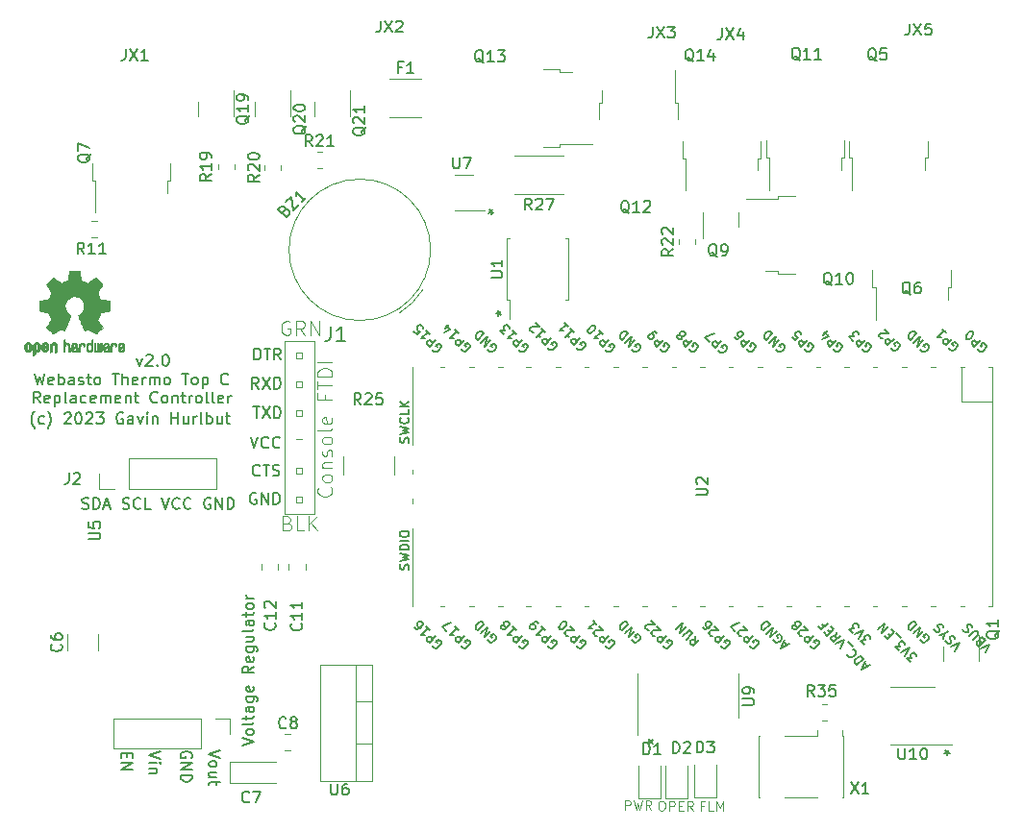
<source format=gbr>
%TF.GenerationSoftware,KiCad,Pcbnew,6.0.11-2627ca5db0~126~ubuntu22.04.1*%
%TF.CreationDate,2023-03-08T14:45:44-05:00*%
%TF.ProjectId,webasto-mainboard,77656261-7374-46f2-9d6d-61696e626f61,2.0*%
%TF.SameCoordinates,Original*%
%TF.FileFunction,Legend,Top*%
%TF.FilePolarity,Positive*%
%FSLAX46Y46*%
G04 Gerber Fmt 4.6, Leading zero omitted, Abs format (unit mm)*
G04 Created by KiCad (PCBNEW 6.0.11-2627ca5db0~126~ubuntu22.04.1) date 2023-03-08 14:45:44*
%MOMM*%
%LPD*%
G01*
G04 APERTURE LIST*
%ADD10C,0.150000*%
%ADD11C,0.100000*%
%ADD12C,0.127000*%
%ADD13C,0.101600*%
%ADD14C,0.120000*%
%ADD15C,0.010000*%
%ADD16C,0.066040*%
G04 APERTURE END LIST*
D10*
X110501428Y-89405714D02*
X110739523Y-90072380D01*
X110977619Y-89405714D01*
X111310952Y-89167619D02*
X111358571Y-89120000D01*
X111453809Y-89072380D01*
X111691904Y-89072380D01*
X111787142Y-89120000D01*
X111834761Y-89167619D01*
X111882380Y-89262857D01*
X111882380Y-89358095D01*
X111834761Y-89500952D01*
X111263333Y-90072380D01*
X111882380Y-90072380D01*
X112310952Y-89977142D02*
X112358571Y-90024761D01*
X112310952Y-90072380D01*
X112263333Y-90024761D01*
X112310952Y-89977142D01*
X112310952Y-90072380D01*
X112977619Y-89072380D02*
X113072857Y-89072380D01*
X113168095Y-89120000D01*
X113215714Y-89167619D01*
X113263333Y-89262857D01*
X113310952Y-89453333D01*
X113310952Y-89691428D01*
X113263333Y-89881904D01*
X113215714Y-89977142D01*
X113168095Y-90024761D01*
X113072857Y-90072380D01*
X112977619Y-90072380D01*
X112882380Y-90024761D01*
X112834761Y-89977142D01*
X112787142Y-89881904D01*
X112739523Y-89691428D01*
X112739523Y-89453333D01*
X112787142Y-89262857D01*
X112834761Y-89167619D01*
X112882380Y-89120000D01*
X112977619Y-89072380D01*
X101509047Y-95553333D02*
X101461428Y-95505714D01*
X101366190Y-95362857D01*
X101318571Y-95267619D01*
X101270952Y-95124761D01*
X101223333Y-94886666D01*
X101223333Y-94696190D01*
X101270952Y-94458095D01*
X101318571Y-94315238D01*
X101366190Y-94220000D01*
X101461428Y-94077142D01*
X101509047Y-94029523D01*
X102318571Y-95124761D02*
X102223333Y-95172380D01*
X102032857Y-95172380D01*
X101937619Y-95124761D01*
X101890000Y-95077142D01*
X101842380Y-94981904D01*
X101842380Y-94696190D01*
X101890000Y-94600952D01*
X101937619Y-94553333D01*
X102032857Y-94505714D01*
X102223333Y-94505714D01*
X102318571Y-94553333D01*
X102651904Y-95553333D02*
X102699523Y-95505714D01*
X102794761Y-95362857D01*
X102842380Y-95267619D01*
X102890000Y-95124761D01*
X102937619Y-94886666D01*
X102937619Y-94696190D01*
X102890000Y-94458095D01*
X102842380Y-94315238D01*
X102794761Y-94220000D01*
X102699523Y-94077142D01*
X102651904Y-94029523D01*
X104128095Y-94267619D02*
X104175714Y-94220000D01*
X104270952Y-94172380D01*
X104509047Y-94172380D01*
X104604285Y-94220000D01*
X104651904Y-94267619D01*
X104699523Y-94362857D01*
X104699523Y-94458095D01*
X104651904Y-94600952D01*
X104080476Y-95172380D01*
X104699523Y-95172380D01*
X105318571Y-94172380D02*
X105413809Y-94172380D01*
X105509047Y-94220000D01*
X105556666Y-94267619D01*
X105604285Y-94362857D01*
X105651904Y-94553333D01*
X105651904Y-94791428D01*
X105604285Y-94981904D01*
X105556666Y-95077142D01*
X105509047Y-95124761D01*
X105413809Y-95172380D01*
X105318571Y-95172380D01*
X105223333Y-95124761D01*
X105175714Y-95077142D01*
X105128095Y-94981904D01*
X105080476Y-94791428D01*
X105080476Y-94553333D01*
X105128095Y-94362857D01*
X105175714Y-94267619D01*
X105223333Y-94220000D01*
X105318571Y-94172380D01*
X106032857Y-94267619D02*
X106080476Y-94220000D01*
X106175714Y-94172380D01*
X106413809Y-94172380D01*
X106509047Y-94220000D01*
X106556666Y-94267619D01*
X106604285Y-94362857D01*
X106604285Y-94458095D01*
X106556666Y-94600952D01*
X105985238Y-95172380D01*
X106604285Y-95172380D01*
X106937619Y-94172380D02*
X107556666Y-94172380D01*
X107223333Y-94553333D01*
X107366190Y-94553333D01*
X107461428Y-94600952D01*
X107509047Y-94648571D01*
X107556666Y-94743809D01*
X107556666Y-94981904D01*
X107509047Y-95077142D01*
X107461428Y-95124761D01*
X107366190Y-95172380D01*
X107080476Y-95172380D01*
X106985238Y-95124761D01*
X106937619Y-95077142D01*
X109270952Y-94220000D02*
X109175714Y-94172380D01*
X109032857Y-94172380D01*
X108890000Y-94220000D01*
X108794761Y-94315238D01*
X108747142Y-94410476D01*
X108699523Y-94600952D01*
X108699523Y-94743809D01*
X108747142Y-94934285D01*
X108794761Y-95029523D01*
X108890000Y-95124761D01*
X109032857Y-95172380D01*
X109128095Y-95172380D01*
X109270952Y-95124761D01*
X109318571Y-95077142D01*
X109318571Y-94743809D01*
X109128095Y-94743809D01*
X110175714Y-95172380D02*
X110175714Y-94648571D01*
X110128095Y-94553333D01*
X110032857Y-94505714D01*
X109842380Y-94505714D01*
X109747142Y-94553333D01*
X110175714Y-95124761D02*
X110080476Y-95172380D01*
X109842380Y-95172380D01*
X109747142Y-95124761D01*
X109699523Y-95029523D01*
X109699523Y-94934285D01*
X109747142Y-94839047D01*
X109842380Y-94791428D01*
X110080476Y-94791428D01*
X110175714Y-94743809D01*
X110556666Y-94505714D02*
X110794761Y-95172380D01*
X111032857Y-94505714D01*
X111413809Y-95172380D02*
X111413809Y-94505714D01*
X111413809Y-94172380D02*
X111366190Y-94220000D01*
X111413809Y-94267619D01*
X111461428Y-94220000D01*
X111413809Y-94172380D01*
X111413809Y-94267619D01*
X111890000Y-94505714D02*
X111890000Y-95172380D01*
X111890000Y-94600952D02*
X111937619Y-94553333D01*
X112032857Y-94505714D01*
X112175714Y-94505714D01*
X112270952Y-94553333D01*
X112318571Y-94648571D01*
X112318571Y-95172380D01*
X113556666Y-95172380D02*
X113556666Y-94172380D01*
X113556666Y-94648571D02*
X114128095Y-94648571D01*
X114128095Y-95172380D02*
X114128095Y-94172380D01*
X115032857Y-94505714D02*
X115032857Y-95172380D01*
X114604285Y-94505714D02*
X114604285Y-95029523D01*
X114651904Y-95124761D01*
X114747142Y-95172380D01*
X114890000Y-95172380D01*
X114985238Y-95124761D01*
X115032857Y-95077142D01*
X115509047Y-95172380D02*
X115509047Y-94505714D01*
X115509047Y-94696190D02*
X115556666Y-94600952D01*
X115604285Y-94553333D01*
X115699523Y-94505714D01*
X115794761Y-94505714D01*
X116270952Y-95172380D02*
X116175714Y-95124761D01*
X116128095Y-95029523D01*
X116128095Y-94172380D01*
X116651904Y-95172380D02*
X116651904Y-94172380D01*
X116651904Y-94553333D02*
X116747142Y-94505714D01*
X116937619Y-94505714D01*
X117032857Y-94553333D01*
X117080476Y-94600952D01*
X117128095Y-94696190D01*
X117128095Y-94981904D01*
X117080476Y-95077142D01*
X117032857Y-95124761D01*
X116937619Y-95172380D01*
X116747142Y-95172380D01*
X116651904Y-95124761D01*
X117985238Y-94505714D02*
X117985238Y-95172380D01*
X117556666Y-94505714D02*
X117556666Y-95029523D01*
X117604285Y-95124761D01*
X117699523Y-95172380D01*
X117842380Y-95172380D01*
X117937619Y-95124761D01*
X117985238Y-95077142D01*
X118318571Y-94505714D02*
X118699523Y-94505714D01*
X118461428Y-94172380D02*
X118461428Y-95029523D01*
X118509047Y-95124761D01*
X118604285Y-95172380D01*
X118699523Y-95172380D01*
X101526190Y-90722380D02*
X101764285Y-91722380D01*
X101954761Y-91008095D01*
X102145238Y-91722380D01*
X102383333Y-90722380D01*
X103145238Y-91674761D02*
X103050000Y-91722380D01*
X102859523Y-91722380D01*
X102764285Y-91674761D01*
X102716666Y-91579523D01*
X102716666Y-91198571D01*
X102764285Y-91103333D01*
X102859523Y-91055714D01*
X103050000Y-91055714D01*
X103145238Y-91103333D01*
X103192857Y-91198571D01*
X103192857Y-91293809D01*
X102716666Y-91389047D01*
X103621428Y-91722380D02*
X103621428Y-90722380D01*
X103621428Y-91103333D02*
X103716666Y-91055714D01*
X103907142Y-91055714D01*
X104002380Y-91103333D01*
X104050000Y-91150952D01*
X104097619Y-91246190D01*
X104097619Y-91531904D01*
X104050000Y-91627142D01*
X104002380Y-91674761D01*
X103907142Y-91722380D01*
X103716666Y-91722380D01*
X103621428Y-91674761D01*
X104954761Y-91722380D02*
X104954761Y-91198571D01*
X104907142Y-91103333D01*
X104811904Y-91055714D01*
X104621428Y-91055714D01*
X104526190Y-91103333D01*
X104954761Y-91674761D02*
X104859523Y-91722380D01*
X104621428Y-91722380D01*
X104526190Y-91674761D01*
X104478571Y-91579523D01*
X104478571Y-91484285D01*
X104526190Y-91389047D01*
X104621428Y-91341428D01*
X104859523Y-91341428D01*
X104954761Y-91293809D01*
X105383333Y-91674761D02*
X105478571Y-91722380D01*
X105669047Y-91722380D01*
X105764285Y-91674761D01*
X105811904Y-91579523D01*
X105811904Y-91531904D01*
X105764285Y-91436666D01*
X105669047Y-91389047D01*
X105526190Y-91389047D01*
X105430952Y-91341428D01*
X105383333Y-91246190D01*
X105383333Y-91198571D01*
X105430952Y-91103333D01*
X105526190Y-91055714D01*
X105669047Y-91055714D01*
X105764285Y-91103333D01*
X106097619Y-91055714D02*
X106478571Y-91055714D01*
X106240476Y-90722380D02*
X106240476Y-91579523D01*
X106288095Y-91674761D01*
X106383333Y-91722380D01*
X106478571Y-91722380D01*
X106954761Y-91722380D02*
X106859523Y-91674761D01*
X106811904Y-91627142D01*
X106764285Y-91531904D01*
X106764285Y-91246190D01*
X106811904Y-91150952D01*
X106859523Y-91103333D01*
X106954761Y-91055714D01*
X107097619Y-91055714D01*
X107192857Y-91103333D01*
X107240476Y-91150952D01*
X107288095Y-91246190D01*
X107288095Y-91531904D01*
X107240476Y-91627142D01*
X107192857Y-91674761D01*
X107097619Y-91722380D01*
X106954761Y-91722380D01*
X108335714Y-90722380D02*
X108907142Y-90722380D01*
X108621428Y-91722380D02*
X108621428Y-90722380D01*
X109240476Y-91722380D02*
X109240476Y-90722380D01*
X109669047Y-91722380D02*
X109669047Y-91198571D01*
X109621428Y-91103333D01*
X109526190Y-91055714D01*
X109383333Y-91055714D01*
X109288095Y-91103333D01*
X109240476Y-91150952D01*
X110526190Y-91674761D02*
X110430952Y-91722380D01*
X110240476Y-91722380D01*
X110145238Y-91674761D01*
X110097619Y-91579523D01*
X110097619Y-91198571D01*
X110145238Y-91103333D01*
X110240476Y-91055714D01*
X110430952Y-91055714D01*
X110526190Y-91103333D01*
X110573809Y-91198571D01*
X110573809Y-91293809D01*
X110097619Y-91389047D01*
X111002380Y-91722380D02*
X111002380Y-91055714D01*
X111002380Y-91246190D02*
X111050000Y-91150952D01*
X111097619Y-91103333D01*
X111192857Y-91055714D01*
X111288095Y-91055714D01*
X111621428Y-91722380D02*
X111621428Y-91055714D01*
X111621428Y-91150952D02*
X111669047Y-91103333D01*
X111764285Y-91055714D01*
X111907142Y-91055714D01*
X112002380Y-91103333D01*
X112050000Y-91198571D01*
X112050000Y-91722380D01*
X112050000Y-91198571D02*
X112097619Y-91103333D01*
X112192857Y-91055714D01*
X112335714Y-91055714D01*
X112430952Y-91103333D01*
X112478571Y-91198571D01*
X112478571Y-91722380D01*
X113097619Y-91722380D02*
X113002380Y-91674761D01*
X112954761Y-91627142D01*
X112907142Y-91531904D01*
X112907142Y-91246190D01*
X112954761Y-91150952D01*
X113002380Y-91103333D01*
X113097619Y-91055714D01*
X113240476Y-91055714D01*
X113335714Y-91103333D01*
X113383333Y-91150952D01*
X113430952Y-91246190D01*
X113430952Y-91531904D01*
X113383333Y-91627142D01*
X113335714Y-91674761D01*
X113240476Y-91722380D01*
X113097619Y-91722380D01*
X114478571Y-90722380D02*
X115050000Y-90722380D01*
X114764285Y-91722380D02*
X114764285Y-90722380D01*
X115526190Y-91722380D02*
X115430952Y-91674761D01*
X115383333Y-91627142D01*
X115335714Y-91531904D01*
X115335714Y-91246190D01*
X115383333Y-91150952D01*
X115430952Y-91103333D01*
X115526190Y-91055714D01*
X115669047Y-91055714D01*
X115764285Y-91103333D01*
X115811904Y-91150952D01*
X115859523Y-91246190D01*
X115859523Y-91531904D01*
X115811904Y-91627142D01*
X115764285Y-91674761D01*
X115669047Y-91722380D01*
X115526190Y-91722380D01*
X116288095Y-91055714D02*
X116288095Y-92055714D01*
X116288095Y-91103333D02*
X116383333Y-91055714D01*
X116573809Y-91055714D01*
X116669047Y-91103333D01*
X116716666Y-91150952D01*
X116764285Y-91246190D01*
X116764285Y-91531904D01*
X116716666Y-91627142D01*
X116669047Y-91674761D01*
X116573809Y-91722380D01*
X116383333Y-91722380D01*
X116288095Y-91674761D01*
X118526190Y-91627142D02*
X118478571Y-91674761D01*
X118335714Y-91722380D01*
X118240476Y-91722380D01*
X118097619Y-91674761D01*
X118002380Y-91579523D01*
X117954761Y-91484285D01*
X117907142Y-91293809D01*
X117907142Y-91150952D01*
X117954761Y-90960476D01*
X118002380Y-90865238D01*
X118097619Y-90770000D01*
X118240476Y-90722380D01*
X118335714Y-90722380D01*
X118478571Y-90770000D01*
X118526190Y-90817619D01*
X101978571Y-93332380D02*
X101645238Y-92856190D01*
X101407142Y-93332380D02*
X101407142Y-92332380D01*
X101788095Y-92332380D01*
X101883333Y-92380000D01*
X101930952Y-92427619D01*
X101978571Y-92522857D01*
X101978571Y-92665714D01*
X101930952Y-92760952D01*
X101883333Y-92808571D01*
X101788095Y-92856190D01*
X101407142Y-92856190D01*
X102788095Y-93284761D02*
X102692857Y-93332380D01*
X102502380Y-93332380D01*
X102407142Y-93284761D01*
X102359523Y-93189523D01*
X102359523Y-92808571D01*
X102407142Y-92713333D01*
X102502380Y-92665714D01*
X102692857Y-92665714D01*
X102788095Y-92713333D01*
X102835714Y-92808571D01*
X102835714Y-92903809D01*
X102359523Y-92999047D01*
X103264285Y-92665714D02*
X103264285Y-93665714D01*
X103264285Y-92713333D02*
X103359523Y-92665714D01*
X103550000Y-92665714D01*
X103645238Y-92713333D01*
X103692857Y-92760952D01*
X103740476Y-92856190D01*
X103740476Y-93141904D01*
X103692857Y-93237142D01*
X103645238Y-93284761D01*
X103550000Y-93332380D01*
X103359523Y-93332380D01*
X103264285Y-93284761D01*
X104311904Y-93332380D02*
X104216666Y-93284761D01*
X104169047Y-93189523D01*
X104169047Y-92332380D01*
X105121428Y-93332380D02*
X105121428Y-92808571D01*
X105073809Y-92713333D01*
X104978571Y-92665714D01*
X104788095Y-92665714D01*
X104692857Y-92713333D01*
X105121428Y-93284761D02*
X105026190Y-93332380D01*
X104788095Y-93332380D01*
X104692857Y-93284761D01*
X104645238Y-93189523D01*
X104645238Y-93094285D01*
X104692857Y-92999047D01*
X104788095Y-92951428D01*
X105026190Y-92951428D01*
X105121428Y-92903809D01*
X106026190Y-93284761D02*
X105930952Y-93332380D01*
X105740476Y-93332380D01*
X105645238Y-93284761D01*
X105597619Y-93237142D01*
X105549999Y-93141904D01*
X105549999Y-92856190D01*
X105597619Y-92760952D01*
X105645238Y-92713333D01*
X105740476Y-92665714D01*
X105930952Y-92665714D01*
X106026190Y-92713333D01*
X106835714Y-93284761D02*
X106740476Y-93332380D01*
X106549999Y-93332380D01*
X106454761Y-93284761D01*
X106407142Y-93189523D01*
X106407142Y-92808571D01*
X106454761Y-92713333D01*
X106549999Y-92665714D01*
X106740476Y-92665714D01*
X106835714Y-92713333D01*
X106883333Y-92808571D01*
X106883333Y-92903809D01*
X106407142Y-92999047D01*
X107311904Y-93332380D02*
X107311904Y-92665714D01*
X107311904Y-92760952D02*
X107359523Y-92713333D01*
X107454761Y-92665714D01*
X107597619Y-92665714D01*
X107692857Y-92713333D01*
X107740476Y-92808571D01*
X107740476Y-93332380D01*
X107740476Y-92808571D02*
X107788095Y-92713333D01*
X107883333Y-92665714D01*
X108026190Y-92665714D01*
X108121428Y-92713333D01*
X108169047Y-92808571D01*
X108169047Y-93332380D01*
X109026190Y-93284761D02*
X108930952Y-93332380D01*
X108740476Y-93332380D01*
X108645238Y-93284761D01*
X108597619Y-93189523D01*
X108597619Y-92808571D01*
X108645238Y-92713333D01*
X108740476Y-92665714D01*
X108930952Y-92665714D01*
X109026190Y-92713333D01*
X109073809Y-92808571D01*
X109073809Y-92903809D01*
X108597619Y-92999047D01*
X109502380Y-92665714D02*
X109502380Y-93332380D01*
X109502380Y-92760952D02*
X109549999Y-92713333D01*
X109645238Y-92665714D01*
X109788095Y-92665714D01*
X109883333Y-92713333D01*
X109930952Y-92808571D01*
X109930952Y-93332380D01*
X110264285Y-92665714D02*
X110645238Y-92665714D01*
X110407142Y-92332380D02*
X110407142Y-93189523D01*
X110454761Y-93284761D01*
X110549999Y-93332380D01*
X110645238Y-93332380D01*
X112311904Y-93237142D02*
X112264285Y-93284761D01*
X112121428Y-93332380D01*
X112026190Y-93332380D01*
X111883333Y-93284761D01*
X111788095Y-93189523D01*
X111740476Y-93094285D01*
X111692857Y-92903809D01*
X111692857Y-92760952D01*
X111740476Y-92570476D01*
X111788095Y-92475238D01*
X111883333Y-92380000D01*
X112026190Y-92332380D01*
X112121428Y-92332380D01*
X112264285Y-92380000D01*
X112311904Y-92427619D01*
X112883333Y-93332380D02*
X112788095Y-93284761D01*
X112740476Y-93237142D01*
X112692857Y-93141904D01*
X112692857Y-92856190D01*
X112740476Y-92760952D01*
X112788095Y-92713333D01*
X112883333Y-92665714D01*
X113026190Y-92665714D01*
X113121428Y-92713333D01*
X113169047Y-92760952D01*
X113216666Y-92856190D01*
X113216666Y-93141904D01*
X113169047Y-93237142D01*
X113121428Y-93284761D01*
X113026190Y-93332380D01*
X112883333Y-93332380D01*
X113645238Y-92665714D02*
X113645238Y-93332380D01*
X113645238Y-92760952D02*
X113692857Y-92713333D01*
X113788095Y-92665714D01*
X113930952Y-92665714D01*
X114026190Y-92713333D01*
X114073809Y-92808571D01*
X114073809Y-93332380D01*
X114407142Y-92665714D02*
X114788095Y-92665714D01*
X114549999Y-92332380D02*
X114549999Y-93189523D01*
X114597619Y-93284761D01*
X114692857Y-93332380D01*
X114788095Y-93332380D01*
X115121428Y-93332380D02*
X115121428Y-92665714D01*
X115121428Y-92856190D02*
X115169047Y-92760952D01*
X115216666Y-92713333D01*
X115311904Y-92665714D01*
X115407142Y-92665714D01*
X115883333Y-93332380D02*
X115788095Y-93284761D01*
X115740476Y-93237142D01*
X115692857Y-93141904D01*
X115692857Y-92856190D01*
X115740476Y-92760952D01*
X115788095Y-92713333D01*
X115883333Y-92665714D01*
X116026190Y-92665714D01*
X116121428Y-92713333D01*
X116169047Y-92760952D01*
X116216666Y-92856190D01*
X116216666Y-93141904D01*
X116169047Y-93237142D01*
X116121428Y-93284761D01*
X116026190Y-93332380D01*
X115883333Y-93332380D01*
X116788095Y-93332380D02*
X116692857Y-93284761D01*
X116645238Y-93189523D01*
X116645238Y-92332380D01*
X117311904Y-93332380D02*
X117216666Y-93284761D01*
X117169047Y-93189523D01*
X117169047Y-92332380D01*
X118073809Y-93284761D02*
X117978571Y-93332380D01*
X117788095Y-93332380D01*
X117692857Y-93284761D01*
X117645238Y-93189523D01*
X117645238Y-92808571D01*
X117692857Y-92713333D01*
X117788095Y-92665714D01*
X117978571Y-92665714D01*
X118073809Y-92713333D01*
X118121428Y-92808571D01*
X118121428Y-92903809D01*
X117645238Y-92999047D01*
X118550000Y-93332380D02*
X118550000Y-92665714D01*
X118550000Y-92856190D02*
X118597619Y-92760952D01*
X118645238Y-92713333D01*
X118740476Y-92665714D01*
X118835714Y-92665714D01*
D11*
X156634523Y-128409523D02*
X156796428Y-128409523D01*
X156877380Y-128450000D01*
X156958333Y-128530952D01*
X156998809Y-128692857D01*
X156998809Y-128976190D01*
X156958333Y-129138095D01*
X156877380Y-129219047D01*
X156796428Y-129259523D01*
X156634523Y-129259523D01*
X156553571Y-129219047D01*
X156472619Y-129138095D01*
X156432142Y-128976190D01*
X156432142Y-128692857D01*
X156472619Y-128530952D01*
X156553571Y-128450000D01*
X156634523Y-128409523D01*
X157363095Y-129259523D02*
X157363095Y-128409523D01*
X157686904Y-128409523D01*
X157767857Y-128450000D01*
X157808333Y-128490476D01*
X157848809Y-128571428D01*
X157848809Y-128692857D01*
X157808333Y-128773809D01*
X157767857Y-128814285D01*
X157686904Y-128854761D01*
X157363095Y-128854761D01*
X158213095Y-128814285D02*
X158496428Y-128814285D01*
X158617857Y-129259523D02*
X158213095Y-129259523D01*
X158213095Y-128409523D01*
X158617857Y-128409523D01*
X159467857Y-129259523D02*
X159184523Y-128854761D01*
X158982142Y-129259523D02*
X158982142Y-128409523D01*
X159305952Y-128409523D01*
X159386904Y-128450000D01*
X159427380Y-128490476D01*
X159467857Y-128571428D01*
X159467857Y-128692857D01*
X159427380Y-128773809D01*
X159386904Y-128814285D01*
X159305952Y-128854761D01*
X158982142Y-128854761D01*
X153491666Y-129209523D02*
X153491666Y-128359523D01*
X153815476Y-128359523D01*
X153896428Y-128400000D01*
X153936904Y-128440476D01*
X153977380Y-128521428D01*
X153977380Y-128642857D01*
X153936904Y-128723809D01*
X153896428Y-128764285D01*
X153815476Y-128804761D01*
X153491666Y-128804761D01*
X154260714Y-128359523D02*
X154463095Y-129209523D01*
X154625000Y-128602380D01*
X154786904Y-129209523D01*
X154989285Y-128359523D01*
X155798809Y-129209523D02*
X155515476Y-128804761D01*
X155313095Y-129209523D02*
X155313095Y-128359523D01*
X155636904Y-128359523D01*
X155717857Y-128400000D01*
X155758333Y-128440476D01*
X155798809Y-128521428D01*
X155798809Y-128642857D01*
X155758333Y-128723809D01*
X155717857Y-128764285D01*
X155636904Y-128804761D01*
X155313095Y-128804761D01*
X160416666Y-128814285D02*
X160133333Y-128814285D01*
X160133333Y-129259523D02*
X160133333Y-128409523D01*
X160538095Y-128409523D01*
X161266666Y-129259523D02*
X160861904Y-129259523D01*
X160861904Y-128409523D01*
X161550000Y-129259523D02*
X161550000Y-128409523D01*
X161833333Y-129016666D01*
X162116666Y-128409523D01*
X162116666Y-129259523D01*
D10*
X105684523Y-102629761D02*
X105827380Y-102677380D01*
X106065476Y-102677380D01*
X106160714Y-102629761D01*
X106208333Y-102582142D01*
X106255952Y-102486904D01*
X106255952Y-102391666D01*
X106208333Y-102296428D01*
X106160714Y-102248809D01*
X106065476Y-102201190D01*
X105875000Y-102153571D01*
X105779761Y-102105952D01*
X105732142Y-102058333D01*
X105684523Y-101963095D01*
X105684523Y-101867857D01*
X105732142Y-101772619D01*
X105779761Y-101725000D01*
X105875000Y-101677380D01*
X106113095Y-101677380D01*
X106255952Y-101725000D01*
X106684523Y-102677380D02*
X106684523Y-101677380D01*
X106922619Y-101677380D01*
X107065476Y-101725000D01*
X107160714Y-101820238D01*
X107208333Y-101915476D01*
X107255952Y-102105952D01*
X107255952Y-102248809D01*
X107208333Y-102439285D01*
X107160714Y-102534523D01*
X107065476Y-102629761D01*
X106922619Y-102677380D01*
X106684523Y-102677380D01*
X107636904Y-102391666D02*
X108113095Y-102391666D01*
X107541666Y-102677380D02*
X107875000Y-101677380D01*
X108208333Y-102677380D01*
X109255952Y-102629761D02*
X109398809Y-102677380D01*
X109636904Y-102677380D01*
X109732142Y-102629761D01*
X109779761Y-102582142D01*
X109827380Y-102486904D01*
X109827380Y-102391666D01*
X109779761Y-102296428D01*
X109732142Y-102248809D01*
X109636904Y-102201190D01*
X109446428Y-102153571D01*
X109351190Y-102105952D01*
X109303571Y-102058333D01*
X109255952Y-101963095D01*
X109255952Y-101867857D01*
X109303571Y-101772619D01*
X109351190Y-101725000D01*
X109446428Y-101677380D01*
X109684523Y-101677380D01*
X109827380Y-101725000D01*
X110827380Y-102582142D02*
X110779761Y-102629761D01*
X110636904Y-102677380D01*
X110541666Y-102677380D01*
X110398809Y-102629761D01*
X110303571Y-102534523D01*
X110255952Y-102439285D01*
X110208333Y-102248809D01*
X110208333Y-102105952D01*
X110255952Y-101915476D01*
X110303571Y-101820238D01*
X110398809Y-101725000D01*
X110541666Y-101677380D01*
X110636904Y-101677380D01*
X110779761Y-101725000D01*
X110827380Y-101772619D01*
X111732142Y-102677380D02*
X111255952Y-102677380D01*
X111255952Y-101677380D01*
X112684523Y-101677380D02*
X113017857Y-102677380D01*
X113351190Y-101677380D01*
X114255952Y-102582142D02*
X114208333Y-102629761D01*
X114065476Y-102677380D01*
X113970238Y-102677380D01*
X113827380Y-102629761D01*
X113732142Y-102534523D01*
X113684523Y-102439285D01*
X113636904Y-102248809D01*
X113636904Y-102105952D01*
X113684523Y-101915476D01*
X113732142Y-101820238D01*
X113827380Y-101725000D01*
X113970238Y-101677380D01*
X114065476Y-101677380D01*
X114208333Y-101725000D01*
X114255952Y-101772619D01*
X115255952Y-102582142D02*
X115208333Y-102629761D01*
X115065476Y-102677380D01*
X114970238Y-102677380D01*
X114827380Y-102629761D01*
X114732142Y-102534523D01*
X114684523Y-102439285D01*
X114636904Y-102248809D01*
X114636904Y-102105952D01*
X114684523Y-101915476D01*
X114732142Y-101820238D01*
X114827380Y-101725000D01*
X114970238Y-101677380D01*
X115065476Y-101677380D01*
X115208333Y-101725000D01*
X115255952Y-101772619D01*
X116970238Y-101725000D02*
X116874999Y-101677380D01*
X116732142Y-101677380D01*
X116589285Y-101725000D01*
X116494047Y-101820238D01*
X116446428Y-101915476D01*
X116398809Y-102105952D01*
X116398809Y-102248809D01*
X116446428Y-102439285D01*
X116494047Y-102534523D01*
X116589285Y-102629761D01*
X116732142Y-102677380D01*
X116827380Y-102677380D01*
X116970238Y-102629761D01*
X117017857Y-102582142D01*
X117017857Y-102248809D01*
X116827380Y-102248809D01*
X117446428Y-102677380D02*
X117446428Y-101677380D01*
X118017857Y-102677380D01*
X118017857Y-101677380D01*
X118494047Y-102677380D02*
X118494047Y-101677380D01*
X118732142Y-101677380D01*
X118874999Y-101725000D01*
X118970238Y-101820238D01*
X119017857Y-101915476D01*
X119065476Y-102105952D01*
X119065476Y-102248809D01*
X119017857Y-102439285D01*
X118970238Y-102534523D01*
X118874999Y-102629761D01*
X118732142Y-102677380D01*
X118494047Y-102677380D01*
%TO.C,R21*%
X125937142Y-70702380D02*
X125603809Y-70226190D01*
X125365714Y-70702380D02*
X125365714Y-69702380D01*
X125746666Y-69702380D01*
X125841904Y-69750000D01*
X125889523Y-69797619D01*
X125937142Y-69892857D01*
X125937142Y-70035714D01*
X125889523Y-70130952D01*
X125841904Y-70178571D01*
X125746666Y-70226190D01*
X125365714Y-70226190D01*
X126318095Y-69797619D02*
X126365714Y-69750000D01*
X126460952Y-69702380D01*
X126699047Y-69702380D01*
X126794285Y-69750000D01*
X126841904Y-69797619D01*
X126889523Y-69892857D01*
X126889523Y-69988095D01*
X126841904Y-70130952D01*
X126270476Y-70702380D01*
X126889523Y-70702380D01*
X127841904Y-70702380D02*
X127270476Y-70702380D01*
X127556190Y-70702380D02*
X127556190Y-69702380D01*
X127460952Y-69845238D01*
X127365714Y-69940476D01*
X127270476Y-69988095D01*
%TO.C,R20*%
X121282380Y-73212857D02*
X120806190Y-73546190D01*
X121282380Y-73784285D02*
X120282380Y-73784285D01*
X120282380Y-73403333D01*
X120330000Y-73308095D01*
X120377619Y-73260476D01*
X120472857Y-73212857D01*
X120615714Y-73212857D01*
X120710952Y-73260476D01*
X120758571Y-73308095D01*
X120806190Y-73403333D01*
X120806190Y-73784285D01*
X120377619Y-72831904D02*
X120330000Y-72784285D01*
X120282380Y-72689047D01*
X120282380Y-72450952D01*
X120330000Y-72355714D01*
X120377619Y-72308095D01*
X120472857Y-72260476D01*
X120568095Y-72260476D01*
X120710952Y-72308095D01*
X121282380Y-72879523D01*
X121282380Y-72260476D01*
X120282380Y-71641428D02*
X120282380Y-71546190D01*
X120330000Y-71450952D01*
X120377619Y-71403333D01*
X120472857Y-71355714D01*
X120663333Y-71308095D01*
X120901428Y-71308095D01*
X121091904Y-71355714D01*
X121187142Y-71403333D01*
X121234761Y-71450952D01*
X121282380Y-71546190D01*
X121282380Y-71641428D01*
X121234761Y-71736666D01*
X121187142Y-71784285D01*
X121091904Y-71831904D01*
X120901428Y-71879523D01*
X120663333Y-71879523D01*
X120472857Y-71831904D01*
X120377619Y-71784285D01*
X120330000Y-71736666D01*
X120282380Y-71641428D01*
%TO.C,R19*%
X117052380Y-73172857D02*
X116576190Y-73506190D01*
X117052380Y-73744285D02*
X116052380Y-73744285D01*
X116052380Y-73363333D01*
X116100000Y-73268095D01*
X116147619Y-73220476D01*
X116242857Y-73172857D01*
X116385714Y-73172857D01*
X116480952Y-73220476D01*
X116528571Y-73268095D01*
X116576190Y-73363333D01*
X116576190Y-73744285D01*
X117052380Y-72220476D02*
X117052380Y-72791904D01*
X117052380Y-72506190D02*
X116052380Y-72506190D01*
X116195238Y-72601428D01*
X116290476Y-72696666D01*
X116338095Y-72791904D01*
X117052380Y-71744285D02*
X117052380Y-71553809D01*
X117004761Y-71458571D01*
X116957142Y-71410952D01*
X116814285Y-71315714D01*
X116623809Y-71268095D01*
X116242857Y-71268095D01*
X116147619Y-71315714D01*
X116100000Y-71363333D01*
X116052380Y-71458571D01*
X116052380Y-71649047D01*
X116100000Y-71744285D01*
X116147619Y-71791904D01*
X116242857Y-71839523D01*
X116480952Y-71839523D01*
X116576190Y-71791904D01*
X116623809Y-71744285D01*
X116671428Y-71649047D01*
X116671428Y-71458571D01*
X116623809Y-71363333D01*
X116576190Y-71315714D01*
X116480952Y-71268095D01*
%TO.C,Q21*%
X130647619Y-69011428D02*
X130600000Y-69106666D01*
X130504761Y-69201904D01*
X130361904Y-69344761D01*
X130314285Y-69440000D01*
X130314285Y-69535238D01*
X130552380Y-69487619D02*
X130504761Y-69582857D01*
X130409523Y-69678095D01*
X130219047Y-69725714D01*
X129885714Y-69725714D01*
X129695238Y-69678095D01*
X129600000Y-69582857D01*
X129552380Y-69487619D01*
X129552380Y-69297142D01*
X129600000Y-69201904D01*
X129695238Y-69106666D01*
X129885714Y-69059047D01*
X130219047Y-69059047D01*
X130409523Y-69106666D01*
X130504761Y-69201904D01*
X130552380Y-69297142D01*
X130552380Y-69487619D01*
X129647619Y-68678095D02*
X129600000Y-68630476D01*
X129552380Y-68535238D01*
X129552380Y-68297142D01*
X129600000Y-68201904D01*
X129647619Y-68154285D01*
X129742857Y-68106666D01*
X129838095Y-68106666D01*
X129980952Y-68154285D01*
X130552380Y-68725714D01*
X130552380Y-68106666D01*
X130552380Y-67154285D02*
X130552380Y-67725714D01*
X130552380Y-67440000D02*
X129552380Y-67440000D01*
X129695238Y-67535238D01*
X129790476Y-67630476D01*
X129838095Y-67725714D01*
%TO.C,Q20*%
X125407619Y-68891428D02*
X125360000Y-68986666D01*
X125264761Y-69081904D01*
X125121904Y-69224761D01*
X125074285Y-69320000D01*
X125074285Y-69415238D01*
X125312380Y-69367619D02*
X125264761Y-69462857D01*
X125169523Y-69558095D01*
X124979047Y-69605714D01*
X124645714Y-69605714D01*
X124455238Y-69558095D01*
X124360000Y-69462857D01*
X124312380Y-69367619D01*
X124312380Y-69177142D01*
X124360000Y-69081904D01*
X124455238Y-68986666D01*
X124645714Y-68939047D01*
X124979047Y-68939047D01*
X125169523Y-68986666D01*
X125264761Y-69081904D01*
X125312380Y-69177142D01*
X125312380Y-69367619D01*
X124407619Y-68558095D02*
X124360000Y-68510476D01*
X124312380Y-68415238D01*
X124312380Y-68177142D01*
X124360000Y-68081904D01*
X124407619Y-68034285D01*
X124502857Y-67986666D01*
X124598095Y-67986666D01*
X124740952Y-68034285D01*
X125312380Y-68605714D01*
X125312380Y-67986666D01*
X124312380Y-67367619D02*
X124312380Y-67272380D01*
X124360000Y-67177142D01*
X124407619Y-67129523D01*
X124502857Y-67081904D01*
X124693333Y-67034285D01*
X124931428Y-67034285D01*
X125121904Y-67081904D01*
X125217142Y-67129523D01*
X125264761Y-67177142D01*
X125312380Y-67272380D01*
X125312380Y-67367619D01*
X125264761Y-67462857D01*
X125217142Y-67510476D01*
X125121904Y-67558095D01*
X124931428Y-67605714D01*
X124693333Y-67605714D01*
X124502857Y-67558095D01*
X124407619Y-67510476D01*
X124360000Y-67462857D01*
X124312380Y-67367619D01*
%TO.C,Q19*%
X120397619Y-67983928D02*
X120350000Y-68079166D01*
X120254761Y-68174404D01*
X120111904Y-68317261D01*
X120064285Y-68412500D01*
X120064285Y-68507738D01*
X120302380Y-68460119D02*
X120254761Y-68555357D01*
X120159523Y-68650595D01*
X119969047Y-68698214D01*
X119635714Y-68698214D01*
X119445238Y-68650595D01*
X119350000Y-68555357D01*
X119302380Y-68460119D01*
X119302380Y-68269642D01*
X119350000Y-68174404D01*
X119445238Y-68079166D01*
X119635714Y-68031547D01*
X119969047Y-68031547D01*
X120159523Y-68079166D01*
X120254761Y-68174404D01*
X120302380Y-68269642D01*
X120302380Y-68460119D01*
X120302380Y-67079166D02*
X120302380Y-67650595D01*
X120302380Y-67364880D02*
X119302380Y-67364880D01*
X119445238Y-67460119D01*
X119540476Y-67555357D01*
X119588095Y-67650595D01*
X120302380Y-66602976D02*
X120302380Y-66412500D01*
X120254761Y-66317261D01*
X120207142Y-66269642D01*
X120064285Y-66174404D01*
X119873809Y-66126785D01*
X119492857Y-66126785D01*
X119397619Y-66174404D01*
X119350000Y-66222023D01*
X119302380Y-66317261D01*
X119302380Y-66507738D01*
X119350000Y-66602976D01*
X119397619Y-66650595D01*
X119492857Y-66698214D01*
X119730952Y-66698214D01*
X119826190Y-66650595D01*
X119873809Y-66602976D01*
X119921428Y-66507738D01*
X119921428Y-66317261D01*
X119873809Y-66222023D01*
X119826190Y-66174404D01*
X119730952Y-66126785D01*
%TO.C,U1*%
X141688380Y-82295904D02*
X142497904Y-82295904D01*
X142593142Y-82248285D01*
X142640761Y-82200666D01*
X142688380Y-82105428D01*
X142688380Y-81914952D01*
X142640761Y-81819714D01*
X142593142Y-81772095D01*
X142497904Y-81724476D01*
X141688380Y-81724476D01*
X142688380Y-80724476D02*
X142688380Y-81295904D01*
X142688380Y-81010190D02*
X141688380Y-81010190D01*
X141831238Y-81105428D01*
X141926476Y-81200666D01*
X141974095Y-81295904D01*
X142127380Y-85425000D02*
X142365476Y-85425000D01*
X142270238Y-85663095D02*
X142365476Y-85425000D01*
X142270238Y-85186904D01*
X142555952Y-85567857D02*
X142365476Y-85425000D01*
X142555952Y-85282142D01*
%TO.C,R11*%
X105857142Y-80202380D02*
X105523809Y-79726190D01*
X105285714Y-80202380D02*
X105285714Y-79202380D01*
X105666666Y-79202380D01*
X105761904Y-79250000D01*
X105809523Y-79297619D01*
X105857142Y-79392857D01*
X105857142Y-79535714D01*
X105809523Y-79630952D01*
X105761904Y-79678571D01*
X105666666Y-79726190D01*
X105285714Y-79726190D01*
X106809523Y-80202380D02*
X106238095Y-80202380D01*
X106523809Y-80202380D02*
X106523809Y-79202380D01*
X106428571Y-79345238D01*
X106333333Y-79440476D01*
X106238095Y-79488095D01*
X107761904Y-80202380D02*
X107190476Y-80202380D01*
X107476190Y-80202380D02*
X107476190Y-79202380D01*
X107380952Y-79345238D01*
X107285714Y-79440476D01*
X107190476Y-79488095D01*
%TO.C,C8*%
X123633333Y-121917142D02*
X123585714Y-121964761D01*
X123442857Y-122012380D01*
X123347619Y-122012380D01*
X123204761Y-121964761D01*
X123109523Y-121869523D01*
X123061904Y-121774285D01*
X123014285Y-121583809D01*
X123014285Y-121440952D01*
X123061904Y-121250476D01*
X123109523Y-121155238D01*
X123204761Y-121060000D01*
X123347619Y-121012380D01*
X123442857Y-121012380D01*
X123585714Y-121060000D01*
X123633333Y-121107619D01*
X124204761Y-121440952D02*
X124109523Y-121393333D01*
X124061904Y-121345714D01*
X124014285Y-121250476D01*
X124014285Y-121202857D01*
X124061904Y-121107619D01*
X124109523Y-121060000D01*
X124204761Y-121012380D01*
X124395238Y-121012380D01*
X124490476Y-121060000D01*
X124538095Y-121107619D01*
X124585714Y-121202857D01*
X124585714Y-121250476D01*
X124538095Y-121345714D01*
X124490476Y-121393333D01*
X124395238Y-121440952D01*
X124204761Y-121440952D01*
X124109523Y-121488571D01*
X124061904Y-121536190D01*
X124014285Y-121631428D01*
X124014285Y-121821904D01*
X124061904Y-121917142D01*
X124109523Y-121964761D01*
X124204761Y-122012380D01*
X124395238Y-122012380D01*
X124490476Y-121964761D01*
X124538095Y-121917142D01*
X124585714Y-121821904D01*
X124585714Y-121631428D01*
X124538095Y-121536190D01*
X124490476Y-121488571D01*
X124395238Y-121440952D01*
%TO.C,R25*%
X130232142Y-93477380D02*
X129898809Y-93001190D01*
X129660714Y-93477380D02*
X129660714Y-92477380D01*
X130041666Y-92477380D01*
X130136904Y-92525000D01*
X130184523Y-92572619D01*
X130232142Y-92667857D01*
X130232142Y-92810714D01*
X130184523Y-92905952D01*
X130136904Y-92953571D01*
X130041666Y-93001190D01*
X129660714Y-93001190D01*
X130613095Y-92572619D02*
X130660714Y-92525000D01*
X130755952Y-92477380D01*
X130994047Y-92477380D01*
X131089285Y-92525000D01*
X131136904Y-92572619D01*
X131184523Y-92667857D01*
X131184523Y-92763095D01*
X131136904Y-92905952D01*
X130565476Y-93477380D01*
X131184523Y-93477380D01*
X132089285Y-92477380D02*
X131613095Y-92477380D01*
X131565476Y-92953571D01*
X131613095Y-92905952D01*
X131708333Y-92858333D01*
X131946428Y-92858333D01*
X132041666Y-92905952D01*
X132089285Y-92953571D01*
X132136904Y-93048809D01*
X132136904Y-93286904D01*
X132089285Y-93382142D01*
X132041666Y-93429761D01*
X131946428Y-93477380D01*
X131708333Y-93477380D01*
X131613095Y-93429761D01*
X131565476Y-93382142D01*
%TO.C,C11*%
X124957142Y-112772857D02*
X125004761Y-112820476D01*
X125052380Y-112963333D01*
X125052380Y-113058571D01*
X125004761Y-113201428D01*
X124909523Y-113296666D01*
X124814285Y-113344285D01*
X124623809Y-113391904D01*
X124480952Y-113391904D01*
X124290476Y-113344285D01*
X124195238Y-113296666D01*
X124100000Y-113201428D01*
X124052380Y-113058571D01*
X124052380Y-112963333D01*
X124100000Y-112820476D01*
X124147619Y-112772857D01*
X125052380Y-111820476D02*
X125052380Y-112391904D01*
X125052380Y-112106190D02*
X124052380Y-112106190D01*
X124195238Y-112201428D01*
X124290476Y-112296666D01*
X124338095Y-112391904D01*
X125052380Y-110868095D02*
X125052380Y-111439523D01*
X125052380Y-111153809D02*
X124052380Y-111153809D01*
X124195238Y-111249047D01*
X124290476Y-111344285D01*
X124338095Y-111439523D01*
%TO.C,JX3*%
X155908476Y-60158380D02*
X155908476Y-60872666D01*
X155860857Y-61015523D01*
X155765619Y-61110761D01*
X155622761Y-61158380D01*
X155527523Y-61158380D01*
X156289428Y-60158380D02*
X156956095Y-61158380D01*
X156956095Y-60158380D02*
X156289428Y-61158380D01*
X157241809Y-60158380D02*
X157860857Y-60158380D01*
X157527523Y-60539333D01*
X157670380Y-60539333D01*
X157765619Y-60586952D01*
X157813238Y-60634571D01*
X157860857Y-60729809D01*
X157860857Y-60967904D01*
X157813238Y-61063142D01*
X157765619Y-61110761D01*
X157670380Y-61158380D01*
X157384666Y-61158380D01*
X157289428Y-61110761D01*
X157241809Y-61063142D01*
%TO.C,U9*%
X163852380Y-119951904D02*
X164661904Y-119951904D01*
X164757142Y-119904285D01*
X164804761Y-119856666D01*
X164852380Y-119761428D01*
X164852380Y-119570952D01*
X164804761Y-119475714D01*
X164757142Y-119428095D01*
X164661904Y-119380476D01*
X163852380Y-119380476D01*
X164852380Y-118856666D02*
X164852380Y-118666190D01*
X164804761Y-118570952D01*
X164757142Y-118523333D01*
X164614285Y-118428095D01*
X164423809Y-118380476D01*
X164042857Y-118380476D01*
X163947619Y-118428095D01*
X163900000Y-118475714D01*
X163852380Y-118570952D01*
X163852380Y-118761428D01*
X163900000Y-118856666D01*
X163947619Y-118904285D01*
X164042857Y-118951904D01*
X164280952Y-118951904D01*
X164376190Y-118904285D01*
X164423809Y-118856666D01*
X164471428Y-118761428D01*
X164471428Y-118570952D01*
X164423809Y-118475714D01*
X164376190Y-118428095D01*
X164280952Y-118380476D01*
X155477380Y-123175000D02*
X155715476Y-123175000D01*
X155620238Y-123413095D02*
X155715476Y-123175000D01*
X155620238Y-122936904D01*
X155905952Y-123317857D02*
X155715476Y-123175000D01*
X155905952Y-123032142D01*
%TO.C,D3*%
X159811904Y-124152380D02*
X159811904Y-123152380D01*
X160050000Y-123152380D01*
X160192857Y-123200000D01*
X160288095Y-123295238D01*
X160335714Y-123390476D01*
X160383333Y-123580952D01*
X160383333Y-123723809D01*
X160335714Y-123914285D01*
X160288095Y-124009523D01*
X160192857Y-124104761D01*
X160050000Y-124152380D01*
X159811904Y-124152380D01*
X160716666Y-123152380D02*
X161335714Y-123152380D01*
X161002380Y-123533333D01*
X161145238Y-123533333D01*
X161240476Y-123580952D01*
X161288095Y-123628571D01*
X161335714Y-123723809D01*
X161335714Y-123961904D01*
X161288095Y-124057142D01*
X161240476Y-124104761D01*
X161145238Y-124152380D01*
X160859523Y-124152380D01*
X160764285Y-124104761D01*
X160716666Y-124057142D01*
%TO.C,U6*%
X127577095Y-126866380D02*
X127577095Y-127675904D01*
X127624714Y-127771142D01*
X127672333Y-127818761D01*
X127767571Y-127866380D01*
X127958047Y-127866380D01*
X128053285Y-127818761D01*
X128100904Y-127771142D01*
X128148523Y-127675904D01*
X128148523Y-126866380D01*
X129053285Y-126866380D02*
X128862809Y-126866380D01*
X128767571Y-126914000D01*
X128719952Y-126961619D01*
X128624714Y-127104476D01*
X128577095Y-127294952D01*
X128577095Y-127675904D01*
X128624714Y-127771142D01*
X128672333Y-127818761D01*
X128767571Y-127866380D01*
X128958047Y-127866380D01*
X129053285Y-127818761D01*
X129100904Y-127771142D01*
X129148523Y-127675904D01*
X129148523Y-127437809D01*
X129100904Y-127342571D01*
X129053285Y-127294952D01*
X128958047Y-127247333D01*
X128767571Y-127247333D01*
X128672333Y-127294952D01*
X128624714Y-127342571D01*
X128577095Y-127437809D01*
%TO.C,U7*%
X138338095Y-71672380D02*
X138338095Y-72481904D01*
X138385714Y-72577142D01*
X138433333Y-72624761D01*
X138528571Y-72672380D01*
X138719047Y-72672380D01*
X138814285Y-72624761D01*
X138861904Y-72577142D01*
X138909523Y-72481904D01*
X138909523Y-71672380D01*
X139290476Y-71672380D02*
X139957142Y-71672380D01*
X139528571Y-72672380D01*
X141680000Y-76717619D02*
X141680000Y-76479523D01*
X141918095Y-76574761D02*
X141680000Y-76479523D01*
X141441904Y-76574761D01*
X141822857Y-76289047D02*
X141680000Y-76479523D01*
X141537142Y-76289047D01*
%TO.C,R27*%
X145257142Y-76312380D02*
X144923809Y-75836190D01*
X144685714Y-76312380D02*
X144685714Y-75312380D01*
X145066666Y-75312380D01*
X145161904Y-75360000D01*
X145209523Y-75407619D01*
X145257142Y-75502857D01*
X145257142Y-75645714D01*
X145209523Y-75740952D01*
X145161904Y-75788571D01*
X145066666Y-75836190D01*
X144685714Y-75836190D01*
X145638095Y-75407619D02*
X145685714Y-75360000D01*
X145780952Y-75312380D01*
X146019047Y-75312380D01*
X146114285Y-75360000D01*
X146161904Y-75407619D01*
X146209523Y-75502857D01*
X146209523Y-75598095D01*
X146161904Y-75740952D01*
X145590476Y-76312380D01*
X146209523Y-76312380D01*
X146542857Y-75312380D02*
X147209523Y-75312380D01*
X146780952Y-76312380D01*
%TO.C,U2*%
X159752380Y-101461904D02*
X160561904Y-101461904D01*
X160657142Y-101414285D01*
X160704761Y-101366666D01*
X160752380Y-101271428D01*
X160752380Y-101080952D01*
X160704761Y-100985714D01*
X160657142Y-100938095D01*
X160561904Y-100890476D01*
X159752380Y-100890476D01*
X159847619Y-100461904D02*
X159800000Y-100414285D01*
X159752380Y-100319047D01*
X159752380Y-100080952D01*
X159800000Y-99985714D01*
X159847619Y-99938095D01*
X159942857Y-99890476D01*
X160038095Y-99890476D01*
X160180952Y-99938095D01*
X160752380Y-100509523D01*
X160752380Y-99890476D01*
X159703435Y-113861624D02*
X159622622Y-114319560D01*
X160026683Y-114184873D02*
X159460998Y-114750558D01*
X159245499Y-114535059D01*
X159218561Y-114454247D01*
X159218561Y-114400372D01*
X159245499Y-114319560D01*
X159326311Y-114238748D01*
X159407123Y-114211810D01*
X159460998Y-114211810D01*
X159541810Y-114238748D01*
X159757309Y-114454247D01*
X158895312Y-114184873D02*
X159353248Y-113726937D01*
X159380186Y-113646125D01*
X159380186Y-113592250D01*
X159353248Y-113511438D01*
X159245499Y-113403688D01*
X159164687Y-113376751D01*
X159110812Y-113376751D01*
X159030000Y-113403688D01*
X158572064Y-113861624D01*
X158868375Y-113026564D02*
X158302690Y-113592250D01*
X158545126Y-112703316D01*
X157979441Y-113269001D01*
X149260592Y-114710277D02*
X149287529Y-114791089D01*
X149368341Y-114871902D01*
X149476091Y-114925776D01*
X149583841Y-114925776D01*
X149664653Y-114898839D01*
X149799340Y-114818027D01*
X149880152Y-114737215D01*
X149960964Y-114602528D01*
X149987902Y-114521715D01*
X149987902Y-114413966D01*
X149934027Y-114306216D01*
X149880152Y-114252341D01*
X149772402Y-114198467D01*
X149718528Y-114198467D01*
X149529966Y-114387028D01*
X149637715Y-114494778D01*
X149529966Y-113902155D02*
X148964280Y-114467841D01*
X148748781Y-114252341D01*
X148721844Y-114171529D01*
X148721844Y-114117654D01*
X148748781Y-114036842D01*
X148829593Y-113956030D01*
X148910406Y-113929093D01*
X148964280Y-113929093D01*
X149045093Y-113956030D01*
X149260592Y-114171529D01*
X148479407Y-113875218D02*
X148425532Y-113875218D01*
X148344720Y-113848280D01*
X148210033Y-113713593D01*
X148183096Y-113632781D01*
X148183096Y-113578906D01*
X148210033Y-113498094D01*
X148263908Y-113444219D01*
X148371658Y-113390345D01*
X149018155Y-113390345D01*
X148667969Y-113040158D01*
X147752097Y-113255658D02*
X147698223Y-113201783D01*
X147671285Y-113120971D01*
X147671285Y-113067096D01*
X147698223Y-112986284D01*
X147779035Y-112851597D01*
X147913722Y-112716910D01*
X148048409Y-112636097D01*
X148129221Y-112609160D01*
X148183096Y-112609160D01*
X148263908Y-112636097D01*
X148317783Y-112689972D01*
X148344720Y-112770784D01*
X148344720Y-112824659D01*
X148317783Y-112905471D01*
X148236971Y-113040158D01*
X148102284Y-113174845D01*
X147967597Y-113255658D01*
X147886784Y-113282595D01*
X147832910Y-113282595D01*
X147752097Y-113255658D01*
X174391218Y-88586903D02*
X174418155Y-88667715D01*
X174498967Y-88748528D01*
X174606717Y-88802402D01*
X174714467Y-88802402D01*
X174795279Y-88775465D01*
X174929966Y-88694653D01*
X175010778Y-88613841D01*
X175091590Y-88479154D01*
X175118528Y-88398341D01*
X175118528Y-88290592D01*
X175064653Y-88182842D01*
X175010778Y-88128967D01*
X174903028Y-88075093D01*
X174849154Y-88075093D01*
X174660592Y-88263654D01*
X174768341Y-88371404D01*
X174660592Y-87778781D02*
X174094906Y-88344467D01*
X173879407Y-88128967D01*
X173852470Y-88048155D01*
X173852470Y-87994280D01*
X173879407Y-87913468D01*
X173960219Y-87832656D01*
X174041032Y-87805719D01*
X174094906Y-87805719D01*
X174175719Y-87832656D01*
X174391218Y-88048155D01*
X173583096Y-87832656D02*
X173232910Y-87482470D01*
X173636971Y-87455532D01*
X173556158Y-87374720D01*
X173529221Y-87293908D01*
X173529221Y-87240033D01*
X173556158Y-87159221D01*
X173690845Y-87024534D01*
X173771658Y-86997597D01*
X173825532Y-86997597D01*
X173906345Y-87024534D01*
X174067969Y-87186158D01*
X174094906Y-87266971D01*
X174094906Y-87320845D01*
X156880592Y-114710277D02*
X156907529Y-114791089D01*
X156988341Y-114871902D01*
X157096091Y-114925776D01*
X157203841Y-114925776D01*
X157284653Y-114898839D01*
X157419340Y-114818027D01*
X157500152Y-114737215D01*
X157580964Y-114602528D01*
X157607902Y-114521715D01*
X157607902Y-114413966D01*
X157554027Y-114306216D01*
X157500152Y-114252341D01*
X157392402Y-114198467D01*
X157338528Y-114198467D01*
X157149966Y-114387028D01*
X157257715Y-114494778D01*
X157149966Y-113902155D02*
X156584280Y-114467841D01*
X156368781Y-114252341D01*
X156341844Y-114171529D01*
X156341844Y-114117654D01*
X156368781Y-114036842D01*
X156449593Y-113956030D01*
X156530406Y-113929093D01*
X156584280Y-113929093D01*
X156665093Y-113956030D01*
X156880592Y-114171529D01*
X156099407Y-113875218D02*
X156045532Y-113875218D01*
X155964720Y-113848280D01*
X155830033Y-113713593D01*
X155803096Y-113632781D01*
X155803096Y-113578906D01*
X155830033Y-113498094D01*
X155883908Y-113444219D01*
X155991658Y-113390345D01*
X156638155Y-113390345D01*
X156287969Y-113040158D01*
X155560659Y-113336470D02*
X155506784Y-113336470D01*
X155425972Y-113309532D01*
X155291285Y-113174845D01*
X155264348Y-113094033D01*
X155264348Y-113040158D01*
X155291285Y-112959346D01*
X155345160Y-112905471D01*
X155452910Y-112851597D01*
X156099407Y-112851597D01*
X155749221Y-112501410D01*
X159151218Y-88586903D02*
X159178155Y-88667715D01*
X159258967Y-88748528D01*
X159366717Y-88802402D01*
X159474467Y-88802402D01*
X159555279Y-88775465D01*
X159689966Y-88694653D01*
X159770778Y-88613841D01*
X159851590Y-88479154D01*
X159878528Y-88398341D01*
X159878528Y-88290592D01*
X159824653Y-88182842D01*
X159770778Y-88128967D01*
X159663028Y-88075093D01*
X159609154Y-88075093D01*
X159420592Y-88263654D01*
X159528341Y-88371404D01*
X159420592Y-87778781D02*
X158854906Y-88344467D01*
X158639407Y-88128967D01*
X158612470Y-88048155D01*
X158612470Y-87994280D01*
X158639407Y-87913468D01*
X158720219Y-87832656D01*
X158801032Y-87805719D01*
X158854906Y-87805719D01*
X158935719Y-87832656D01*
X159151218Y-88048155D01*
X158450845Y-87455532D02*
X158477783Y-87536345D01*
X158477783Y-87590219D01*
X158450845Y-87671032D01*
X158423908Y-87697969D01*
X158343096Y-87724906D01*
X158289221Y-87724906D01*
X158208409Y-87697969D01*
X158100659Y-87590219D01*
X158073722Y-87509407D01*
X158073722Y-87455532D01*
X158100659Y-87374720D01*
X158127597Y-87347783D01*
X158208409Y-87320845D01*
X158262284Y-87320845D01*
X158343096Y-87347783D01*
X158450845Y-87455532D01*
X158531658Y-87482470D01*
X158585532Y-87482470D01*
X158666345Y-87455532D01*
X158774094Y-87347783D01*
X158801032Y-87266971D01*
X158801032Y-87213096D01*
X158774094Y-87132284D01*
X158666345Y-87024534D01*
X158585532Y-86997597D01*
X158531658Y-86997597D01*
X158450845Y-87024534D01*
X158343096Y-87132284D01*
X158316158Y-87213096D01*
X158316158Y-87266971D01*
X158343096Y-87347783D01*
X182021218Y-88486903D02*
X182048155Y-88567715D01*
X182128967Y-88648528D01*
X182236717Y-88702402D01*
X182344467Y-88702402D01*
X182425279Y-88675465D01*
X182559966Y-88594653D01*
X182640778Y-88513841D01*
X182721590Y-88379154D01*
X182748528Y-88298341D01*
X182748528Y-88190592D01*
X182694653Y-88082842D01*
X182640778Y-88028967D01*
X182533028Y-87975093D01*
X182479154Y-87975093D01*
X182290592Y-88163654D01*
X182398341Y-88271404D01*
X182290592Y-87678781D02*
X181724906Y-88244467D01*
X181509407Y-88028967D01*
X181482470Y-87948155D01*
X181482470Y-87894280D01*
X181509407Y-87813468D01*
X181590219Y-87732656D01*
X181671032Y-87705719D01*
X181724906Y-87705719D01*
X181805719Y-87732656D01*
X182021218Y-87948155D01*
X181428595Y-86816784D02*
X181751844Y-87140033D01*
X181590219Y-86978409D02*
X181024534Y-87544094D01*
X181159221Y-87517157D01*
X181266971Y-87517157D01*
X181347783Y-87544094D01*
X169834592Y-114710277D02*
X169861529Y-114791089D01*
X169942341Y-114871902D01*
X170050091Y-114925776D01*
X170157841Y-114925776D01*
X170238653Y-114898839D01*
X170373340Y-114818027D01*
X170454152Y-114737215D01*
X170534964Y-114602528D01*
X170561902Y-114521715D01*
X170561902Y-114413966D01*
X170508027Y-114306216D01*
X170454152Y-114252341D01*
X170346402Y-114198467D01*
X170292528Y-114198467D01*
X170103966Y-114387028D01*
X170211715Y-114494778D01*
X170103966Y-113902155D02*
X169538280Y-114467841D01*
X169322781Y-114252341D01*
X169295844Y-114171529D01*
X169295844Y-114117654D01*
X169322781Y-114036842D01*
X169403593Y-113956030D01*
X169484406Y-113929093D01*
X169538280Y-113929093D01*
X169619093Y-113956030D01*
X169834592Y-114171529D01*
X169053407Y-113875218D02*
X168999532Y-113875218D01*
X168918720Y-113848280D01*
X168784033Y-113713593D01*
X168757096Y-113632781D01*
X168757096Y-113578906D01*
X168784033Y-113498094D01*
X168837908Y-113444219D01*
X168945658Y-113390345D01*
X169592155Y-113390345D01*
X169241969Y-113040158D01*
X168595471Y-113040158D02*
X168622409Y-113120971D01*
X168622409Y-113174845D01*
X168595471Y-113255658D01*
X168568534Y-113282595D01*
X168487722Y-113309532D01*
X168433847Y-113309532D01*
X168353035Y-113282595D01*
X168245285Y-113174845D01*
X168218348Y-113094033D01*
X168218348Y-113040158D01*
X168245285Y-112959346D01*
X168272223Y-112932409D01*
X168353035Y-112905471D01*
X168406910Y-112905471D01*
X168487722Y-112932409D01*
X168595471Y-113040158D01*
X168676284Y-113067096D01*
X168730158Y-113067096D01*
X168810971Y-113040158D01*
X168918720Y-112932409D01*
X168945658Y-112851597D01*
X168945658Y-112797722D01*
X168918720Y-112716910D01*
X168810971Y-112609160D01*
X168730158Y-112582223D01*
X168676284Y-112582223D01*
X168595471Y-112609160D01*
X168487722Y-112716910D01*
X168460784Y-112797722D01*
X168460784Y-112851597D01*
X168487722Y-112932409D01*
X174590592Y-114610152D02*
X174240406Y-114259966D01*
X174644467Y-114233028D01*
X174563654Y-114152216D01*
X174536717Y-114071404D01*
X174536717Y-114017529D01*
X174563654Y-113936717D01*
X174698341Y-113802030D01*
X174779154Y-113775093D01*
X174833028Y-113775093D01*
X174913841Y-113802030D01*
X175075465Y-113963654D01*
X175102402Y-114044467D01*
X175102402Y-114098341D01*
X174078781Y-114098341D02*
X174455905Y-113344094D01*
X173701658Y-113721218D01*
X173566971Y-113586531D02*
X173216784Y-113236345D01*
X173620845Y-113209407D01*
X173540033Y-113128595D01*
X173513096Y-113047783D01*
X173513096Y-112993908D01*
X173540033Y-112913096D01*
X173674720Y-112778409D01*
X173755532Y-112751471D01*
X173809407Y-112751471D01*
X173890219Y-112778409D01*
X174051844Y-112940033D01*
X174078781Y-113020845D01*
X174078781Y-113074720D01*
X151790592Y-114710277D02*
X151817529Y-114791089D01*
X151898341Y-114871902D01*
X152006091Y-114925776D01*
X152113841Y-114925776D01*
X152194653Y-114898839D01*
X152329340Y-114818027D01*
X152410152Y-114737215D01*
X152490964Y-114602528D01*
X152517902Y-114521715D01*
X152517902Y-114413966D01*
X152464027Y-114306216D01*
X152410152Y-114252341D01*
X152302402Y-114198467D01*
X152248528Y-114198467D01*
X152059966Y-114387028D01*
X152167715Y-114494778D01*
X152059966Y-113902155D02*
X151494280Y-114467841D01*
X151278781Y-114252341D01*
X151251844Y-114171529D01*
X151251844Y-114117654D01*
X151278781Y-114036842D01*
X151359593Y-113956030D01*
X151440406Y-113929093D01*
X151494280Y-113929093D01*
X151575093Y-113956030D01*
X151790592Y-114171529D01*
X151009407Y-113875218D02*
X150955532Y-113875218D01*
X150874720Y-113848280D01*
X150740033Y-113713593D01*
X150713096Y-113632781D01*
X150713096Y-113578906D01*
X150740033Y-113498094D01*
X150793908Y-113444219D01*
X150901658Y-113390345D01*
X151548155Y-113390345D01*
X151197969Y-113040158D01*
X150659221Y-112501410D02*
X150982470Y-112824659D01*
X150820845Y-112663035D02*
X150255160Y-113228720D01*
X150389847Y-113201783D01*
X150497597Y-113201783D01*
X150578409Y-113228720D01*
X144180592Y-88602277D02*
X144207529Y-88683089D01*
X144288341Y-88763902D01*
X144396091Y-88817776D01*
X144503841Y-88817776D01*
X144584653Y-88790839D01*
X144719340Y-88710027D01*
X144800152Y-88629215D01*
X144880964Y-88494528D01*
X144907902Y-88413715D01*
X144907902Y-88305966D01*
X144854027Y-88198216D01*
X144800152Y-88144341D01*
X144692402Y-88090467D01*
X144638528Y-88090467D01*
X144449966Y-88279028D01*
X144557715Y-88386778D01*
X144449966Y-87794155D02*
X143884280Y-88359841D01*
X143668781Y-88144341D01*
X143641844Y-88063529D01*
X143641844Y-88009654D01*
X143668781Y-87928842D01*
X143749593Y-87848030D01*
X143830406Y-87821093D01*
X143884280Y-87821093D01*
X143965093Y-87848030D01*
X144180592Y-88063529D01*
X143587969Y-86932158D02*
X143911218Y-87255407D01*
X143749593Y-87093783D02*
X143183908Y-87659468D01*
X143318595Y-87632531D01*
X143426345Y-87632531D01*
X143507157Y-87659468D01*
X142833722Y-87309282D02*
X142483536Y-86959096D01*
X142887597Y-86932158D01*
X142806784Y-86851346D01*
X142779847Y-86770534D01*
X142779847Y-86716659D01*
X142806784Y-86635847D01*
X142941471Y-86501160D01*
X143022284Y-86474223D01*
X143076158Y-86474223D01*
X143156971Y-86501160D01*
X143318595Y-86662784D01*
X143345532Y-86743597D01*
X143345532Y-86797471D01*
X179498155Y-114213841D02*
X179525093Y-114294653D01*
X179605905Y-114375465D01*
X179713654Y-114429340D01*
X179821404Y-114429340D01*
X179902216Y-114402402D01*
X180036903Y-114321590D01*
X180117715Y-114240778D01*
X180198528Y-114106091D01*
X180225465Y-114025279D01*
X180225465Y-113917529D01*
X180171590Y-113809780D01*
X180117715Y-113755905D01*
X180009966Y-113702030D01*
X179956091Y-113702030D01*
X179767529Y-113890592D01*
X179875279Y-113998341D01*
X179767529Y-113405719D02*
X179201844Y-113971404D01*
X179444280Y-113082470D01*
X178878595Y-113648155D01*
X179174906Y-112813096D02*
X178609221Y-113378781D01*
X178474534Y-113244094D01*
X178420659Y-113136345D01*
X178420659Y-113028595D01*
X178447597Y-112947783D01*
X178528409Y-112813096D01*
X178609221Y-112732284D01*
X178743908Y-112651471D01*
X178824720Y-112624534D01*
X178932470Y-112624534D01*
X179040219Y-112678409D01*
X179174906Y-112813096D01*
X139100592Y-114710277D02*
X139127529Y-114791089D01*
X139208341Y-114871902D01*
X139316091Y-114925776D01*
X139423841Y-114925776D01*
X139504653Y-114898839D01*
X139639340Y-114818027D01*
X139720152Y-114737215D01*
X139800964Y-114602528D01*
X139827902Y-114521715D01*
X139827902Y-114413966D01*
X139774027Y-114306216D01*
X139720152Y-114252341D01*
X139612402Y-114198467D01*
X139558528Y-114198467D01*
X139369966Y-114387028D01*
X139477715Y-114494778D01*
X139369966Y-113902155D02*
X138804280Y-114467841D01*
X138588781Y-114252341D01*
X138561844Y-114171529D01*
X138561844Y-114117654D01*
X138588781Y-114036842D01*
X138669593Y-113956030D01*
X138750406Y-113929093D01*
X138804280Y-113929093D01*
X138885093Y-113956030D01*
X139100592Y-114171529D01*
X138507969Y-113040158D02*
X138831218Y-113363407D01*
X138669593Y-113201783D02*
X138103908Y-113767468D01*
X138238595Y-113740531D01*
X138346345Y-113740531D01*
X138427157Y-113767468D01*
X137753722Y-113417282D02*
X137376598Y-113040158D01*
X138184720Y-112716910D01*
X174833773Y-116545211D02*
X174564399Y-116275837D01*
X175049272Y-116437462D02*
X174295025Y-116814585D01*
X174672149Y-116060338D01*
X174483587Y-115871776D02*
X173917902Y-116437462D01*
X173783215Y-116302775D01*
X173729340Y-116195025D01*
X173729340Y-116087276D01*
X173756277Y-116006463D01*
X173837089Y-115871776D01*
X173917902Y-115790964D01*
X174052589Y-115710152D01*
X174133401Y-115683215D01*
X174241150Y-115683215D01*
X174348900Y-115737089D01*
X174483587Y-115871776D01*
X173540778Y-115036717D02*
X173594653Y-115036717D01*
X173702402Y-115090592D01*
X173756277Y-115144467D01*
X173810152Y-115252216D01*
X173810152Y-115359966D01*
X173783215Y-115440778D01*
X173702402Y-115575465D01*
X173621590Y-115656277D01*
X173486903Y-115737089D01*
X173406091Y-115764027D01*
X173298341Y-115764027D01*
X173190592Y-115710152D01*
X173136717Y-115656277D01*
X173082842Y-115548528D01*
X173082842Y-115494653D01*
X173540778Y-114821218D02*
X173109780Y-114390219D01*
X172436345Y-114955905D02*
X172813468Y-114201658D01*
X172059221Y-114578781D01*
X172113096Y-113501285D02*
X172032284Y-113959221D01*
X172436345Y-113824534D02*
X171870659Y-114390219D01*
X171655160Y-114174720D01*
X171628223Y-114093908D01*
X171628223Y-114040033D01*
X171655160Y-113959221D01*
X171735972Y-113878409D01*
X171816784Y-113851471D01*
X171870659Y-113851471D01*
X171951471Y-113878409D01*
X172166971Y-114093908D01*
X171574348Y-113555160D02*
X171385786Y-113366598D01*
X171601285Y-112989475D02*
X171870659Y-113258849D01*
X171304974Y-113824534D01*
X171035600Y-113555160D01*
X170873975Y-112854788D02*
X171062537Y-113043349D01*
X171358849Y-112747038D02*
X170793163Y-113312723D01*
X170523789Y-113043349D01*
X184551218Y-88586903D02*
X184578155Y-88667715D01*
X184658967Y-88748528D01*
X184766717Y-88802402D01*
X184874467Y-88802402D01*
X184955279Y-88775465D01*
X185089966Y-88694653D01*
X185170778Y-88613841D01*
X185251590Y-88479154D01*
X185278528Y-88398341D01*
X185278528Y-88290592D01*
X185224653Y-88182842D01*
X185170778Y-88128967D01*
X185063028Y-88075093D01*
X185009154Y-88075093D01*
X184820592Y-88263654D01*
X184928341Y-88371404D01*
X184820592Y-87778781D02*
X184254906Y-88344467D01*
X184039407Y-88128967D01*
X184012470Y-88048155D01*
X184012470Y-87994280D01*
X184039407Y-87913468D01*
X184120219Y-87832656D01*
X184201032Y-87805719D01*
X184254906Y-87805719D01*
X184335719Y-87832656D01*
X184551218Y-88048155D01*
X183581471Y-87671032D02*
X183527597Y-87617157D01*
X183500659Y-87536345D01*
X183500659Y-87482470D01*
X183527597Y-87401658D01*
X183608409Y-87266971D01*
X183743096Y-87132284D01*
X183877783Y-87051471D01*
X183958595Y-87024534D01*
X184012470Y-87024534D01*
X184093282Y-87051471D01*
X184147157Y-87105346D01*
X184174094Y-87186158D01*
X184174094Y-87240033D01*
X184147157Y-87320845D01*
X184066345Y-87455532D01*
X183931658Y-87590219D01*
X183796971Y-87671032D01*
X183716158Y-87697969D01*
X183662284Y-87697969D01*
X183581471Y-87671032D01*
X134423809Y-107995238D02*
X134461904Y-107880952D01*
X134461904Y-107690476D01*
X134423809Y-107614285D01*
X134385714Y-107576190D01*
X134309523Y-107538095D01*
X134233333Y-107538095D01*
X134157142Y-107576190D01*
X134119047Y-107614285D01*
X134080952Y-107690476D01*
X134042857Y-107842857D01*
X134004761Y-107919047D01*
X133966666Y-107957142D01*
X133890476Y-107995238D01*
X133814285Y-107995238D01*
X133738095Y-107957142D01*
X133700000Y-107919047D01*
X133661904Y-107842857D01*
X133661904Y-107652380D01*
X133700000Y-107538095D01*
X133661904Y-107271428D02*
X134461904Y-107080952D01*
X133890476Y-106928571D01*
X134461904Y-106776190D01*
X133661904Y-106585714D01*
X134461904Y-106280952D02*
X133661904Y-106280952D01*
X133661904Y-106090476D01*
X133700000Y-105976190D01*
X133776190Y-105900000D01*
X133852380Y-105861904D01*
X134004761Y-105823809D01*
X134119047Y-105823809D01*
X134271428Y-105861904D01*
X134347619Y-105900000D01*
X134423809Y-105976190D01*
X134461904Y-106090476D01*
X134461904Y-106280952D01*
X134461904Y-105480952D02*
X133661904Y-105480952D01*
X133661904Y-104947619D02*
X133661904Y-104795238D01*
X133700000Y-104719047D01*
X133776190Y-104642857D01*
X133928571Y-104604761D01*
X134195238Y-104604761D01*
X134347619Y-104642857D01*
X134423809Y-104719047D01*
X134461904Y-104795238D01*
X134461904Y-104947619D01*
X134423809Y-105023809D01*
X134347619Y-105100000D01*
X134195238Y-105138095D01*
X133928571Y-105138095D01*
X133776190Y-105100000D01*
X133700000Y-105023809D01*
X133661904Y-104947619D01*
X164490592Y-114710277D02*
X164517529Y-114791089D01*
X164598341Y-114871902D01*
X164706091Y-114925776D01*
X164813841Y-114925776D01*
X164894653Y-114898839D01*
X165029340Y-114818027D01*
X165110152Y-114737215D01*
X165190964Y-114602528D01*
X165217902Y-114521715D01*
X165217902Y-114413966D01*
X165164027Y-114306216D01*
X165110152Y-114252341D01*
X165002402Y-114198467D01*
X164948528Y-114198467D01*
X164759966Y-114387028D01*
X164867715Y-114494778D01*
X164759966Y-113902155D02*
X164194280Y-114467841D01*
X163978781Y-114252341D01*
X163951844Y-114171529D01*
X163951844Y-114117654D01*
X163978781Y-114036842D01*
X164059593Y-113956030D01*
X164140406Y-113929093D01*
X164194280Y-113929093D01*
X164275093Y-113956030D01*
X164490592Y-114171529D01*
X163709407Y-113875218D02*
X163655532Y-113875218D01*
X163574720Y-113848280D01*
X163440033Y-113713593D01*
X163413096Y-113632781D01*
X163413096Y-113578906D01*
X163440033Y-113498094D01*
X163493908Y-113444219D01*
X163601658Y-113390345D01*
X164248155Y-113390345D01*
X163897969Y-113040158D01*
X163143722Y-113417282D02*
X162766598Y-113040158D01*
X163574720Y-112716910D01*
X166798155Y-88613841D02*
X166825093Y-88694653D01*
X166905905Y-88775465D01*
X167013654Y-88829340D01*
X167121404Y-88829340D01*
X167202216Y-88802402D01*
X167336903Y-88721590D01*
X167417715Y-88640778D01*
X167498528Y-88506091D01*
X167525465Y-88425279D01*
X167525465Y-88317529D01*
X167471590Y-88209780D01*
X167417715Y-88155905D01*
X167309966Y-88102030D01*
X167256091Y-88102030D01*
X167067529Y-88290592D01*
X167175279Y-88398341D01*
X167067529Y-87805719D02*
X166501844Y-88371404D01*
X166744280Y-87482470D01*
X166178595Y-88048155D01*
X166474906Y-87213096D02*
X165909221Y-87778781D01*
X165774534Y-87644094D01*
X165720659Y-87536345D01*
X165720659Y-87428595D01*
X165747597Y-87347783D01*
X165828409Y-87213096D01*
X165909221Y-87132284D01*
X166043908Y-87051471D01*
X166124720Y-87024534D01*
X166232470Y-87024534D01*
X166340219Y-87078409D01*
X166474906Y-87213096D01*
X185227309Y-115346870D02*
X185604433Y-114592622D01*
X184850186Y-114969746D01*
X184742436Y-114323248D02*
X184688561Y-114215499D01*
X184688561Y-114161624D01*
X184715499Y-114080812D01*
X184796311Y-113999999D01*
X184877123Y-113973062D01*
X184930998Y-113973062D01*
X185011810Y-113999999D01*
X185227309Y-114215499D01*
X184661624Y-114781184D01*
X184473062Y-114592622D01*
X184446125Y-114511810D01*
X184446125Y-114457935D01*
X184473062Y-114377123D01*
X184526937Y-114323248D01*
X184607749Y-114296311D01*
X184661624Y-114296311D01*
X184742436Y-114323248D01*
X184930998Y-114511810D01*
X184095938Y-114215499D02*
X184553874Y-113757563D01*
X184580812Y-113676751D01*
X184580812Y-113622876D01*
X184553874Y-113542064D01*
X184446125Y-113434314D01*
X184365312Y-113407377D01*
X184311438Y-113407377D01*
X184230625Y-113434314D01*
X183772690Y-113892250D01*
X184069001Y-113111065D02*
X184015126Y-113003316D01*
X183880439Y-112868629D01*
X183799627Y-112841691D01*
X183745752Y-112841691D01*
X183664940Y-112868629D01*
X183611065Y-112922503D01*
X183584128Y-113003316D01*
X183584128Y-113057190D01*
X183611065Y-113138003D01*
X183691877Y-113272690D01*
X183718815Y-113353502D01*
X183718815Y-113407377D01*
X183691877Y-113488189D01*
X183638003Y-113542064D01*
X183557190Y-113569001D01*
X183503316Y-113569001D01*
X183422503Y-113542064D01*
X183287816Y-113407377D01*
X183233942Y-113299627D01*
X164231218Y-88586903D02*
X164258155Y-88667715D01*
X164338967Y-88748528D01*
X164446717Y-88802402D01*
X164554467Y-88802402D01*
X164635279Y-88775465D01*
X164769966Y-88694653D01*
X164850778Y-88613841D01*
X164931590Y-88479154D01*
X164958528Y-88398341D01*
X164958528Y-88290592D01*
X164904653Y-88182842D01*
X164850778Y-88128967D01*
X164743028Y-88075093D01*
X164689154Y-88075093D01*
X164500592Y-88263654D01*
X164608341Y-88371404D01*
X164500592Y-87778781D02*
X163934906Y-88344467D01*
X163719407Y-88128967D01*
X163692470Y-88048155D01*
X163692470Y-87994280D01*
X163719407Y-87913468D01*
X163800219Y-87832656D01*
X163881032Y-87805719D01*
X163934906Y-87805719D01*
X164015719Y-87832656D01*
X164231218Y-88048155D01*
X163126784Y-87536345D02*
X163234534Y-87644094D01*
X163315346Y-87671032D01*
X163369221Y-87671032D01*
X163503908Y-87644094D01*
X163638595Y-87563282D01*
X163854094Y-87347783D01*
X163881032Y-87266971D01*
X163881032Y-87213096D01*
X163854094Y-87132284D01*
X163746345Y-87024534D01*
X163665532Y-86997597D01*
X163611658Y-86997597D01*
X163530845Y-87024534D01*
X163396158Y-87159221D01*
X163369221Y-87240033D01*
X163369221Y-87293908D01*
X163396158Y-87374720D01*
X163503908Y-87482470D01*
X163584720Y-87509407D01*
X163638595Y-87509407D01*
X163719407Y-87482470D01*
X179498155Y-88613841D02*
X179525093Y-88694653D01*
X179605905Y-88775465D01*
X179713654Y-88829340D01*
X179821404Y-88829340D01*
X179902216Y-88802402D01*
X180036903Y-88721590D01*
X180117715Y-88640778D01*
X180198528Y-88506091D01*
X180225465Y-88425279D01*
X180225465Y-88317529D01*
X180171590Y-88209780D01*
X180117715Y-88155905D01*
X180009966Y-88102030D01*
X179956091Y-88102030D01*
X179767529Y-88290592D01*
X179875279Y-88398341D01*
X179767529Y-87805719D02*
X179201844Y-88371404D01*
X179444280Y-87482470D01*
X178878595Y-88048155D01*
X179174906Y-87213096D02*
X178609221Y-87778781D01*
X178474534Y-87644094D01*
X178420659Y-87536345D01*
X178420659Y-87428595D01*
X178447597Y-87347783D01*
X178528409Y-87213096D01*
X178609221Y-87132284D01*
X178743908Y-87051471D01*
X178824720Y-87024534D01*
X178932470Y-87024534D01*
X179040219Y-87078409D01*
X179174906Y-87213096D01*
X136560592Y-88602277D02*
X136587529Y-88683089D01*
X136668341Y-88763902D01*
X136776091Y-88817776D01*
X136883841Y-88817776D01*
X136964653Y-88790839D01*
X137099340Y-88710027D01*
X137180152Y-88629215D01*
X137260964Y-88494528D01*
X137287902Y-88413715D01*
X137287902Y-88305966D01*
X137234027Y-88198216D01*
X137180152Y-88144341D01*
X137072402Y-88090467D01*
X137018528Y-88090467D01*
X136829966Y-88279028D01*
X136937715Y-88386778D01*
X136829966Y-87794155D02*
X136264280Y-88359841D01*
X136048781Y-88144341D01*
X136021844Y-88063529D01*
X136021844Y-88009654D01*
X136048781Y-87928842D01*
X136129593Y-87848030D01*
X136210406Y-87821093D01*
X136264280Y-87821093D01*
X136345093Y-87848030D01*
X136560592Y-88063529D01*
X135967969Y-86932158D02*
X136291218Y-87255407D01*
X136129593Y-87093783D02*
X135563908Y-87659468D01*
X135698595Y-87632531D01*
X135806345Y-87632531D01*
X135887157Y-87659468D01*
X134890473Y-86986033D02*
X135159847Y-87255407D01*
X135456158Y-87012971D01*
X135402284Y-87012971D01*
X135321471Y-86986033D01*
X135186784Y-86851346D01*
X135159847Y-86770534D01*
X135159847Y-86716659D01*
X135186784Y-86635847D01*
X135321471Y-86501160D01*
X135402284Y-86474223D01*
X135456158Y-86474223D01*
X135536971Y-86501160D01*
X135671658Y-86635847D01*
X135698595Y-86716659D01*
X135698595Y-86770534D01*
X151800592Y-88602277D02*
X151827529Y-88683089D01*
X151908341Y-88763902D01*
X152016091Y-88817776D01*
X152123841Y-88817776D01*
X152204653Y-88790839D01*
X152339340Y-88710027D01*
X152420152Y-88629215D01*
X152500964Y-88494528D01*
X152527902Y-88413715D01*
X152527902Y-88305966D01*
X152474027Y-88198216D01*
X152420152Y-88144341D01*
X152312402Y-88090467D01*
X152258528Y-88090467D01*
X152069966Y-88279028D01*
X152177715Y-88386778D01*
X152069966Y-87794155D02*
X151504280Y-88359841D01*
X151288781Y-88144341D01*
X151261844Y-88063529D01*
X151261844Y-88009654D01*
X151288781Y-87928842D01*
X151369593Y-87848030D01*
X151450406Y-87821093D01*
X151504280Y-87821093D01*
X151585093Y-87848030D01*
X151800592Y-88063529D01*
X151207969Y-86932158D02*
X151531218Y-87255407D01*
X151369593Y-87093783D02*
X150803908Y-87659468D01*
X150938595Y-87632531D01*
X151046345Y-87632531D01*
X151127157Y-87659468D01*
X150292097Y-87147658D02*
X150238223Y-87093783D01*
X150211285Y-87012971D01*
X150211285Y-86959096D01*
X150238223Y-86878284D01*
X150319035Y-86743597D01*
X150453722Y-86608910D01*
X150588409Y-86528097D01*
X150669221Y-86501160D01*
X150723096Y-86501160D01*
X150803908Y-86528097D01*
X150857783Y-86581972D01*
X150884720Y-86662784D01*
X150884720Y-86716659D01*
X150857783Y-86797471D01*
X150776971Y-86932158D01*
X150642284Y-87066845D01*
X150507597Y-87147658D01*
X150426784Y-87174595D01*
X150372910Y-87174595D01*
X150292097Y-87147658D01*
X154098155Y-114213841D02*
X154125093Y-114294653D01*
X154205905Y-114375465D01*
X154313654Y-114429340D01*
X154421404Y-114429340D01*
X154502216Y-114402402D01*
X154636903Y-114321590D01*
X154717715Y-114240778D01*
X154798528Y-114106091D01*
X154825465Y-114025279D01*
X154825465Y-113917529D01*
X154771590Y-113809780D01*
X154717715Y-113755905D01*
X154609966Y-113702030D01*
X154556091Y-113702030D01*
X154367529Y-113890592D01*
X154475279Y-113998341D01*
X154367529Y-113405719D02*
X153801844Y-113971404D01*
X154044280Y-113082470D01*
X153478595Y-113648155D01*
X153774906Y-112813096D02*
X153209221Y-113378781D01*
X153074534Y-113244094D01*
X153020659Y-113136345D01*
X153020659Y-113028595D01*
X153047597Y-112947783D01*
X153128409Y-112813096D01*
X153209221Y-112732284D01*
X153343908Y-112651471D01*
X153424720Y-112624534D01*
X153532470Y-112624534D01*
X153640219Y-112678409D01*
X153774906Y-112813096D01*
X139100592Y-88556277D02*
X139127529Y-88637089D01*
X139208341Y-88717902D01*
X139316091Y-88771776D01*
X139423841Y-88771776D01*
X139504653Y-88744839D01*
X139639340Y-88664027D01*
X139720152Y-88583215D01*
X139800964Y-88448528D01*
X139827902Y-88367715D01*
X139827902Y-88259966D01*
X139774027Y-88152216D01*
X139720152Y-88098341D01*
X139612402Y-88044467D01*
X139558528Y-88044467D01*
X139369966Y-88233028D01*
X139477715Y-88340778D01*
X139369966Y-87748155D02*
X138804280Y-88313841D01*
X138588781Y-88098341D01*
X138561844Y-88017529D01*
X138561844Y-87963654D01*
X138588781Y-87882842D01*
X138669593Y-87802030D01*
X138750406Y-87775093D01*
X138804280Y-87775093D01*
X138885093Y-87802030D01*
X139100592Y-88017529D01*
X138507969Y-86886158D02*
X138831218Y-87209407D01*
X138669593Y-87047783D02*
X138103908Y-87613468D01*
X138238595Y-87586531D01*
X138346345Y-87586531D01*
X138427157Y-87613468D01*
X137645972Y-86778409D02*
X138023096Y-86401285D01*
X137565160Y-87128595D02*
X138103908Y-86859221D01*
X137753722Y-86509035D01*
X171851218Y-88586903D02*
X171878155Y-88667715D01*
X171958967Y-88748528D01*
X172066717Y-88802402D01*
X172174467Y-88802402D01*
X172255279Y-88775465D01*
X172389966Y-88694653D01*
X172470778Y-88613841D01*
X172551590Y-88479154D01*
X172578528Y-88398341D01*
X172578528Y-88290592D01*
X172524653Y-88182842D01*
X172470778Y-88128967D01*
X172363028Y-88075093D01*
X172309154Y-88075093D01*
X172120592Y-88263654D01*
X172228341Y-88371404D01*
X172120592Y-87778781D02*
X171554906Y-88344467D01*
X171339407Y-88128967D01*
X171312470Y-88048155D01*
X171312470Y-87994280D01*
X171339407Y-87913468D01*
X171420219Y-87832656D01*
X171501032Y-87805719D01*
X171554906Y-87805719D01*
X171635719Y-87832656D01*
X171851218Y-88048155D01*
X170935346Y-87347783D02*
X171312470Y-86970659D01*
X170854534Y-87697969D02*
X171393282Y-87428595D01*
X171043096Y-87078409D01*
X136560592Y-114710277D02*
X136587529Y-114791089D01*
X136668341Y-114871902D01*
X136776091Y-114925776D01*
X136883841Y-114925776D01*
X136964653Y-114898839D01*
X137099340Y-114818027D01*
X137180152Y-114737215D01*
X137260964Y-114602528D01*
X137287902Y-114521715D01*
X137287902Y-114413966D01*
X137234027Y-114306216D01*
X137180152Y-114252341D01*
X137072402Y-114198467D01*
X137018528Y-114198467D01*
X136829966Y-114387028D01*
X136937715Y-114494778D01*
X136829966Y-113902155D02*
X136264280Y-114467841D01*
X136048781Y-114252341D01*
X136021844Y-114171529D01*
X136021844Y-114117654D01*
X136048781Y-114036842D01*
X136129593Y-113956030D01*
X136210406Y-113929093D01*
X136264280Y-113929093D01*
X136345093Y-113956030D01*
X136560592Y-114171529D01*
X135967969Y-113040158D02*
X136291218Y-113363407D01*
X136129593Y-113201783D02*
X135563908Y-113767468D01*
X135698595Y-113740531D01*
X135806345Y-113740531D01*
X135887157Y-113767468D01*
X134917410Y-113120971D02*
X135025160Y-113228720D01*
X135105972Y-113255658D01*
X135159847Y-113255658D01*
X135294534Y-113228720D01*
X135429221Y-113147908D01*
X135644720Y-112932409D01*
X135671658Y-112851597D01*
X135671658Y-112797722D01*
X135644720Y-112716910D01*
X135536971Y-112609160D01*
X135456158Y-112582223D01*
X135402284Y-112582223D01*
X135321471Y-112609160D01*
X135186784Y-112743847D01*
X135159847Y-112824659D01*
X135159847Y-112878534D01*
X135186784Y-112959346D01*
X135294534Y-113067096D01*
X135375346Y-113094033D01*
X135429221Y-113094033D01*
X135510033Y-113067096D01*
X178658308Y-116177868D02*
X178308122Y-115827682D01*
X178712183Y-115800744D01*
X178631370Y-115719932D01*
X178604433Y-115639120D01*
X178604433Y-115585245D01*
X178631370Y-115504433D01*
X178766057Y-115369746D01*
X178846870Y-115342809D01*
X178900744Y-115342809D01*
X178981557Y-115369746D01*
X179143181Y-115531370D01*
X179170118Y-115612183D01*
X179170118Y-115666057D01*
X178146497Y-115666057D02*
X178523621Y-114911810D01*
X177769374Y-115288934D01*
X177634687Y-115154247D02*
X177284500Y-114804061D01*
X177688561Y-114777123D01*
X177607749Y-114696311D01*
X177580812Y-114615499D01*
X177580812Y-114561624D01*
X177607749Y-114480812D01*
X177742436Y-114346125D01*
X177823248Y-114319187D01*
X177877123Y-114319187D01*
X177957935Y-114346125D01*
X178119560Y-114507749D01*
X178146497Y-114588561D01*
X178146497Y-114642436D01*
X177796311Y-114076751D02*
X177365312Y-113645752D01*
X176880439Y-113861251D02*
X176691877Y-113672690D01*
X176907377Y-113295566D02*
X177176751Y-113564940D01*
X176611065Y-114130625D01*
X176341691Y-113861251D01*
X176664940Y-113053129D02*
X176099255Y-113618815D01*
X176341691Y-112729881D01*
X175776006Y-113295566D01*
X149260592Y-88456277D02*
X149287529Y-88537089D01*
X149368341Y-88617902D01*
X149476091Y-88671776D01*
X149583841Y-88671776D01*
X149664653Y-88644839D01*
X149799340Y-88564027D01*
X149880152Y-88483215D01*
X149960964Y-88348528D01*
X149987902Y-88267715D01*
X149987902Y-88159966D01*
X149934027Y-88052216D01*
X149880152Y-87998341D01*
X149772402Y-87944467D01*
X149718528Y-87944467D01*
X149529966Y-88133028D01*
X149637715Y-88240778D01*
X149529966Y-87648155D02*
X148964280Y-88213841D01*
X148748781Y-87998341D01*
X148721844Y-87917529D01*
X148721844Y-87863654D01*
X148748781Y-87782842D01*
X148829593Y-87702030D01*
X148910406Y-87675093D01*
X148964280Y-87675093D01*
X149045093Y-87702030D01*
X149260592Y-87917529D01*
X148667969Y-86786158D02*
X148991218Y-87109407D01*
X148829593Y-86947783D02*
X148263908Y-87513468D01*
X148398595Y-87486531D01*
X148506345Y-87486531D01*
X148587157Y-87513468D01*
X148129221Y-86247410D02*
X148452470Y-86570659D01*
X148290845Y-86409035D02*
X147725160Y-86974720D01*
X147859847Y-86947783D01*
X147967597Y-86947783D01*
X148048409Y-86974720D01*
X146720592Y-114710277D02*
X146747529Y-114791089D01*
X146828341Y-114871902D01*
X146936091Y-114925776D01*
X147043841Y-114925776D01*
X147124653Y-114898839D01*
X147259340Y-114818027D01*
X147340152Y-114737215D01*
X147420964Y-114602528D01*
X147447902Y-114521715D01*
X147447902Y-114413966D01*
X147394027Y-114306216D01*
X147340152Y-114252341D01*
X147232402Y-114198467D01*
X147178528Y-114198467D01*
X146989966Y-114387028D01*
X147097715Y-114494778D01*
X146989966Y-113902155D02*
X146424280Y-114467841D01*
X146208781Y-114252341D01*
X146181844Y-114171529D01*
X146181844Y-114117654D01*
X146208781Y-114036842D01*
X146289593Y-113956030D01*
X146370406Y-113929093D01*
X146424280Y-113929093D01*
X146505093Y-113956030D01*
X146720592Y-114171529D01*
X146127969Y-113040158D02*
X146451218Y-113363407D01*
X146289593Y-113201783D02*
X145723908Y-113767468D01*
X145858595Y-113740531D01*
X145966345Y-113740531D01*
X146047157Y-113767468D01*
X145858595Y-112770784D02*
X145750845Y-112663035D01*
X145670033Y-112636097D01*
X145616158Y-112636097D01*
X145481471Y-112663035D01*
X145346784Y-112743847D01*
X145131285Y-112959346D01*
X145104348Y-113040158D01*
X145104348Y-113094033D01*
X145131285Y-113174845D01*
X145239035Y-113282595D01*
X145319847Y-113309532D01*
X145373722Y-113309532D01*
X145454534Y-113282595D01*
X145589221Y-113147908D01*
X145616158Y-113067096D01*
X145616158Y-113013221D01*
X145589221Y-112932409D01*
X145481471Y-112824659D01*
X145400659Y-112797722D01*
X145346784Y-112797722D01*
X145265972Y-112824659D01*
X161960592Y-114710277D02*
X161987529Y-114791089D01*
X162068341Y-114871902D01*
X162176091Y-114925776D01*
X162283841Y-114925776D01*
X162364653Y-114898839D01*
X162499340Y-114818027D01*
X162580152Y-114737215D01*
X162660964Y-114602528D01*
X162687902Y-114521715D01*
X162687902Y-114413966D01*
X162634027Y-114306216D01*
X162580152Y-114252341D01*
X162472402Y-114198467D01*
X162418528Y-114198467D01*
X162229966Y-114387028D01*
X162337715Y-114494778D01*
X162229966Y-113902155D02*
X161664280Y-114467841D01*
X161448781Y-114252341D01*
X161421844Y-114171529D01*
X161421844Y-114117654D01*
X161448781Y-114036842D01*
X161529593Y-113956030D01*
X161610406Y-113929093D01*
X161664280Y-113929093D01*
X161745093Y-113956030D01*
X161960592Y-114171529D01*
X161179407Y-113875218D02*
X161125532Y-113875218D01*
X161044720Y-113848280D01*
X160910033Y-113713593D01*
X160883096Y-113632781D01*
X160883096Y-113578906D01*
X160910033Y-113498094D01*
X160963908Y-113444219D01*
X161071658Y-113390345D01*
X161718155Y-113390345D01*
X161367969Y-113040158D01*
X160317410Y-113120971D02*
X160425160Y-113228720D01*
X160505972Y-113255658D01*
X160559847Y-113255658D01*
X160694534Y-113228720D01*
X160829221Y-113147908D01*
X161044720Y-112932409D01*
X161071658Y-112851597D01*
X161071658Y-112797722D01*
X161044720Y-112716910D01*
X160936971Y-112609160D01*
X160856158Y-112582223D01*
X160802284Y-112582223D01*
X160721471Y-112609160D01*
X160586784Y-112743847D01*
X160559847Y-112824659D01*
X160559847Y-112878534D01*
X160586784Y-112959346D01*
X160694534Y-113067096D01*
X160775346Y-113094033D01*
X160829221Y-113094033D01*
X160910033Y-113067096D01*
X167740964Y-114656402D02*
X167471590Y-114387028D01*
X167956463Y-114548653D02*
X167202216Y-114925776D01*
X167579340Y-114171529D01*
X166555719Y-114225404D02*
X166582656Y-114306216D01*
X166663468Y-114387028D01*
X166771218Y-114440903D01*
X166878967Y-114440903D01*
X166959780Y-114413966D01*
X167094467Y-114333154D01*
X167175279Y-114252341D01*
X167256091Y-114117654D01*
X167283028Y-114036842D01*
X167283028Y-113929093D01*
X167229154Y-113821343D01*
X167175279Y-113767468D01*
X167067529Y-113713593D01*
X167013654Y-113713593D01*
X166825093Y-113902155D01*
X166932842Y-114009905D01*
X166825093Y-113417282D02*
X166259407Y-113982967D01*
X166501844Y-113094033D01*
X165936158Y-113659719D01*
X166232470Y-112824659D02*
X165666784Y-113390345D01*
X165532097Y-113255658D01*
X165478223Y-113147908D01*
X165478223Y-113040158D01*
X165505160Y-112959346D01*
X165585972Y-112824659D01*
X165666784Y-112743847D01*
X165801471Y-112663035D01*
X165882284Y-112636097D01*
X165990033Y-112636097D01*
X166097783Y-112689972D01*
X166232470Y-112824659D01*
X156611218Y-88586903D02*
X156638155Y-88667715D01*
X156718967Y-88748528D01*
X156826717Y-88802402D01*
X156934467Y-88802402D01*
X157015279Y-88775465D01*
X157149966Y-88694653D01*
X157230778Y-88613841D01*
X157311590Y-88479154D01*
X157338528Y-88398341D01*
X157338528Y-88290592D01*
X157284653Y-88182842D01*
X157230778Y-88128967D01*
X157123028Y-88075093D01*
X157069154Y-88075093D01*
X156880592Y-88263654D01*
X156988341Y-88371404D01*
X156880592Y-87778781D02*
X156314906Y-88344467D01*
X156099407Y-88128967D01*
X156072470Y-88048155D01*
X156072470Y-87994280D01*
X156099407Y-87913468D01*
X156180219Y-87832656D01*
X156261032Y-87805719D01*
X156314906Y-87805719D01*
X156395719Y-87832656D01*
X156611218Y-88048155D01*
X156287969Y-87186158D02*
X156180219Y-87078409D01*
X156099407Y-87051471D01*
X156045532Y-87051471D01*
X155910845Y-87078409D01*
X155776158Y-87159221D01*
X155560659Y-87374720D01*
X155533722Y-87455532D01*
X155533722Y-87509407D01*
X155560659Y-87590219D01*
X155668409Y-87697969D01*
X155749221Y-87724906D01*
X155803096Y-87724906D01*
X155883908Y-87697969D01*
X156018595Y-87563282D01*
X156045532Y-87482470D01*
X156045532Y-87428595D01*
X156018595Y-87347783D01*
X155910845Y-87240033D01*
X155830033Y-87213096D01*
X155776158Y-87213096D01*
X155695346Y-87240033D01*
X182549966Y-115179526D02*
X182927089Y-114425279D01*
X182172842Y-114802402D01*
X182549966Y-114102030D02*
X182496091Y-113994280D01*
X182361404Y-113859593D01*
X182280592Y-113832656D01*
X182226717Y-113832656D01*
X182145905Y-113859593D01*
X182092030Y-113913468D01*
X182065093Y-113994280D01*
X182065093Y-114048155D01*
X182092030Y-114128967D01*
X182172842Y-114263654D01*
X182199780Y-114344467D01*
X182199780Y-114398341D01*
X182172842Y-114479154D01*
X182118967Y-114533028D01*
X182038155Y-114559966D01*
X181984280Y-114559966D01*
X181903468Y-114533028D01*
X181768781Y-114398341D01*
X181714906Y-114290592D01*
X181634094Y-113671032D02*
X181903468Y-113401658D01*
X181526345Y-114155905D02*
X181634094Y-113671032D01*
X181149221Y-113778781D01*
X181526345Y-113078409D02*
X181472470Y-112970659D01*
X181337783Y-112835972D01*
X181256971Y-112809035D01*
X181203096Y-112809035D01*
X181122284Y-112835972D01*
X181068409Y-112889847D01*
X181041471Y-112970659D01*
X181041471Y-113024534D01*
X181068409Y-113105346D01*
X181149221Y-113240033D01*
X181176158Y-113320845D01*
X181176158Y-113374720D01*
X181149221Y-113455532D01*
X181095346Y-113509407D01*
X181014534Y-113536345D01*
X180960659Y-113536345D01*
X180879847Y-113509407D01*
X180745160Y-113374720D01*
X180691285Y-113266971D01*
X144180592Y-114710277D02*
X144207529Y-114791089D01*
X144288341Y-114871902D01*
X144396091Y-114925776D01*
X144503841Y-114925776D01*
X144584653Y-114898839D01*
X144719340Y-114818027D01*
X144800152Y-114737215D01*
X144880964Y-114602528D01*
X144907902Y-114521715D01*
X144907902Y-114413966D01*
X144854027Y-114306216D01*
X144800152Y-114252341D01*
X144692402Y-114198467D01*
X144638528Y-114198467D01*
X144449966Y-114387028D01*
X144557715Y-114494778D01*
X144449966Y-113902155D02*
X143884280Y-114467841D01*
X143668781Y-114252341D01*
X143641844Y-114171529D01*
X143641844Y-114117654D01*
X143668781Y-114036842D01*
X143749593Y-113956030D01*
X143830406Y-113929093D01*
X143884280Y-113929093D01*
X143965093Y-113956030D01*
X144180592Y-114171529D01*
X143587969Y-113040158D02*
X143911218Y-113363407D01*
X143749593Y-113201783D02*
X143183908Y-113767468D01*
X143318595Y-113740531D01*
X143426345Y-113740531D01*
X143507157Y-113767468D01*
X142941471Y-113040158D02*
X142968409Y-113120971D01*
X142968409Y-113174845D01*
X142941471Y-113255658D01*
X142914534Y-113282595D01*
X142833722Y-113309532D01*
X142779847Y-113309532D01*
X142699035Y-113282595D01*
X142591285Y-113174845D01*
X142564348Y-113094033D01*
X142564348Y-113040158D01*
X142591285Y-112959346D01*
X142618223Y-112932409D01*
X142699035Y-112905471D01*
X142752910Y-112905471D01*
X142833722Y-112932409D01*
X142941471Y-113040158D01*
X143022284Y-113067096D01*
X143076158Y-113067096D01*
X143156971Y-113040158D01*
X143264720Y-112932409D01*
X143291658Y-112851597D01*
X143291658Y-112797722D01*
X143264720Y-112716910D01*
X143156971Y-112609160D01*
X143076158Y-112582223D01*
X143022284Y-112582223D01*
X142941471Y-112609160D01*
X142833722Y-112716910D01*
X142806784Y-112797722D01*
X142806784Y-112851597D01*
X142833722Y-112932409D01*
X141398155Y-114213841D02*
X141425093Y-114294653D01*
X141505905Y-114375465D01*
X141613654Y-114429340D01*
X141721404Y-114429340D01*
X141802216Y-114402402D01*
X141936903Y-114321590D01*
X142017715Y-114240778D01*
X142098528Y-114106091D01*
X142125465Y-114025279D01*
X142125465Y-113917529D01*
X142071590Y-113809780D01*
X142017715Y-113755905D01*
X141909966Y-113702030D01*
X141856091Y-113702030D01*
X141667529Y-113890592D01*
X141775279Y-113998341D01*
X141667529Y-113405719D02*
X141101844Y-113971404D01*
X141344280Y-113082470D01*
X140778595Y-113648155D01*
X141074906Y-112813096D02*
X140509221Y-113378781D01*
X140374534Y-113244094D01*
X140320659Y-113136345D01*
X140320659Y-113028595D01*
X140347597Y-112947783D01*
X140428409Y-112813096D01*
X140509221Y-112732284D01*
X140643908Y-112651471D01*
X140724720Y-112624534D01*
X140832470Y-112624534D01*
X140940219Y-112678409D01*
X141074906Y-112813096D01*
X146720592Y-88456277D02*
X146747529Y-88537089D01*
X146828341Y-88617902D01*
X146936091Y-88671776D01*
X147043841Y-88671776D01*
X147124653Y-88644839D01*
X147259340Y-88564027D01*
X147340152Y-88483215D01*
X147420964Y-88348528D01*
X147447902Y-88267715D01*
X147447902Y-88159966D01*
X147394027Y-88052216D01*
X147340152Y-87998341D01*
X147232402Y-87944467D01*
X147178528Y-87944467D01*
X146989966Y-88133028D01*
X147097715Y-88240778D01*
X146989966Y-87648155D02*
X146424280Y-88213841D01*
X146208781Y-87998341D01*
X146181844Y-87917529D01*
X146181844Y-87863654D01*
X146208781Y-87782842D01*
X146289593Y-87702030D01*
X146370406Y-87675093D01*
X146424280Y-87675093D01*
X146505093Y-87702030D01*
X146720592Y-87917529D01*
X146127969Y-86786158D02*
X146451218Y-87109407D01*
X146289593Y-86947783D02*
X145723908Y-87513468D01*
X145858595Y-87486531D01*
X145966345Y-87486531D01*
X146047157Y-87513468D01*
X145400659Y-87082470D02*
X145346784Y-87082470D01*
X145265972Y-87055532D01*
X145131285Y-86920845D01*
X145104348Y-86840033D01*
X145104348Y-86786158D01*
X145131285Y-86705346D01*
X145185160Y-86651471D01*
X145292910Y-86597597D01*
X145939407Y-86597597D01*
X145589221Y-86247410D01*
X169311218Y-88586903D02*
X169338155Y-88667715D01*
X169418967Y-88748528D01*
X169526717Y-88802402D01*
X169634467Y-88802402D01*
X169715279Y-88775465D01*
X169849966Y-88694653D01*
X169930778Y-88613841D01*
X170011590Y-88479154D01*
X170038528Y-88398341D01*
X170038528Y-88290592D01*
X169984653Y-88182842D01*
X169930778Y-88128967D01*
X169823028Y-88075093D01*
X169769154Y-88075093D01*
X169580592Y-88263654D01*
X169688341Y-88371404D01*
X169580592Y-87778781D02*
X169014906Y-88344467D01*
X168799407Y-88128967D01*
X168772470Y-88048155D01*
X168772470Y-87994280D01*
X168799407Y-87913468D01*
X168880219Y-87832656D01*
X168961032Y-87805719D01*
X169014906Y-87805719D01*
X169095719Y-87832656D01*
X169311218Y-88048155D01*
X168179847Y-87509407D02*
X168449221Y-87778781D01*
X168745532Y-87536345D01*
X168691658Y-87536345D01*
X168610845Y-87509407D01*
X168476158Y-87374720D01*
X168449221Y-87293908D01*
X168449221Y-87240033D01*
X168476158Y-87159221D01*
X168610845Y-87024534D01*
X168691658Y-86997597D01*
X168745532Y-86997597D01*
X168826345Y-87024534D01*
X168961032Y-87159221D01*
X168987969Y-87240033D01*
X168987969Y-87293908D01*
X141398155Y-88613841D02*
X141425093Y-88694653D01*
X141505905Y-88775465D01*
X141613654Y-88829340D01*
X141721404Y-88829340D01*
X141802216Y-88802402D01*
X141936903Y-88721590D01*
X142017715Y-88640778D01*
X142098528Y-88506091D01*
X142125465Y-88425279D01*
X142125465Y-88317529D01*
X142071590Y-88209780D01*
X142017715Y-88155905D01*
X141909966Y-88102030D01*
X141856091Y-88102030D01*
X141667529Y-88290592D01*
X141775279Y-88398341D01*
X141667529Y-87805719D02*
X141101844Y-88371404D01*
X141344280Y-87482470D01*
X140778595Y-88048155D01*
X141074906Y-87213096D02*
X140509221Y-87778781D01*
X140374534Y-87644094D01*
X140320659Y-87536345D01*
X140320659Y-87428595D01*
X140347597Y-87347783D01*
X140428409Y-87213096D01*
X140509221Y-87132284D01*
X140643908Y-87051471D01*
X140724720Y-87024534D01*
X140832470Y-87024534D01*
X140940219Y-87078409D01*
X141074906Y-87213096D01*
X154098155Y-88613841D02*
X154125093Y-88694653D01*
X154205905Y-88775465D01*
X154313654Y-88829340D01*
X154421404Y-88829340D01*
X154502216Y-88802402D01*
X154636903Y-88721590D01*
X154717715Y-88640778D01*
X154798528Y-88506091D01*
X154825465Y-88425279D01*
X154825465Y-88317529D01*
X154771590Y-88209780D01*
X154717715Y-88155905D01*
X154609966Y-88102030D01*
X154556091Y-88102030D01*
X154367529Y-88290592D01*
X154475279Y-88398341D01*
X154367529Y-87805719D02*
X153801844Y-88371404D01*
X154044280Y-87482470D01*
X153478595Y-88048155D01*
X153774906Y-87213096D02*
X153209221Y-87778781D01*
X153074534Y-87644094D01*
X153020659Y-87536345D01*
X153020659Y-87428595D01*
X153047597Y-87347783D01*
X153128409Y-87213096D01*
X153209221Y-87132284D01*
X153343908Y-87051471D01*
X153424720Y-87024534D01*
X153532470Y-87024534D01*
X153640219Y-87078409D01*
X153774906Y-87213096D01*
X176931218Y-88486903D02*
X176958155Y-88567715D01*
X177038967Y-88648528D01*
X177146717Y-88702402D01*
X177254467Y-88702402D01*
X177335279Y-88675465D01*
X177469966Y-88594653D01*
X177550778Y-88513841D01*
X177631590Y-88379154D01*
X177658528Y-88298341D01*
X177658528Y-88190592D01*
X177604653Y-88082842D01*
X177550778Y-88028967D01*
X177443028Y-87975093D01*
X177389154Y-87975093D01*
X177200592Y-88163654D01*
X177308341Y-88271404D01*
X177200592Y-87678781D02*
X176634906Y-88244467D01*
X176419407Y-88028967D01*
X176392470Y-87948155D01*
X176392470Y-87894280D01*
X176419407Y-87813468D01*
X176500219Y-87732656D01*
X176581032Y-87705719D01*
X176634906Y-87705719D01*
X176715719Y-87732656D01*
X176931218Y-87948155D01*
X176150033Y-87651844D02*
X176096158Y-87651844D01*
X176015346Y-87624906D01*
X175880659Y-87490219D01*
X175853722Y-87409407D01*
X175853722Y-87355532D01*
X175880659Y-87274720D01*
X175934534Y-87220845D01*
X176042284Y-87166971D01*
X176688781Y-87166971D01*
X176338595Y-86816784D01*
X161721218Y-88686903D02*
X161748155Y-88767715D01*
X161828967Y-88848528D01*
X161936717Y-88902402D01*
X162044467Y-88902402D01*
X162125279Y-88875465D01*
X162259966Y-88794653D01*
X162340778Y-88713841D01*
X162421590Y-88579154D01*
X162448528Y-88498341D01*
X162448528Y-88390592D01*
X162394653Y-88282842D01*
X162340778Y-88228967D01*
X162233028Y-88175093D01*
X162179154Y-88175093D01*
X161990592Y-88363654D01*
X162098341Y-88471404D01*
X161990592Y-87878781D02*
X161424906Y-88444467D01*
X161209407Y-88228967D01*
X161182470Y-88148155D01*
X161182470Y-88094280D01*
X161209407Y-88013468D01*
X161290219Y-87932656D01*
X161371032Y-87905719D01*
X161424906Y-87905719D01*
X161505719Y-87932656D01*
X161721218Y-88148155D01*
X160913096Y-87932656D02*
X160535972Y-87555532D01*
X161344094Y-87232284D01*
X134423809Y-96809523D02*
X134461904Y-96695238D01*
X134461904Y-96504761D01*
X134423809Y-96428571D01*
X134385714Y-96390476D01*
X134309523Y-96352380D01*
X134233333Y-96352380D01*
X134157142Y-96390476D01*
X134119047Y-96428571D01*
X134080952Y-96504761D01*
X134042857Y-96657142D01*
X134004761Y-96733333D01*
X133966666Y-96771428D01*
X133890476Y-96809523D01*
X133814285Y-96809523D01*
X133738095Y-96771428D01*
X133700000Y-96733333D01*
X133661904Y-96657142D01*
X133661904Y-96466666D01*
X133700000Y-96352380D01*
X133661904Y-96085714D02*
X134461904Y-95895238D01*
X133890476Y-95742857D01*
X134461904Y-95590476D01*
X133661904Y-95400000D01*
X134385714Y-94638095D02*
X134423809Y-94676190D01*
X134461904Y-94790476D01*
X134461904Y-94866666D01*
X134423809Y-94980952D01*
X134347619Y-95057142D01*
X134271428Y-95095238D01*
X134119047Y-95133333D01*
X134004761Y-95133333D01*
X133852380Y-95095238D01*
X133776190Y-95057142D01*
X133700000Y-94980952D01*
X133661904Y-94866666D01*
X133661904Y-94790476D01*
X133700000Y-94676190D01*
X133738095Y-94638095D01*
X134461904Y-93914285D02*
X134461904Y-94295238D01*
X133661904Y-94295238D01*
X134461904Y-93647619D02*
X133661904Y-93647619D01*
X134461904Y-93190476D02*
X134004761Y-93533333D01*
X133661904Y-93190476D02*
X134119047Y-93647619D01*
%TO.C,J2*%
X104516666Y-99477380D02*
X104516666Y-100191666D01*
X104469047Y-100334523D01*
X104373809Y-100429761D01*
X104230952Y-100477380D01*
X104135714Y-100477380D01*
X104945238Y-99572619D02*
X104992857Y-99525000D01*
X105088095Y-99477380D01*
X105326190Y-99477380D01*
X105421428Y-99525000D01*
X105469047Y-99572619D01*
X105516666Y-99667857D01*
X105516666Y-99763095D01*
X105469047Y-99905952D01*
X104897619Y-100477380D01*
X105516666Y-100477380D01*
%TO.C,C6*%
X103817142Y-114599166D02*
X103864761Y-114646785D01*
X103912380Y-114789642D01*
X103912380Y-114884880D01*
X103864761Y-115027738D01*
X103769523Y-115122976D01*
X103674285Y-115170595D01*
X103483809Y-115218214D01*
X103340952Y-115218214D01*
X103150476Y-115170595D01*
X103055238Y-115122976D01*
X102960000Y-115027738D01*
X102912380Y-114884880D01*
X102912380Y-114789642D01*
X102960000Y-114646785D01*
X103007619Y-114599166D01*
X102912380Y-113742023D02*
X102912380Y-113932500D01*
X102960000Y-114027738D01*
X103007619Y-114075357D01*
X103150476Y-114170595D01*
X103340952Y-114218214D01*
X103721904Y-114218214D01*
X103817142Y-114170595D01*
X103864761Y-114122976D01*
X103912380Y-114027738D01*
X103912380Y-113837261D01*
X103864761Y-113742023D01*
X103817142Y-113694404D01*
X103721904Y-113646785D01*
X103483809Y-113646785D01*
X103388571Y-113694404D01*
X103340952Y-113742023D01*
X103293333Y-113837261D01*
X103293333Y-114027738D01*
X103340952Y-114122976D01*
X103388571Y-114170595D01*
X103483809Y-114218214D01*
%TO.C,X1*%
X173365476Y-126752380D02*
X174032142Y-127752380D01*
X174032142Y-126752380D02*
X173365476Y-127752380D01*
X174936904Y-127752380D02*
X174365476Y-127752380D01*
X174651190Y-127752380D02*
X174651190Y-126752380D01*
X174555952Y-126895238D01*
X174460714Y-126990476D01*
X174365476Y-127038095D01*
%TO.C,Q10*%
X171708571Y-82947619D02*
X171613333Y-82900000D01*
X171518095Y-82804761D01*
X171375238Y-82661904D01*
X171280000Y-82614285D01*
X171184761Y-82614285D01*
X171232380Y-82852380D02*
X171137142Y-82804761D01*
X171041904Y-82709523D01*
X170994285Y-82519047D01*
X170994285Y-82185714D01*
X171041904Y-81995238D01*
X171137142Y-81900000D01*
X171232380Y-81852380D01*
X171422857Y-81852380D01*
X171518095Y-81900000D01*
X171613333Y-81995238D01*
X171660952Y-82185714D01*
X171660952Y-82519047D01*
X171613333Y-82709523D01*
X171518095Y-82804761D01*
X171422857Y-82852380D01*
X171232380Y-82852380D01*
X172613333Y-82852380D02*
X172041904Y-82852380D01*
X172327619Y-82852380D02*
X172327619Y-81852380D01*
X172232380Y-81995238D01*
X172137142Y-82090476D01*
X172041904Y-82138095D01*
X173232380Y-81852380D02*
X173327619Y-81852380D01*
X173422857Y-81900000D01*
X173470476Y-81947619D01*
X173518095Y-82042857D01*
X173565714Y-82233333D01*
X173565714Y-82471428D01*
X173518095Y-82661904D01*
X173470476Y-82757142D01*
X173422857Y-82804761D01*
X173327619Y-82852380D01*
X173232380Y-82852380D01*
X173137142Y-82804761D01*
X173089523Y-82757142D01*
X173041904Y-82661904D01*
X172994285Y-82471428D01*
X172994285Y-82233333D01*
X173041904Y-82042857D01*
X173089523Y-81947619D01*
X173137142Y-81900000D01*
X173232380Y-81852380D01*
%TO.C,R22*%
X157732380Y-79772857D02*
X157256190Y-80106190D01*
X157732380Y-80344285D02*
X156732380Y-80344285D01*
X156732380Y-79963333D01*
X156780000Y-79868095D01*
X156827619Y-79820476D01*
X156922857Y-79772857D01*
X157065714Y-79772857D01*
X157160952Y-79820476D01*
X157208571Y-79868095D01*
X157256190Y-79963333D01*
X157256190Y-80344285D01*
X156827619Y-79391904D02*
X156780000Y-79344285D01*
X156732380Y-79249047D01*
X156732380Y-79010952D01*
X156780000Y-78915714D01*
X156827619Y-78868095D01*
X156922857Y-78820476D01*
X157018095Y-78820476D01*
X157160952Y-78868095D01*
X157732380Y-79439523D01*
X157732380Y-78820476D01*
X156827619Y-78439523D02*
X156780000Y-78391904D01*
X156732380Y-78296666D01*
X156732380Y-78058571D01*
X156780000Y-77963333D01*
X156827619Y-77915714D01*
X156922857Y-77868095D01*
X157018095Y-77868095D01*
X157160952Y-77915714D01*
X157732380Y-78487142D01*
X157732380Y-77868095D01*
%TO.C,Q5*%
X175624761Y-63177619D02*
X175529523Y-63130000D01*
X175434285Y-63034761D01*
X175291428Y-62891904D01*
X175196190Y-62844285D01*
X175100952Y-62844285D01*
X175148571Y-63082380D02*
X175053333Y-63034761D01*
X174958095Y-62939523D01*
X174910476Y-62749047D01*
X174910476Y-62415714D01*
X174958095Y-62225238D01*
X175053333Y-62130000D01*
X175148571Y-62082380D01*
X175339047Y-62082380D01*
X175434285Y-62130000D01*
X175529523Y-62225238D01*
X175577142Y-62415714D01*
X175577142Y-62749047D01*
X175529523Y-62939523D01*
X175434285Y-63034761D01*
X175339047Y-63082380D01*
X175148571Y-63082380D01*
X176481904Y-62082380D02*
X176005714Y-62082380D01*
X175958095Y-62558571D01*
X176005714Y-62510952D01*
X176100952Y-62463333D01*
X176339047Y-62463333D01*
X176434285Y-62510952D01*
X176481904Y-62558571D01*
X176529523Y-62653809D01*
X176529523Y-62891904D01*
X176481904Y-62987142D01*
X176434285Y-63034761D01*
X176339047Y-63082380D01*
X176100952Y-63082380D01*
X176005714Y-63034761D01*
X175958095Y-62987142D01*
%TO.C,BZ1*%
X123526564Y-76372419D02*
X123661251Y-76305076D01*
X123728595Y-76305076D01*
X123829610Y-76338748D01*
X123930625Y-76439763D01*
X123964297Y-76540778D01*
X123964297Y-76608122D01*
X123930625Y-76709137D01*
X123661251Y-76978511D01*
X122954145Y-76271404D01*
X123189847Y-76035702D01*
X123290862Y-76002030D01*
X123358206Y-76002030D01*
X123459221Y-76035702D01*
X123526564Y-76103045D01*
X123560236Y-76204061D01*
X123560236Y-76271404D01*
X123526564Y-76372419D01*
X123290862Y-76608122D01*
X123593908Y-75631641D02*
X124065312Y-75160236D01*
X124301015Y-76338748D01*
X124772419Y-75867343D01*
X125412183Y-75227580D02*
X125008122Y-75631641D01*
X125210152Y-75429610D02*
X124503045Y-74722503D01*
X124536717Y-74890862D01*
X124536717Y-75025549D01*
X124503045Y-75126564D01*
%TO.C,C7*%
X120393333Y-128457142D02*
X120345714Y-128504761D01*
X120202857Y-128552380D01*
X120107619Y-128552380D01*
X119964761Y-128504761D01*
X119869523Y-128409523D01*
X119821904Y-128314285D01*
X119774285Y-128123809D01*
X119774285Y-127980952D01*
X119821904Y-127790476D01*
X119869523Y-127695238D01*
X119964761Y-127600000D01*
X120107619Y-127552380D01*
X120202857Y-127552380D01*
X120345714Y-127600000D01*
X120393333Y-127647619D01*
X120726666Y-127552380D02*
X121393333Y-127552380D01*
X120964761Y-128552380D01*
%TO.C,D1*%
X155111904Y-124302380D02*
X155111904Y-123302380D01*
X155350000Y-123302380D01*
X155492857Y-123350000D01*
X155588095Y-123445238D01*
X155635714Y-123540476D01*
X155683333Y-123730952D01*
X155683333Y-123873809D01*
X155635714Y-124064285D01*
X155588095Y-124159523D01*
X155492857Y-124254761D01*
X155350000Y-124302380D01*
X155111904Y-124302380D01*
X156635714Y-124302380D02*
X156064285Y-124302380D01*
X156350000Y-124302380D02*
X156350000Y-123302380D01*
X156254761Y-123445238D01*
X156159523Y-123540476D01*
X156064285Y-123588095D01*
%TO.C,Q1*%
X186447619Y-113370238D02*
X186400000Y-113465476D01*
X186304761Y-113560714D01*
X186161904Y-113703571D01*
X186114285Y-113798809D01*
X186114285Y-113894047D01*
X186352380Y-113846428D02*
X186304761Y-113941666D01*
X186209523Y-114036904D01*
X186019047Y-114084523D01*
X185685714Y-114084523D01*
X185495238Y-114036904D01*
X185400000Y-113941666D01*
X185352380Y-113846428D01*
X185352380Y-113655952D01*
X185400000Y-113560714D01*
X185495238Y-113465476D01*
X185685714Y-113417857D01*
X186019047Y-113417857D01*
X186209523Y-113465476D01*
X186304761Y-113560714D01*
X186352380Y-113655952D01*
X186352380Y-113846428D01*
X186352380Y-112465476D02*
X186352380Y-113036904D01*
X186352380Y-112751190D02*
X185352380Y-112751190D01*
X185495238Y-112846428D01*
X185590476Y-112941666D01*
X185638095Y-113036904D01*
%TO.C,D2*%
X157711904Y-124177380D02*
X157711904Y-123177380D01*
X157950000Y-123177380D01*
X158092857Y-123225000D01*
X158188095Y-123320238D01*
X158235714Y-123415476D01*
X158283333Y-123605952D01*
X158283333Y-123748809D01*
X158235714Y-123939285D01*
X158188095Y-124034523D01*
X158092857Y-124129761D01*
X157950000Y-124177380D01*
X157711904Y-124177380D01*
X158664285Y-123272619D02*
X158711904Y-123225000D01*
X158807142Y-123177380D01*
X159045238Y-123177380D01*
X159140476Y-123225000D01*
X159188095Y-123272619D01*
X159235714Y-123367857D01*
X159235714Y-123463095D01*
X159188095Y-123605952D01*
X158616666Y-124177380D01*
X159235714Y-124177380D01*
%TO.C,Q6*%
X178624761Y-83767619D02*
X178529523Y-83720000D01*
X178434285Y-83624761D01*
X178291428Y-83481904D01*
X178196190Y-83434285D01*
X178100952Y-83434285D01*
X178148571Y-83672380D02*
X178053333Y-83624761D01*
X177958095Y-83529523D01*
X177910476Y-83339047D01*
X177910476Y-83005714D01*
X177958095Y-82815238D01*
X178053333Y-82720000D01*
X178148571Y-82672380D01*
X178339047Y-82672380D01*
X178434285Y-82720000D01*
X178529523Y-82815238D01*
X178577142Y-83005714D01*
X178577142Y-83339047D01*
X178529523Y-83529523D01*
X178434285Y-83624761D01*
X178339047Y-83672380D01*
X178148571Y-83672380D01*
X179434285Y-82672380D02*
X179243809Y-82672380D01*
X179148571Y-82720000D01*
X179100952Y-82767619D01*
X179005714Y-82910476D01*
X178958095Y-83100952D01*
X178958095Y-83481904D01*
X179005714Y-83577142D01*
X179053333Y-83624761D01*
X179148571Y-83672380D01*
X179339047Y-83672380D01*
X179434285Y-83624761D01*
X179481904Y-83577142D01*
X179529523Y-83481904D01*
X179529523Y-83243809D01*
X179481904Y-83148571D01*
X179434285Y-83100952D01*
X179339047Y-83053333D01*
X179148571Y-83053333D01*
X179053333Y-83100952D01*
X179005714Y-83148571D01*
X178958095Y-83243809D01*
%TO.C,JX4*%
X162015476Y-60302380D02*
X162015476Y-61016666D01*
X161967857Y-61159523D01*
X161872619Y-61254761D01*
X161729761Y-61302380D01*
X161634523Y-61302380D01*
X162396428Y-60302380D02*
X163063095Y-61302380D01*
X163063095Y-60302380D02*
X162396428Y-61302380D01*
X163872619Y-60635714D02*
X163872619Y-61302380D01*
X163634523Y-60254761D02*
X163396428Y-60969047D01*
X164015476Y-60969047D01*
%TO.C,Q9*%
X161604761Y-80447619D02*
X161509523Y-80400000D01*
X161414285Y-80304761D01*
X161271428Y-80161904D01*
X161176190Y-80114285D01*
X161080952Y-80114285D01*
X161128571Y-80352380D02*
X161033333Y-80304761D01*
X160938095Y-80209523D01*
X160890476Y-80019047D01*
X160890476Y-79685714D01*
X160938095Y-79495238D01*
X161033333Y-79400000D01*
X161128571Y-79352380D01*
X161319047Y-79352380D01*
X161414285Y-79400000D01*
X161509523Y-79495238D01*
X161557142Y-79685714D01*
X161557142Y-80019047D01*
X161509523Y-80209523D01*
X161414285Y-80304761D01*
X161319047Y-80352380D01*
X161128571Y-80352380D01*
X162033333Y-80352380D02*
X162223809Y-80352380D01*
X162319047Y-80304761D01*
X162366666Y-80257142D01*
X162461904Y-80114285D01*
X162509523Y-79923809D01*
X162509523Y-79542857D01*
X162461904Y-79447619D01*
X162414285Y-79400000D01*
X162319047Y-79352380D01*
X162128571Y-79352380D01*
X162033333Y-79400000D01*
X161985714Y-79447619D01*
X161938095Y-79542857D01*
X161938095Y-79780952D01*
X161985714Y-79876190D01*
X162033333Y-79923809D01*
X162128571Y-79971428D01*
X162319047Y-79971428D01*
X162414285Y-79923809D01*
X162461904Y-79876190D01*
X162509523Y-79780952D01*
%TO.C,Q14*%
X159518571Y-63237619D02*
X159423333Y-63190000D01*
X159328095Y-63094761D01*
X159185238Y-62951904D01*
X159090000Y-62904285D01*
X158994761Y-62904285D01*
X159042380Y-63142380D02*
X158947142Y-63094761D01*
X158851904Y-62999523D01*
X158804285Y-62809047D01*
X158804285Y-62475714D01*
X158851904Y-62285238D01*
X158947142Y-62190000D01*
X159042380Y-62142380D01*
X159232857Y-62142380D01*
X159328095Y-62190000D01*
X159423333Y-62285238D01*
X159470952Y-62475714D01*
X159470952Y-62809047D01*
X159423333Y-62999523D01*
X159328095Y-63094761D01*
X159232857Y-63142380D01*
X159042380Y-63142380D01*
X160423333Y-63142380D02*
X159851904Y-63142380D01*
X160137619Y-63142380D02*
X160137619Y-62142380D01*
X160042380Y-62285238D01*
X159947142Y-62380476D01*
X159851904Y-62428095D01*
X161280476Y-62475714D02*
X161280476Y-63142380D01*
X161042380Y-62094761D02*
X160804285Y-62809047D01*
X161423333Y-62809047D01*
%TO.C,U10*%
X177561904Y-123737380D02*
X177561904Y-124546904D01*
X177609523Y-124642142D01*
X177657142Y-124689761D01*
X177752380Y-124737380D01*
X177942857Y-124737380D01*
X178038095Y-124689761D01*
X178085714Y-124642142D01*
X178133333Y-124546904D01*
X178133333Y-123737380D01*
X179133333Y-124737380D02*
X178561904Y-124737380D01*
X178847619Y-124737380D02*
X178847619Y-123737380D01*
X178752380Y-123880238D01*
X178657142Y-123975476D01*
X178561904Y-124023095D01*
X179752380Y-123737380D02*
X179847619Y-123737380D01*
X179942857Y-123785000D01*
X179990476Y-123832619D01*
X180038095Y-123927857D01*
X180085714Y-124118333D01*
X180085714Y-124356428D01*
X180038095Y-124546904D01*
X179990476Y-124642142D01*
X179942857Y-124689761D01*
X179847619Y-124737380D01*
X179752380Y-124737380D01*
X179657142Y-124689761D01*
X179609523Y-124642142D01*
X179561904Y-124546904D01*
X179514285Y-124356428D01*
X179514285Y-124118333D01*
X179561904Y-123927857D01*
X179609523Y-123832619D01*
X179657142Y-123785000D01*
X179752380Y-123737380D01*
X181825000Y-124372619D02*
X181825000Y-124134523D01*
X182063095Y-124229761D02*
X181825000Y-124134523D01*
X181586904Y-124229761D01*
X181967857Y-123944047D02*
X181825000Y-124134523D01*
X181682142Y-123944047D01*
%TO.C,Q13*%
X141028571Y-63347619D02*
X140933333Y-63300000D01*
X140838095Y-63204761D01*
X140695238Y-63061904D01*
X140600000Y-63014285D01*
X140504761Y-63014285D01*
X140552380Y-63252380D02*
X140457142Y-63204761D01*
X140361904Y-63109523D01*
X140314285Y-62919047D01*
X140314285Y-62585714D01*
X140361904Y-62395238D01*
X140457142Y-62300000D01*
X140552380Y-62252380D01*
X140742857Y-62252380D01*
X140838095Y-62300000D01*
X140933333Y-62395238D01*
X140980952Y-62585714D01*
X140980952Y-62919047D01*
X140933333Y-63109523D01*
X140838095Y-63204761D01*
X140742857Y-63252380D01*
X140552380Y-63252380D01*
X141933333Y-63252380D02*
X141361904Y-63252380D01*
X141647619Y-63252380D02*
X141647619Y-62252380D01*
X141552380Y-62395238D01*
X141457142Y-62490476D01*
X141361904Y-62538095D01*
X142266666Y-62252380D02*
X142885714Y-62252380D01*
X142552380Y-62633333D01*
X142695238Y-62633333D01*
X142790476Y-62680952D01*
X142838095Y-62728571D01*
X142885714Y-62823809D01*
X142885714Y-63061904D01*
X142838095Y-63157142D01*
X142790476Y-63204761D01*
X142695238Y-63252380D01*
X142409523Y-63252380D01*
X142314285Y-63204761D01*
X142266666Y-63157142D01*
%TO.C,Q12*%
X153858571Y-76597619D02*
X153763333Y-76550000D01*
X153668095Y-76454761D01*
X153525238Y-76311904D01*
X153430000Y-76264285D01*
X153334761Y-76264285D01*
X153382380Y-76502380D02*
X153287142Y-76454761D01*
X153191904Y-76359523D01*
X153144285Y-76169047D01*
X153144285Y-75835714D01*
X153191904Y-75645238D01*
X153287142Y-75550000D01*
X153382380Y-75502380D01*
X153572857Y-75502380D01*
X153668095Y-75550000D01*
X153763333Y-75645238D01*
X153810952Y-75835714D01*
X153810952Y-76169047D01*
X153763333Y-76359523D01*
X153668095Y-76454761D01*
X153572857Y-76502380D01*
X153382380Y-76502380D01*
X154763333Y-76502380D02*
X154191904Y-76502380D01*
X154477619Y-76502380D02*
X154477619Y-75502380D01*
X154382380Y-75645238D01*
X154287142Y-75740476D01*
X154191904Y-75788095D01*
X155144285Y-75597619D02*
X155191904Y-75550000D01*
X155287142Y-75502380D01*
X155525238Y-75502380D01*
X155620476Y-75550000D01*
X155668095Y-75597619D01*
X155715714Y-75692857D01*
X155715714Y-75788095D01*
X155668095Y-75930952D01*
X155096666Y-76502380D01*
X155715714Y-76502380D01*
%TO.C,F1*%
X133826666Y-63738571D02*
X133493333Y-63738571D01*
X133493333Y-64262380D02*
X133493333Y-63262380D01*
X133969523Y-63262380D01*
X134874285Y-64262380D02*
X134302857Y-64262380D01*
X134588571Y-64262380D02*
X134588571Y-63262380D01*
X134493333Y-63405238D01*
X134398095Y-63500476D01*
X134302857Y-63548095D01*
%TO.C,JX2*%
X131946476Y-59641380D02*
X131946476Y-60355666D01*
X131898857Y-60498523D01*
X131803619Y-60593761D01*
X131660761Y-60641380D01*
X131565523Y-60641380D01*
X132327428Y-59641380D02*
X132994095Y-60641380D01*
X132994095Y-59641380D02*
X132327428Y-60641380D01*
X133327428Y-59736619D02*
X133375047Y-59689000D01*
X133470285Y-59641380D01*
X133708380Y-59641380D01*
X133803619Y-59689000D01*
X133851238Y-59736619D01*
X133898857Y-59831857D01*
X133898857Y-59927095D01*
X133851238Y-60069952D01*
X133279809Y-60641380D01*
X133898857Y-60641380D01*
%TO.C,U5*%
X106262380Y-105351904D02*
X107071904Y-105351904D01*
X107167142Y-105304285D01*
X107214761Y-105256666D01*
X107262380Y-105161428D01*
X107262380Y-104970952D01*
X107214761Y-104875714D01*
X107167142Y-104828095D01*
X107071904Y-104780476D01*
X106262380Y-104780476D01*
X106262380Y-103828095D02*
X106262380Y-104304285D01*
X106738571Y-104351904D01*
X106690952Y-104304285D01*
X106643333Y-104209047D01*
X106643333Y-103970952D01*
X106690952Y-103875714D01*
X106738571Y-103828095D01*
X106833809Y-103780476D01*
X107071904Y-103780476D01*
X107167142Y-103828095D01*
X107214761Y-103875714D01*
X107262380Y-103970952D01*
X107262380Y-104209047D01*
X107214761Y-104304285D01*
X107167142Y-104351904D01*
X119792380Y-123542857D02*
X120792380Y-123209523D01*
X119792380Y-122876190D01*
X120792380Y-122400000D02*
X120744761Y-122495238D01*
X120697142Y-122542857D01*
X120601904Y-122590476D01*
X120316190Y-122590476D01*
X120220952Y-122542857D01*
X120173333Y-122495238D01*
X120125714Y-122400000D01*
X120125714Y-122257142D01*
X120173333Y-122161904D01*
X120220952Y-122114285D01*
X120316190Y-122066666D01*
X120601904Y-122066666D01*
X120697142Y-122114285D01*
X120744761Y-122161904D01*
X120792380Y-122257142D01*
X120792380Y-122400000D01*
X120792380Y-121495238D02*
X120744761Y-121590476D01*
X120649523Y-121638095D01*
X119792380Y-121638095D01*
X120125714Y-121257142D02*
X120125714Y-120876190D01*
X119792380Y-121114285D02*
X120649523Y-121114285D01*
X120744761Y-121066666D01*
X120792380Y-120971428D01*
X120792380Y-120876190D01*
X120792380Y-120114285D02*
X120268571Y-120114285D01*
X120173333Y-120161904D01*
X120125714Y-120257142D01*
X120125714Y-120447619D01*
X120173333Y-120542857D01*
X120744761Y-120114285D02*
X120792380Y-120209523D01*
X120792380Y-120447619D01*
X120744761Y-120542857D01*
X120649523Y-120590476D01*
X120554285Y-120590476D01*
X120459047Y-120542857D01*
X120411428Y-120447619D01*
X120411428Y-120209523D01*
X120363809Y-120114285D01*
X120125714Y-119209523D02*
X120935238Y-119209523D01*
X121030476Y-119257142D01*
X121078095Y-119304761D01*
X121125714Y-119400000D01*
X121125714Y-119542857D01*
X121078095Y-119638095D01*
X120744761Y-119209523D02*
X120792380Y-119304761D01*
X120792380Y-119495238D01*
X120744761Y-119590476D01*
X120697142Y-119638095D01*
X120601904Y-119685714D01*
X120316190Y-119685714D01*
X120220952Y-119638095D01*
X120173333Y-119590476D01*
X120125714Y-119495238D01*
X120125714Y-119304761D01*
X120173333Y-119209523D01*
X120744761Y-118352380D02*
X120792380Y-118447619D01*
X120792380Y-118638095D01*
X120744761Y-118733333D01*
X120649523Y-118780952D01*
X120268571Y-118780952D01*
X120173333Y-118733333D01*
X120125714Y-118638095D01*
X120125714Y-118447619D01*
X120173333Y-118352380D01*
X120268571Y-118304761D01*
X120363809Y-118304761D01*
X120459047Y-118780952D01*
X120792380Y-116542857D02*
X120316190Y-116876190D01*
X120792380Y-117114285D02*
X119792380Y-117114285D01*
X119792380Y-116733333D01*
X119840000Y-116638095D01*
X119887619Y-116590476D01*
X119982857Y-116542857D01*
X120125714Y-116542857D01*
X120220952Y-116590476D01*
X120268571Y-116638095D01*
X120316190Y-116733333D01*
X120316190Y-117114285D01*
X120744761Y-115733333D02*
X120792380Y-115828571D01*
X120792380Y-116019047D01*
X120744761Y-116114285D01*
X120649523Y-116161904D01*
X120268571Y-116161904D01*
X120173333Y-116114285D01*
X120125714Y-116019047D01*
X120125714Y-115828571D01*
X120173333Y-115733333D01*
X120268571Y-115685714D01*
X120363809Y-115685714D01*
X120459047Y-116161904D01*
X120125714Y-114828571D02*
X120935238Y-114828571D01*
X121030476Y-114876190D01*
X121078095Y-114923809D01*
X121125714Y-115019047D01*
X121125714Y-115161904D01*
X121078095Y-115257142D01*
X120744761Y-114828571D02*
X120792380Y-114923809D01*
X120792380Y-115114285D01*
X120744761Y-115209523D01*
X120697142Y-115257142D01*
X120601904Y-115304761D01*
X120316190Y-115304761D01*
X120220952Y-115257142D01*
X120173333Y-115209523D01*
X120125714Y-115114285D01*
X120125714Y-114923809D01*
X120173333Y-114828571D01*
X120125714Y-113923809D02*
X120792380Y-113923809D01*
X120125714Y-114352380D02*
X120649523Y-114352380D01*
X120744761Y-114304761D01*
X120792380Y-114209523D01*
X120792380Y-114066666D01*
X120744761Y-113971428D01*
X120697142Y-113923809D01*
X120792380Y-113304761D02*
X120744761Y-113400000D01*
X120649523Y-113447619D01*
X119792380Y-113447619D01*
X120792380Y-112495238D02*
X120268571Y-112495238D01*
X120173333Y-112542857D01*
X120125714Y-112638095D01*
X120125714Y-112828571D01*
X120173333Y-112923809D01*
X120744761Y-112495238D02*
X120792380Y-112590476D01*
X120792380Y-112828571D01*
X120744761Y-112923809D01*
X120649523Y-112971428D01*
X120554285Y-112971428D01*
X120459047Y-112923809D01*
X120411428Y-112828571D01*
X120411428Y-112590476D01*
X120363809Y-112495238D01*
X120125714Y-112161904D02*
X120125714Y-111780952D01*
X119792380Y-112019047D02*
X120649523Y-112019047D01*
X120744761Y-111971428D01*
X120792380Y-111876190D01*
X120792380Y-111780952D01*
X120792380Y-111304761D02*
X120744761Y-111400000D01*
X120697142Y-111447619D01*
X120601904Y-111495238D01*
X120316190Y-111495238D01*
X120220952Y-111447619D01*
X120173333Y-111400000D01*
X120125714Y-111304761D01*
X120125714Y-111161904D01*
X120173333Y-111066666D01*
X120220952Y-111019047D01*
X120316190Y-110971428D01*
X120601904Y-110971428D01*
X120697142Y-111019047D01*
X120744761Y-111066666D01*
X120792380Y-111161904D01*
X120792380Y-111304761D01*
X120792380Y-110542857D02*
X120125714Y-110542857D01*
X120316190Y-110542857D02*
X120220952Y-110495238D01*
X120173333Y-110447619D01*
X120125714Y-110352380D01*
X120125714Y-110257142D01*
X117855219Y-123943890D02*
X116855219Y-124277223D01*
X117855219Y-124610557D01*
X116855219Y-125086747D02*
X116902838Y-124991509D01*
X116950457Y-124943890D01*
X117045695Y-124896271D01*
X117331409Y-124896271D01*
X117426647Y-124943890D01*
X117474266Y-124991509D01*
X117521885Y-125086747D01*
X117521885Y-125229604D01*
X117474266Y-125324842D01*
X117426647Y-125372461D01*
X117331409Y-125420080D01*
X117045695Y-125420080D01*
X116950457Y-125372461D01*
X116902838Y-125324842D01*
X116855219Y-125229604D01*
X116855219Y-125086747D01*
X117521885Y-126277223D02*
X116855219Y-126277223D01*
X117521885Y-125848652D02*
X116998076Y-125848652D01*
X116902838Y-125896271D01*
X116855219Y-125991509D01*
X116855219Y-126134366D01*
X116902838Y-126229604D01*
X116950457Y-126277223D01*
X117521885Y-126610557D02*
X117521885Y-126991509D01*
X117855219Y-126753414D02*
X116998076Y-126753414D01*
X116902838Y-126801033D01*
X116855219Y-126896271D01*
X116855219Y-126991509D01*
X112605219Y-124043890D02*
X111605219Y-124377223D01*
X112605219Y-124710557D01*
X111605219Y-125043890D02*
X112271885Y-125043890D01*
X112605219Y-125043890D02*
X112557600Y-124996271D01*
X112509980Y-125043890D01*
X112557600Y-125091509D01*
X112605219Y-125043890D01*
X112509980Y-125043890D01*
X112271885Y-125520080D02*
X111605219Y-125520080D01*
X112176647Y-125520080D02*
X112224266Y-125567700D01*
X112271885Y-125662938D01*
X112271885Y-125805795D01*
X112224266Y-125901033D01*
X112129028Y-125948652D01*
X111605219Y-125948652D01*
X115313000Y-124599095D02*
X115360619Y-124503857D01*
X115360619Y-124361000D01*
X115313000Y-124218142D01*
X115217761Y-124122904D01*
X115122523Y-124075285D01*
X114932047Y-124027666D01*
X114789190Y-124027666D01*
X114598714Y-124075285D01*
X114503476Y-124122904D01*
X114408238Y-124218142D01*
X114360619Y-124361000D01*
X114360619Y-124456238D01*
X114408238Y-124599095D01*
X114455857Y-124646714D01*
X114789190Y-124646714D01*
X114789190Y-124456238D01*
X114360619Y-125075285D02*
X115360619Y-125075285D01*
X114360619Y-125646714D01*
X115360619Y-125646714D01*
X114360619Y-126122904D02*
X115360619Y-126122904D01*
X115360619Y-126361000D01*
X115313000Y-126503857D01*
X115217761Y-126599095D01*
X115122523Y-126646714D01*
X114932047Y-126694333D01*
X114789190Y-126694333D01*
X114598714Y-126646714D01*
X114503476Y-126599095D01*
X114408238Y-126503857D01*
X114360619Y-126361000D01*
X114360619Y-126122904D01*
X109626628Y-124165704D02*
X109626628Y-124499038D01*
X109102819Y-124641895D02*
X109102819Y-124165704D01*
X110102819Y-124165704D01*
X110102819Y-124641895D01*
X109102819Y-125070466D02*
X110102819Y-125070466D01*
X109102819Y-125641895D01*
X110102819Y-125641895D01*
%TO.C,JX1*%
X109515476Y-62127380D02*
X109515476Y-62841666D01*
X109467857Y-62984523D01*
X109372619Y-63079761D01*
X109229761Y-63127380D01*
X109134523Y-63127380D01*
X109896428Y-62127380D02*
X110563095Y-63127380D01*
X110563095Y-62127380D02*
X109896428Y-63127380D01*
X111467857Y-63127380D02*
X110896428Y-63127380D01*
X111182142Y-63127380D02*
X111182142Y-62127380D01*
X111086904Y-62270238D01*
X110991666Y-62365476D01*
X110896428Y-62413095D01*
%TO.C,Q7*%
X106422619Y-71370238D02*
X106375000Y-71465476D01*
X106279761Y-71560714D01*
X106136904Y-71703571D01*
X106089285Y-71798809D01*
X106089285Y-71894047D01*
X106327380Y-71846428D02*
X106279761Y-71941666D01*
X106184523Y-72036904D01*
X105994047Y-72084523D01*
X105660714Y-72084523D01*
X105470238Y-72036904D01*
X105375000Y-71941666D01*
X105327380Y-71846428D01*
X105327380Y-71655952D01*
X105375000Y-71560714D01*
X105470238Y-71465476D01*
X105660714Y-71417857D01*
X105994047Y-71417857D01*
X106184523Y-71465476D01*
X106279761Y-71560714D01*
X106327380Y-71655952D01*
X106327380Y-71846428D01*
X105327380Y-71084523D02*
X105327380Y-70417857D01*
X106327380Y-70846428D01*
D12*
%TO.C,J1*%
X127576666Y-86584523D02*
X127576666Y-87491666D01*
X127516190Y-87673095D01*
X127395238Y-87794047D01*
X127213809Y-87854523D01*
X127092857Y-87854523D01*
X128846666Y-87854523D02*
X128120952Y-87854523D01*
X128483809Y-87854523D02*
X128483809Y-86584523D01*
X128362857Y-86765952D01*
X128241904Y-86886904D01*
X128120952Y-86947380D01*
D13*
X127573571Y-100780714D02*
X127634047Y-100841190D01*
X127694523Y-101022619D01*
X127694523Y-101143571D01*
X127634047Y-101325000D01*
X127513095Y-101445952D01*
X127392142Y-101506428D01*
X127150238Y-101566904D01*
X126968809Y-101566904D01*
X126726904Y-101506428D01*
X126605952Y-101445952D01*
X126485000Y-101325000D01*
X126424523Y-101143571D01*
X126424523Y-101022619D01*
X126485000Y-100841190D01*
X126545476Y-100780714D01*
X127694523Y-100055000D02*
X127634047Y-100175952D01*
X127573571Y-100236428D01*
X127452619Y-100296904D01*
X127089761Y-100296904D01*
X126968809Y-100236428D01*
X126908333Y-100175952D01*
X126847857Y-100055000D01*
X126847857Y-99873571D01*
X126908333Y-99752619D01*
X126968809Y-99692142D01*
X127089761Y-99631666D01*
X127452619Y-99631666D01*
X127573571Y-99692142D01*
X127634047Y-99752619D01*
X127694523Y-99873571D01*
X127694523Y-100055000D01*
X126847857Y-99087380D02*
X127694523Y-99087380D01*
X126968809Y-99087380D02*
X126908333Y-99026904D01*
X126847857Y-98905952D01*
X126847857Y-98724523D01*
X126908333Y-98603571D01*
X127029285Y-98543095D01*
X127694523Y-98543095D01*
X127634047Y-97998809D02*
X127694523Y-97877857D01*
X127694523Y-97635952D01*
X127634047Y-97515000D01*
X127513095Y-97454523D01*
X127452619Y-97454523D01*
X127331666Y-97515000D01*
X127271190Y-97635952D01*
X127271190Y-97817380D01*
X127210714Y-97938333D01*
X127089761Y-97998809D01*
X127029285Y-97998809D01*
X126908333Y-97938333D01*
X126847857Y-97817380D01*
X126847857Y-97635952D01*
X126908333Y-97515000D01*
X127694523Y-96728809D02*
X127634047Y-96849761D01*
X127573571Y-96910238D01*
X127452619Y-96970714D01*
X127089761Y-96970714D01*
X126968809Y-96910238D01*
X126908333Y-96849761D01*
X126847857Y-96728809D01*
X126847857Y-96547380D01*
X126908333Y-96426428D01*
X126968809Y-96365952D01*
X127089761Y-96305476D01*
X127452619Y-96305476D01*
X127573571Y-96365952D01*
X127634047Y-96426428D01*
X127694523Y-96547380D01*
X127694523Y-96728809D01*
X127694523Y-95579761D02*
X127634047Y-95700714D01*
X127513095Y-95761190D01*
X126424523Y-95761190D01*
X127634047Y-94612142D02*
X127694523Y-94733095D01*
X127694523Y-94975000D01*
X127634047Y-95095952D01*
X127513095Y-95156428D01*
X127029285Y-95156428D01*
X126908333Y-95095952D01*
X126847857Y-94975000D01*
X126847857Y-94733095D01*
X126908333Y-94612142D01*
X127029285Y-94551666D01*
X127150238Y-94551666D01*
X127271190Y-95156428D01*
X127029285Y-92616428D02*
X127029285Y-93039761D01*
X127694523Y-93039761D02*
X126424523Y-93039761D01*
X126424523Y-92435000D01*
X126424523Y-92132619D02*
X126424523Y-91406904D01*
X127694523Y-91769761D02*
X126424523Y-91769761D01*
X127694523Y-90983571D02*
X126424523Y-90983571D01*
X126424523Y-90681190D01*
X126485000Y-90499761D01*
X126605952Y-90378809D01*
X126726904Y-90318333D01*
X126968809Y-90257857D01*
X127150238Y-90257857D01*
X127392142Y-90318333D01*
X127513095Y-90378809D01*
X127634047Y-90499761D01*
X127694523Y-90681190D01*
X127694523Y-90983571D01*
X127694523Y-89713571D02*
X126424523Y-89713571D01*
X123962380Y-86145000D02*
X123841428Y-86084523D01*
X123660000Y-86084523D01*
X123478571Y-86145000D01*
X123357619Y-86265952D01*
X123297142Y-86386904D01*
X123236666Y-86628809D01*
X123236666Y-86810238D01*
X123297142Y-87052142D01*
X123357619Y-87173095D01*
X123478571Y-87294047D01*
X123660000Y-87354523D01*
X123780952Y-87354523D01*
X123962380Y-87294047D01*
X124022857Y-87233571D01*
X124022857Y-86810238D01*
X123780952Y-86810238D01*
X125292857Y-87354523D02*
X124869523Y-86749761D01*
X124567142Y-87354523D02*
X124567142Y-86084523D01*
X125050952Y-86084523D01*
X125171904Y-86145000D01*
X125232380Y-86205476D01*
X125292857Y-86326428D01*
X125292857Y-86507857D01*
X125232380Y-86628809D01*
X125171904Y-86689285D01*
X125050952Y-86749761D01*
X124567142Y-86749761D01*
X125837142Y-87354523D02*
X125837142Y-86084523D01*
X126562857Y-87354523D01*
X126562857Y-86084523D01*
D10*
X120748095Y-93652380D02*
X121319523Y-93652380D01*
X121033809Y-94652380D02*
X121033809Y-93652380D01*
X121557619Y-93652380D02*
X122224285Y-94652380D01*
X122224285Y-93652380D02*
X121557619Y-94652380D01*
X122605238Y-94652380D02*
X122605238Y-93652380D01*
X122843333Y-93652380D01*
X122986190Y-93700000D01*
X123081428Y-93795238D01*
X123129047Y-93890476D01*
X123176666Y-94080952D01*
X123176666Y-94223809D01*
X123129047Y-94414285D01*
X123081428Y-94509523D01*
X122986190Y-94604761D01*
X122843333Y-94652380D01*
X122605238Y-94652380D01*
X121322380Y-99667142D02*
X121274761Y-99714761D01*
X121131904Y-99762380D01*
X121036666Y-99762380D01*
X120893809Y-99714761D01*
X120798571Y-99619523D01*
X120750952Y-99524285D01*
X120703333Y-99333809D01*
X120703333Y-99190952D01*
X120750952Y-99000476D01*
X120798571Y-98905238D01*
X120893809Y-98810000D01*
X121036666Y-98762380D01*
X121131904Y-98762380D01*
X121274761Y-98810000D01*
X121322380Y-98857619D01*
X121608095Y-98762380D02*
X122179523Y-98762380D01*
X121893809Y-99762380D02*
X121893809Y-98762380D01*
X122465238Y-99714761D02*
X122608095Y-99762380D01*
X122846190Y-99762380D01*
X122941428Y-99714761D01*
X122989047Y-99667142D01*
X123036666Y-99571904D01*
X123036666Y-99476666D01*
X122989047Y-99381428D01*
X122941428Y-99333809D01*
X122846190Y-99286190D01*
X122655714Y-99238571D01*
X122560476Y-99190952D01*
X122512857Y-99143333D01*
X122465238Y-99048095D01*
X122465238Y-98952857D01*
X122512857Y-98857619D01*
X122560476Y-98810000D01*
X122655714Y-98762380D01*
X122893809Y-98762380D01*
X123036666Y-98810000D01*
X120506666Y-96302380D02*
X120840000Y-97302380D01*
X121173333Y-96302380D01*
X122078095Y-97207142D02*
X122030476Y-97254761D01*
X121887619Y-97302380D01*
X121792380Y-97302380D01*
X121649523Y-97254761D01*
X121554285Y-97159523D01*
X121506666Y-97064285D01*
X121459047Y-96873809D01*
X121459047Y-96730952D01*
X121506666Y-96540476D01*
X121554285Y-96445238D01*
X121649523Y-96350000D01*
X121792380Y-96302380D01*
X121887619Y-96302380D01*
X122030476Y-96350000D01*
X122078095Y-96397619D01*
X123078095Y-97207142D02*
X123030476Y-97254761D01*
X122887619Y-97302380D01*
X122792380Y-97302380D01*
X122649523Y-97254761D01*
X122554285Y-97159523D01*
X122506666Y-97064285D01*
X122459047Y-96873809D01*
X122459047Y-96730952D01*
X122506666Y-96540476D01*
X122554285Y-96445238D01*
X122649523Y-96350000D01*
X122792380Y-96302380D01*
X122887619Y-96302380D01*
X123030476Y-96350000D01*
X123078095Y-96397619D01*
X120837142Y-89522380D02*
X120837142Y-88522380D01*
X121075238Y-88522380D01*
X121218095Y-88570000D01*
X121313333Y-88665238D01*
X121360952Y-88760476D01*
X121408571Y-88950952D01*
X121408571Y-89093809D01*
X121360952Y-89284285D01*
X121313333Y-89379523D01*
X121218095Y-89474761D01*
X121075238Y-89522380D01*
X120837142Y-89522380D01*
X121694285Y-88522380D02*
X122265714Y-88522380D01*
X121980000Y-89522380D02*
X121980000Y-88522380D01*
X123170476Y-89522380D02*
X122837142Y-89046190D01*
X122599047Y-89522380D02*
X122599047Y-88522380D01*
X122980000Y-88522380D01*
X123075238Y-88570000D01*
X123122857Y-88617619D01*
X123170476Y-88712857D01*
X123170476Y-88855714D01*
X123122857Y-88950952D01*
X123075238Y-88998571D01*
X122980000Y-89046190D01*
X122599047Y-89046190D01*
D13*
X123761666Y-103929285D02*
X123943095Y-103989761D01*
X124003571Y-104050238D01*
X124064047Y-104171190D01*
X124064047Y-104352619D01*
X124003571Y-104473571D01*
X123943095Y-104534047D01*
X123822142Y-104594523D01*
X123338333Y-104594523D01*
X123338333Y-103324523D01*
X123761666Y-103324523D01*
X123882619Y-103385000D01*
X123943095Y-103445476D01*
X124003571Y-103566428D01*
X124003571Y-103687380D01*
X123943095Y-103808333D01*
X123882619Y-103868809D01*
X123761666Y-103929285D01*
X123338333Y-103929285D01*
X125213095Y-104594523D02*
X124608333Y-104594523D01*
X124608333Y-103324523D01*
X125636428Y-104594523D02*
X125636428Y-103324523D01*
X126362142Y-104594523D02*
X125817857Y-103868809D01*
X126362142Y-103324523D02*
X125636428Y-104050238D01*
D10*
X121223333Y-92072380D02*
X120890000Y-91596190D01*
X120651904Y-92072380D02*
X120651904Y-91072380D01*
X121032857Y-91072380D01*
X121128095Y-91120000D01*
X121175714Y-91167619D01*
X121223333Y-91262857D01*
X121223333Y-91405714D01*
X121175714Y-91500952D01*
X121128095Y-91548571D01*
X121032857Y-91596190D01*
X120651904Y-91596190D01*
X121556666Y-91072380D02*
X122223333Y-92072380D01*
X122223333Y-91072380D02*
X121556666Y-92072380D01*
X122604285Y-92072380D02*
X122604285Y-91072380D01*
X122842380Y-91072380D01*
X122985238Y-91120000D01*
X123080476Y-91215238D01*
X123128095Y-91310476D01*
X123175714Y-91500952D01*
X123175714Y-91643809D01*
X123128095Y-91834285D01*
X123080476Y-91929523D01*
X122985238Y-92024761D01*
X122842380Y-92072380D01*
X122604285Y-92072380D01*
X121008095Y-101290000D02*
X120912857Y-101242380D01*
X120770000Y-101242380D01*
X120627142Y-101290000D01*
X120531904Y-101385238D01*
X120484285Y-101480476D01*
X120436666Y-101670952D01*
X120436666Y-101813809D01*
X120484285Y-102004285D01*
X120531904Y-102099523D01*
X120627142Y-102194761D01*
X120770000Y-102242380D01*
X120865238Y-102242380D01*
X121008095Y-102194761D01*
X121055714Y-102147142D01*
X121055714Y-101813809D01*
X120865238Y-101813809D01*
X121484285Y-102242380D02*
X121484285Y-101242380D01*
X122055714Y-102242380D01*
X122055714Y-101242380D01*
X122531904Y-102242380D02*
X122531904Y-101242380D01*
X122770000Y-101242380D01*
X122912857Y-101290000D01*
X123008095Y-101385238D01*
X123055714Y-101480476D01*
X123103333Y-101670952D01*
X123103333Y-101813809D01*
X123055714Y-102004285D01*
X123008095Y-102099523D01*
X122912857Y-102194761D01*
X122770000Y-102242380D01*
X122531904Y-102242380D01*
%TO.C,C12*%
X122627142Y-112712857D02*
X122674761Y-112760476D01*
X122722380Y-112903333D01*
X122722380Y-112998571D01*
X122674761Y-113141428D01*
X122579523Y-113236666D01*
X122484285Y-113284285D01*
X122293809Y-113331904D01*
X122150952Y-113331904D01*
X121960476Y-113284285D01*
X121865238Y-113236666D01*
X121770000Y-113141428D01*
X121722380Y-112998571D01*
X121722380Y-112903333D01*
X121770000Y-112760476D01*
X121817619Y-112712857D01*
X122722380Y-111760476D02*
X122722380Y-112331904D01*
X122722380Y-112046190D02*
X121722380Y-112046190D01*
X121865238Y-112141428D01*
X121960476Y-112236666D01*
X122008095Y-112331904D01*
X121817619Y-111379523D02*
X121770000Y-111331904D01*
X121722380Y-111236666D01*
X121722380Y-110998571D01*
X121770000Y-110903333D01*
X121817619Y-110855714D01*
X121912857Y-110808095D01*
X122008095Y-110808095D01*
X122150952Y-110855714D01*
X122722380Y-111427142D01*
X122722380Y-110808095D01*
%TO.C,Q11*%
X168908571Y-63127619D02*
X168813333Y-63080000D01*
X168718095Y-62984761D01*
X168575238Y-62841904D01*
X168480000Y-62794285D01*
X168384761Y-62794285D01*
X168432380Y-63032380D02*
X168337142Y-62984761D01*
X168241904Y-62889523D01*
X168194285Y-62699047D01*
X168194285Y-62365714D01*
X168241904Y-62175238D01*
X168337142Y-62080000D01*
X168432380Y-62032380D01*
X168622857Y-62032380D01*
X168718095Y-62080000D01*
X168813333Y-62175238D01*
X168860952Y-62365714D01*
X168860952Y-62699047D01*
X168813333Y-62889523D01*
X168718095Y-62984761D01*
X168622857Y-63032380D01*
X168432380Y-63032380D01*
X169813333Y-63032380D02*
X169241904Y-63032380D01*
X169527619Y-63032380D02*
X169527619Y-62032380D01*
X169432380Y-62175238D01*
X169337142Y-62270476D01*
X169241904Y-62318095D01*
X170765714Y-63032380D02*
X170194285Y-63032380D01*
X170480000Y-63032380D02*
X170480000Y-62032380D01*
X170384761Y-62175238D01*
X170289523Y-62270476D01*
X170194285Y-62318095D01*
%TO.C,JX5*%
X178514476Y-59904380D02*
X178514476Y-60618666D01*
X178466857Y-60761523D01*
X178371619Y-60856761D01*
X178228761Y-60904380D01*
X178133523Y-60904380D01*
X178895428Y-59904380D02*
X179562095Y-60904380D01*
X179562095Y-59904380D02*
X178895428Y-60904380D01*
X180419238Y-59904380D02*
X179943047Y-59904380D01*
X179895428Y-60380571D01*
X179943047Y-60332952D01*
X180038285Y-60285333D01*
X180276380Y-60285333D01*
X180371619Y-60332952D01*
X180419238Y-60380571D01*
X180466857Y-60475809D01*
X180466857Y-60713904D01*
X180419238Y-60809142D01*
X180371619Y-60856761D01*
X180276380Y-60904380D01*
X180038285Y-60904380D01*
X179943047Y-60856761D01*
X179895428Y-60809142D01*
%TO.C,R35*%
X170127142Y-119182380D02*
X169793809Y-118706190D01*
X169555714Y-119182380D02*
X169555714Y-118182380D01*
X169936666Y-118182380D01*
X170031904Y-118230000D01*
X170079523Y-118277619D01*
X170127142Y-118372857D01*
X170127142Y-118515714D01*
X170079523Y-118610952D01*
X170031904Y-118658571D01*
X169936666Y-118706190D01*
X169555714Y-118706190D01*
X170460476Y-118182380D02*
X171079523Y-118182380D01*
X170746190Y-118563333D01*
X170889047Y-118563333D01*
X170984285Y-118610952D01*
X171031904Y-118658571D01*
X171079523Y-118753809D01*
X171079523Y-118991904D01*
X171031904Y-119087142D01*
X170984285Y-119134761D01*
X170889047Y-119182380D01*
X170603333Y-119182380D01*
X170508095Y-119134761D01*
X170460476Y-119087142D01*
X171984285Y-118182380D02*
X171508095Y-118182380D01*
X171460476Y-118658571D01*
X171508095Y-118610952D01*
X171603333Y-118563333D01*
X171841428Y-118563333D01*
X171936666Y-118610952D01*
X171984285Y-118658571D01*
X172031904Y-118753809D01*
X172031904Y-118991904D01*
X171984285Y-119087142D01*
X171936666Y-119134761D01*
X171841428Y-119182380D01*
X171603333Y-119182380D01*
X171508095Y-119134761D01*
X171460476Y-119087142D01*
D14*
%TO.C,R21*%
X126352936Y-71165000D02*
X126807064Y-71165000D01*
X126352936Y-72635000D02*
X126807064Y-72635000D01*
%TO.C,R20*%
X121745000Y-72797064D02*
X121745000Y-72342936D01*
X123215000Y-72797064D02*
X123215000Y-72342936D01*
%TO.C,R19*%
X117675000Y-72302936D02*
X117675000Y-72757064D01*
X119145000Y-72302936D02*
X119145000Y-72757064D01*
%TO.C,Q21*%
X129280000Y-67430000D02*
X129280000Y-68080000D01*
X126160000Y-67430000D02*
X126160000Y-68080000D01*
X129280000Y-67430000D02*
X129280000Y-65755000D01*
X126160000Y-67430000D02*
X126160000Y-66780000D01*
%TO.C,Q20*%
X124040000Y-67430000D02*
X124040000Y-68080000D01*
X120920000Y-67430000D02*
X120920000Y-68080000D01*
X124040000Y-67430000D02*
X124040000Y-65755000D01*
X120920000Y-67430000D02*
X120920000Y-66780000D01*
%TO.C,Q19*%
X119010000Y-67412500D02*
X119010000Y-68062500D01*
X115890000Y-67412500D02*
X115890000Y-68062500D01*
X119010000Y-67412500D02*
X119010000Y-65737500D01*
X115890000Y-67412500D02*
X115890000Y-66762500D01*
%TO.C,U1*%
X148521000Y-84259000D02*
X148261000Y-84259000D01*
X143071000Y-81534000D02*
X143071000Y-84259000D01*
X143071000Y-81534000D02*
X143071000Y-78809000D01*
X148521000Y-81534000D02*
X148521000Y-78809000D01*
X148521000Y-81534000D02*
X148521000Y-84259000D01*
X143331000Y-84259000D02*
X143331000Y-85934000D01*
X148521000Y-78809000D02*
X148261000Y-78809000D01*
X143071000Y-84259000D02*
X143331000Y-84259000D01*
X143071000Y-78809000D02*
X143331000Y-78809000D01*
%TO.C,R11*%
X106522936Y-78735000D02*
X106977064Y-78735000D01*
X106522936Y-77265000D02*
X106977064Y-77265000D01*
%TO.C,C8*%
X123538748Y-123975000D02*
X124061252Y-123975000D01*
X123538748Y-122505000D02*
X124061252Y-122505000D01*
%TO.C,R25*%
X128715000Y-98027631D02*
X128715000Y-99622369D01*
X133135000Y-98027631D02*
X133135000Y-99622369D01*
%TO.C,C11*%
X123865000Y-107501248D02*
X123865000Y-108023752D01*
X125335000Y-107501248D02*
X125335000Y-108023752D01*
%TO.C,U9*%
X163470000Y-119100000D02*
X163470000Y-121050000D01*
X154600000Y-119100000D02*
X154600000Y-122550000D01*
X154600000Y-119100000D02*
X154600000Y-117150000D01*
X163470000Y-119100000D02*
X163470000Y-117150000D01*
%TO.C,D3*%
X159590000Y-128085000D02*
X161510000Y-128085000D01*
X161510000Y-128085000D02*
X161510000Y-125225000D01*
X159590000Y-125225000D02*
X159590000Y-128085000D01*
%TO.C,U6*%
X131245000Y-116380000D02*
X126604000Y-116380000D01*
X131245000Y-126620000D02*
X126604000Y-126620000D01*
X126604000Y-116380000D02*
X126604000Y-126620000D01*
X131245000Y-119650000D02*
X129735000Y-119650000D01*
X129735000Y-116380000D02*
X129735000Y-126620000D01*
X131245000Y-123351000D02*
X129735000Y-123351000D01*
X131245000Y-116380000D02*
X131245000Y-126620000D01*
%TO.C,REF\u002A\u002A*%
G36*
X104159846Y-87892120D02*
G01*
X104165572Y-87971980D01*
X104172149Y-88019039D01*
X104181262Y-88039566D01*
X104194598Y-88039829D01*
X104198923Y-88037378D01*
X104256444Y-88019636D01*
X104331268Y-88020672D01*
X104407339Y-88038910D01*
X104454918Y-88062505D01*
X104503702Y-88100198D01*
X104539364Y-88142855D01*
X104563845Y-88197057D01*
X104579087Y-88269384D01*
X104587030Y-88366419D01*
X104589616Y-88494742D01*
X104589662Y-88519358D01*
X104589692Y-88795870D01*
X104528161Y-88817320D01*
X104484459Y-88831912D01*
X104460482Y-88838706D01*
X104459777Y-88838769D01*
X104457415Y-88820345D01*
X104455406Y-88769526D01*
X104453901Y-88692993D01*
X104453053Y-88597430D01*
X104452923Y-88539329D01*
X104452651Y-88424771D01*
X104451252Y-88342667D01*
X104447849Y-88286393D01*
X104441567Y-88249326D01*
X104431529Y-88224844D01*
X104416861Y-88206325D01*
X104407702Y-88197406D01*
X104344789Y-88161466D01*
X104276136Y-88158775D01*
X104213848Y-88189170D01*
X104202329Y-88200144D01*
X104185433Y-88220779D01*
X104173714Y-88245256D01*
X104166233Y-88280647D01*
X104162054Y-88334026D01*
X104160237Y-88412466D01*
X104159846Y-88520617D01*
X104159846Y-88795870D01*
X104098315Y-88817320D01*
X104054613Y-88831912D01*
X104030636Y-88838706D01*
X104029930Y-88838769D01*
X104028126Y-88820069D01*
X104026500Y-88767322D01*
X104025117Y-88685557D01*
X104024042Y-88579805D01*
X104023340Y-88455094D01*
X104023077Y-88316455D01*
X104023077Y-87781806D01*
X104150077Y-87728236D01*
X104159846Y-87892120D01*
G37*
D15*
X104159846Y-87892120D02*
X104165572Y-87971980D01*
X104172149Y-88019039D01*
X104181262Y-88039566D01*
X104194598Y-88039829D01*
X104198923Y-88037378D01*
X104256444Y-88019636D01*
X104331268Y-88020672D01*
X104407339Y-88038910D01*
X104454918Y-88062505D01*
X104503702Y-88100198D01*
X104539364Y-88142855D01*
X104563845Y-88197057D01*
X104579087Y-88269384D01*
X104587030Y-88366419D01*
X104589616Y-88494742D01*
X104589662Y-88519358D01*
X104589692Y-88795870D01*
X104528161Y-88817320D01*
X104484459Y-88831912D01*
X104460482Y-88838706D01*
X104459777Y-88838769D01*
X104457415Y-88820345D01*
X104455406Y-88769526D01*
X104453901Y-88692993D01*
X104453053Y-88597430D01*
X104452923Y-88539329D01*
X104452651Y-88424771D01*
X104451252Y-88342667D01*
X104447849Y-88286393D01*
X104441567Y-88249326D01*
X104431529Y-88224844D01*
X104416861Y-88206325D01*
X104407702Y-88197406D01*
X104344789Y-88161466D01*
X104276136Y-88158775D01*
X104213848Y-88189170D01*
X104202329Y-88200144D01*
X104185433Y-88220779D01*
X104173714Y-88245256D01*
X104166233Y-88280647D01*
X104162054Y-88334026D01*
X104160237Y-88412466D01*
X104159846Y-88520617D01*
X104159846Y-88795870D01*
X104098315Y-88817320D01*
X104054613Y-88831912D01*
X104030636Y-88838706D01*
X104029930Y-88838769D01*
X104028126Y-88820069D01*
X104026500Y-88767322D01*
X104025117Y-88685557D01*
X104024042Y-88579805D01*
X104023340Y-88455094D01*
X104023077Y-88316455D01*
X104023077Y-87781806D01*
X104150077Y-87728236D01*
X104159846Y-87892120D01*
G36*
X105053501Y-88026303D02*
G01*
X105130060Y-88054733D01*
X105130936Y-88055279D01*
X105178285Y-88090127D01*
X105213241Y-88130852D01*
X105237825Y-88183925D01*
X105254062Y-88255814D01*
X105263975Y-88352992D01*
X105269586Y-88481928D01*
X105270077Y-88500298D01*
X105277141Y-88777287D01*
X105217695Y-88808028D01*
X105174681Y-88828802D01*
X105148710Y-88838646D01*
X105147509Y-88838769D01*
X105143014Y-88820606D01*
X105139444Y-88771612D01*
X105137248Y-88700031D01*
X105136769Y-88642068D01*
X105136758Y-88548170D01*
X105132466Y-88489203D01*
X105117503Y-88461079D01*
X105085482Y-88459706D01*
X105030014Y-88480998D01*
X104946269Y-88520136D01*
X104884689Y-88552643D01*
X104853017Y-88580845D01*
X104843706Y-88611582D01*
X104843692Y-88613104D01*
X104859057Y-88666054D01*
X104904547Y-88694660D01*
X104974166Y-88698803D01*
X105024313Y-88698084D01*
X105050754Y-88712527D01*
X105067243Y-88747218D01*
X105076733Y-88791416D01*
X105063057Y-88816493D01*
X105057907Y-88820082D01*
X105009425Y-88834496D01*
X104941531Y-88836537D01*
X104871612Y-88826983D01*
X104822068Y-88809522D01*
X104753570Y-88751364D01*
X104714634Y-88670408D01*
X104706923Y-88607160D01*
X104712807Y-88550111D01*
X104734101Y-88503542D01*
X104776265Y-88462181D01*
X104844759Y-88420755D01*
X104945044Y-88373993D01*
X104951154Y-88371350D01*
X105041490Y-88329617D01*
X105097235Y-88295391D01*
X105121129Y-88264635D01*
X105115913Y-88233311D01*
X105084328Y-88197383D01*
X105074883Y-88189116D01*
X105011617Y-88157058D01*
X104946064Y-88158407D01*
X104888972Y-88189838D01*
X104851093Y-88248024D01*
X104847574Y-88259446D01*
X104813300Y-88314837D01*
X104769809Y-88341518D01*
X104706923Y-88367960D01*
X104706923Y-88299548D01*
X104726052Y-88200110D01*
X104782831Y-88108902D01*
X104812378Y-88078389D01*
X104879542Y-88039228D01*
X104964956Y-88021500D01*
X105053501Y-88026303D01*
G37*
X105053501Y-88026303D02*
X105130060Y-88054733D01*
X105130936Y-88055279D01*
X105178285Y-88090127D01*
X105213241Y-88130852D01*
X105237825Y-88183925D01*
X105254062Y-88255814D01*
X105263975Y-88352992D01*
X105269586Y-88481928D01*
X105270077Y-88500298D01*
X105277141Y-88777287D01*
X105217695Y-88808028D01*
X105174681Y-88828802D01*
X105148710Y-88838646D01*
X105147509Y-88838769D01*
X105143014Y-88820606D01*
X105139444Y-88771612D01*
X105137248Y-88700031D01*
X105136769Y-88642068D01*
X105136758Y-88548170D01*
X105132466Y-88489203D01*
X105117503Y-88461079D01*
X105085482Y-88459706D01*
X105030014Y-88480998D01*
X104946269Y-88520136D01*
X104884689Y-88552643D01*
X104853017Y-88580845D01*
X104843706Y-88611582D01*
X104843692Y-88613104D01*
X104859057Y-88666054D01*
X104904547Y-88694660D01*
X104974166Y-88698803D01*
X105024313Y-88698084D01*
X105050754Y-88712527D01*
X105067243Y-88747218D01*
X105076733Y-88791416D01*
X105063057Y-88816493D01*
X105057907Y-88820082D01*
X105009425Y-88834496D01*
X104941531Y-88836537D01*
X104871612Y-88826983D01*
X104822068Y-88809522D01*
X104753570Y-88751364D01*
X104714634Y-88670408D01*
X104706923Y-88607160D01*
X104712807Y-88550111D01*
X104734101Y-88503542D01*
X104776265Y-88462181D01*
X104844759Y-88420755D01*
X104945044Y-88373993D01*
X104951154Y-88371350D01*
X105041490Y-88329617D01*
X105097235Y-88295391D01*
X105121129Y-88264635D01*
X105115913Y-88233311D01*
X105084328Y-88197383D01*
X105074883Y-88189116D01*
X105011617Y-88157058D01*
X104946064Y-88158407D01*
X104888972Y-88189838D01*
X104851093Y-88248024D01*
X104847574Y-88259446D01*
X104813300Y-88314837D01*
X104769809Y-88341518D01*
X104706923Y-88367960D01*
X104706923Y-88299548D01*
X104726052Y-88200110D01*
X104782831Y-88108902D01*
X104812378Y-88078389D01*
X104879542Y-88039228D01*
X104964956Y-88021500D01*
X105053501Y-88026303D01*
G36*
X102134778Y-88141055D02*
G01*
X102180421Y-88075215D01*
X102262802Y-88008681D01*
X102353546Y-87975676D01*
X102446185Y-87973573D01*
X102534254Y-87999745D01*
X102611286Y-88051567D01*
X102670816Y-88126412D01*
X102706378Y-88221654D01*
X102713571Y-88291756D01*
X102712754Y-88321009D01*
X102705914Y-88343407D01*
X102687112Y-88363474D01*
X102650408Y-88385733D01*
X102589862Y-88414709D01*
X102499534Y-88454927D01*
X102499077Y-88455129D01*
X102415933Y-88493210D01*
X102347753Y-88527025D01*
X102301505Y-88552933D01*
X102284158Y-88567295D01*
X102284154Y-88567411D01*
X102299443Y-88598685D01*
X102335196Y-88633157D01*
X102376242Y-88657990D01*
X102397037Y-88662923D01*
X102453770Y-88645862D01*
X102502627Y-88603133D01*
X102526465Y-88556155D01*
X102549397Y-88521522D01*
X102594318Y-88482081D01*
X102647123Y-88448009D01*
X102693710Y-88429480D01*
X102703452Y-88428462D01*
X102714418Y-88445215D01*
X102715079Y-88488039D01*
X102707020Y-88545781D01*
X102691827Y-88607289D01*
X102671086Y-88661409D01*
X102670038Y-88663510D01*
X102607621Y-88750660D01*
X102526726Y-88809939D01*
X102434856Y-88839034D01*
X102339513Y-88835634D01*
X102248198Y-88797428D01*
X102244138Y-88794741D01*
X102172306Y-88729642D01*
X102125073Y-88644705D01*
X102098934Y-88533021D01*
X102095426Y-88501643D01*
X102089213Y-88353536D01*
X102096661Y-88284468D01*
X102284154Y-88284468D01*
X102286590Y-88327552D01*
X102299914Y-88340126D01*
X102333132Y-88330719D01*
X102385494Y-88308483D01*
X102444024Y-88280610D01*
X102445479Y-88279872D01*
X102495089Y-88253777D01*
X102515000Y-88236363D01*
X102510090Y-88218107D01*
X102489416Y-88194120D01*
X102436819Y-88159406D01*
X102380177Y-88156856D01*
X102329369Y-88182119D01*
X102294276Y-88230847D01*
X102284154Y-88284468D01*
X102096661Y-88284468D01*
X102101992Y-88235036D01*
X102134778Y-88141055D01*
G37*
X102134778Y-88141055D02*
X102180421Y-88075215D01*
X102262802Y-88008681D01*
X102353546Y-87975676D01*
X102446185Y-87973573D01*
X102534254Y-87999745D01*
X102611286Y-88051567D01*
X102670816Y-88126412D01*
X102706378Y-88221654D01*
X102713571Y-88291756D01*
X102712754Y-88321009D01*
X102705914Y-88343407D01*
X102687112Y-88363474D01*
X102650408Y-88385733D01*
X102589862Y-88414709D01*
X102499534Y-88454927D01*
X102499077Y-88455129D01*
X102415933Y-88493210D01*
X102347753Y-88527025D01*
X102301505Y-88552933D01*
X102284158Y-88567295D01*
X102284154Y-88567411D01*
X102299443Y-88598685D01*
X102335196Y-88633157D01*
X102376242Y-88657990D01*
X102397037Y-88662923D01*
X102453770Y-88645862D01*
X102502627Y-88603133D01*
X102526465Y-88556155D01*
X102549397Y-88521522D01*
X102594318Y-88482081D01*
X102647123Y-88448009D01*
X102693710Y-88429480D01*
X102703452Y-88428462D01*
X102714418Y-88445215D01*
X102715079Y-88488039D01*
X102707020Y-88545781D01*
X102691827Y-88607289D01*
X102671086Y-88661409D01*
X102670038Y-88663510D01*
X102607621Y-88750660D01*
X102526726Y-88809939D01*
X102434856Y-88839034D01*
X102339513Y-88835634D01*
X102248198Y-88797428D01*
X102244138Y-88794741D01*
X102172306Y-88729642D01*
X102125073Y-88644705D01*
X102098934Y-88533021D01*
X102095426Y-88501643D01*
X102089213Y-88353536D01*
X102096661Y-88284468D01*
X102284154Y-88284468D01*
X102286590Y-88327552D01*
X102299914Y-88340126D01*
X102333132Y-88330719D01*
X102385494Y-88308483D01*
X102444024Y-88280610D01*
X102445479Y-88279872D01*
X102495089Y-88253777D01*
X102515000Y-88236363D01*
X102510090Y-88218107D01*
X102489416Y-88194120D01*
X102436819Y-88159406D01*
X102380177Y-88156856D01*
X102329369Y-88182119D01*
X102294276Y-88230847D01*
X102284154Y-88284468D01*
X102096661Y-88284468D01*
X102101992Y-88235036D01*
X102134778Y-88141055D01*
G36*
X107395929Y-88036662D02*
G01*
X107398911Y-88088068D01*
X107401247Y-88166192D01*
X107402749Y-88264857D01*
X107403231Y-88368343D01*
X107403231Y-88718533D01*
X107341401Y-88780363D01*
X107298793Y-88818462D01*
X107261390Y-88833895D01*
X107210270Y-88832918D01*
X107189978Y-88830433D01*
X107126554Y-88823200D01*
X107074095Y-88819055D01*
X107061308Y-88818672D01*
X107018199Y-88821176D01*
X106956544Y-88827462D01*
X106932638Y-88830433D01*
X106873922Y-88835028D01*
X106834464Y-88825046D01*
X106795338Y-88794228D01*
X106781215Y-88780363D01*
X106719385Y-88718533D01*
X106719385Y-88063503D01*
X106769150Y-88040829D01*
X106812002Y-88024034D01*
X106837073Y-88018154D01*
X106843501Y-88036736D01*
X106849509Y-88088655D01*
X106854697Y-88168172D01*
X106858664Y-88269546D01*
X106860577Y-88355192D01*
X106865923Y-88692231D01*
X106912560Y-88698825D01*
X106954976Y-88694214D01*
X106975760Y-88679287D01*
X106981570Y-88651377D01*
X106986530Y-88591925D01*
X106990246Y-88508466D01*
X106992324Y-88408532D01*
X106992624Y-88357104D01*
X106992923Y-88061054D01*
X107054454Y-88039604D01*
X107098004Y-88025020D01*
X107121694Y-88018219D01*
X107122377Y-88018154D01*
X107124754Y-88036642D01*
X107127366Y-88087906D01*
X107129995Y-88165649D01*
X107132421Y-88263574D01*
X107134115Y-88355192D01*
X107139461Y-88692231D01*
X107256692Y-88692231D01*
X107262072Y-88384746D01*
X107267451Y-88077261D01*
X107324601Y-88047707D01*
X107366797Y-88027413D01*
X107391770Y-88018204D01*
X107392491Y-88018154D01*
X107395929Y-88036662D01*
G37*
X107395929Y-88036662D02*
X107398911Y-88088068D01*
X107401247Y-88166192D01*
X107402749Y-88264857D01*
X107403231Y-88368343D01*
X107403231Y-88718533D01*
X107341401Y-88780363D01*
X107298793Y-88818462D01*
X107261390Y-88833895D01*
X107210270Y-88832918D01*
X107189978Y-88830433D01*
X107126554Y-88823200D01*
X107074095Y-88819055D01*
X107061308Y-88818672D01*
X107018199Y-88821176D01*
X106956544Y-88827462D01*
X106932638Y-88830433D01*
X106873922Y-88835028D01*
X106834464Y-88825046D01*
X106795338Y-88794228D01*
X106781215Y-88780363D01*
X106719385Y-88718533D01*
X106719385Y-88063503D01*
X106769150Y-88040829D01*
X106812002Y-88024034D01*
X106837073Y-88018154D01*
X106843501Y-88036736D01*
X106849509Y-88088655D01*
X106854697Y-88168172D01*
X106858664Y-88269546D01*
X106860577Y-88355192D01*
X106865923Y-88692231D01*
X106912560Y-88698825D01*
X106954976Y-88694214D01*
X106975760Y-88679287D01*
X106981570Y-88651377D01*
X106986530Y-88591925D01*
X106990246Y-88508466D01*
X106992324Y-88408532D01*
X106992624Y-88357104D01*
X106992923Y-88061054D01*
X107054454Y-88039604D01*
X107098004Y-88025020D01*
X107121694Y-88018219D01*
X107122377Y-88018154D01*
X107124754Y-88036642D01*
X107127366Y-88087906D01*
X107129995Y-88165649D01*
X107132421Y-88263574D01*
X107134115Y-88355192D01*
X107139461Y-88692231D01*
X107256692Y-88692231D01*
X107262072Y-88384746D01*
X107267451Y-88077261D01*
X107324601Y-88047707D01*
X107366797Y-88027413D01*
X107391770Y-88018204D01*
X107392491Y-88018154D01*
X107395929Y-88036662D01*
G36*
X103271664Y-87995089D02*
G01*
X103334367Y-88031358D01*
X103377961Y-88067358D01*
X103409845Y-88105075D01*
X103431810Y-88151199D01*
X103445649Y-88212421D01*
X103453153Y-88295431D01*
X103456117Y-88406919D01*
X103456461Y-88487062D01*
X103456461Y-88782065D01*
X103290385Y-88856515D01*
X103280615Y-88533402D01*
X103276579Y-88412729D01*
X103272344Y-88325141D01*
X103267097Y-88264650D01*
X103260025Y-88225268D01*
X103250311Y-88201007D01*
X103237144Y-88185880D01*
X103232919Y-88182606D01*
X103168909Y-88157034D01*
X103104208Y-88167153D01*
X103065692Y-88194000D01*
X103050025Y-88213024D01*
X103039180Y-88237988D01*
X103032288Y-88275834D01*
X103028479Y-88333502D01*
X103026883Y-88417935D01*
X103026615Y-88505928D01*
X103026563Y-88616323D01*
X103024672Y-88694463D01*
X103018345Y-88747165D01*
X103004983Y-88781242D01*
X102981985Y-88803511D01*
X102946754Y-88820787D01*
X102899697Y-88838738D01*
X102848303Y-88858278D01*
X102854421Y-88511485D01*
X102856884Y-88386468D01*
X102859767Y-88294082D01*
X102863898Y-88227881D01*
X102870107Y-88181420D01*
X102879226Y-88148256D01*
X102892083Y-88121944D01*
X102907584Y-88098729D01*
X102982371Y-88024569D01*
X103073628Y-87981684D01*
X103172883Y-87971412D01*
X103271664Y-87995089D01*
G37*
X103271664Y-87995089D02*
X103334367Y-88031358D01*
X103377961Y-88067358D01*
X103409845Y-88105075D01*
X103431810Y-88151199D01*
X103445649Y-88212421D01*
X103453153Y-88295431D01*
X103456117Y-88406919D01*
X103456461Y-88487062D01*
X103456461Y-88782065D01*
X103290385Y-88856515D01*
X103280615Y-88533402D01*
X103276579Y-88412729D01*
X103272344Y-88325141D01*
X103267097Y-88264650D01*
X103260025Y-88225268D01*
X103250311Y-88201007D01*
X103237144Y-88185880D01*
X103232919Y-88182606D01*
X103168909Y-88157034D01*
X103104208Y-88167153D01*
X103065692Y-88194000D01*
X103050025Y-88213024D01*
X103039180Y-88237988D01*
X103032288Y-88275834D01*
X103028479Y-88333502D01*
X103026883Y-88417935D01*
X103026615Y-88505928D01*
X103026563Y-88616323D01*
X103024672Y-88694463D01*
X103018345Y-88747165D01*
X103004983Y-88781242D01*
X102981985Y-88803511D01*
X102946754Y-88820787D01*
X102899697Y-88838738D01*
X102848303Y-88858278D01*
X102854421Y-88511485D01*
X102856884Y-88386468D01*
X102859767Y-88294082D01*
X102863898Y-88227881D01*
X102870107Y-88181420D01*
X102879226Y-88148256D01*
X102892083Y-88121944D01*
X102907584Y-88098729D01*
X102982371Y-88024569D01*
X103073628Y-87981684D01*
X103172883Y-87971412D01*
X103271664Y-87995089D01*
G36*
X105713362Y-88024670D02*
G01*
X105802117Y-88057421D01*
X105874022Y-88115350D01*
X105902144Y-88156128D01*
X105932802Y-88230954D01*
X105932165Y-88285058D01*
X105899987Y-88321446D01*
X105888081Y-88327633D01*
X105836675Y-88346925D01*
X105810422Y-88341982D01*
X105801530Y-88309587D01*
X105801077Y-88291692D01*
X105784797Y-88225859D01*
X105742365Y-88179807D01*
X105683388Y-88157564D01*
X105617475Y-88163161D01*
X105563895Y-88192229D01*
X105545798Y-88208810D01*
X105532971Y-88228925D01*
X105524306Y-88259332D01*
X105518696Y-88306788D01*
X105515035Y-88378050D01*
X105512215Y-88479875D01*
X105511484Y-88512115D01*
X105508820Y-88622410D01*
X105505792Y-88700036D01*
X105501250Y-88751396D01*
X105494046Y-88782890D01*
X105483033Y-88800920D01*
X105467060Y-88811888D01*
X105456834Y-88816733D01*
X105413406Y-88833301D01*
X105387842Y-88838769D01*
X105379395Y-88820507D01*
X105374239Y-88765296D01*
X105372346Y-88672499D01*
X105373689Y-88541478D01*
X105374107Y-88521269D01*
X105377058Y-88401733D01*
X105380548Y-88314449D01*
X105385514Y-88252591D01*
X105392893Y-88209336D01*
X105403624Y-88177860D01*
X105418645Y-88151339D01*
X105426502Y-88139975D01*
X105471553Y-88089692D01*
X105521940Y-88050581D01*
X105528108Y-88047167D01*
X105618458Y-88020212D01*
X105713362Y-88024670D01*
G37*
X105713362Y-88024670D02*
X105802117Y-88057421D01*
X105874022Y-88115350D01*
X105902144Y-88156128D01*
X105932802Y-88230954D01*
X105932165Y-88285058D01*
X105899987Y-88321446D01*
X105888081Y-88327633D01*
X105836675Y-88346925D01*
X105810422Y-88341982D01*
X105801530Y-88309587D01*
X105801077Y-88291692D01*
X105784797Y-88225859D01*
X105742365Y-88179807D01*
X105683388Y-88157564D01*
X105617475Y-88163161D01*
X105563895Y-88192229D01*
X105545798Y-88208810D01*
X105532971Y-88228925D01*
X105524306Y-88259332D01*
X105518696Y-88306788D01*
X105515035Y-88378050D01*
X105512215Y-88479875D01*
X105511484Y-88512115D01*
X105508820Y-88622410D01*
X105505792Y-88700036D01*
X105501250Y-88751396D01*
X105494046Y-88782890D01*
X105483033Y-88800920D01*
X105467060Y-88811888D01*
X105456834Y-88816733D01*
X105413406Y-88833301D01*
X105387842Y-88838769D01*
X105379395Y-88820507D01*
X105374239Y-88765296D01*
X105372346Y-88672499D01*
X105373689Y-88541478D01*
X105374107Y-88521269D01*
X105377058Y-88401733D01*
X105380548Y-88314449D01*
X105385514Y-88252591D01*
X105392893Y-88209336D01*
X105403624Y-88177860D01*
X105418645Y-88151339D01*
X105426502Y-88139975D01*
X105471553Y-88089692D01*
X105521940Y-88050581D01*
X105528108Y-88047167D01*
X105618458Y-88020212D01*
X105713362Y-88024670D01*
G36*
X108570807Y-88036782D02*
G01*
X108594161Y-88046988D01*
X108649902Y-88091134D01*
X108697569Y-88154967D01*
X108727048Y-88223087D01*
X108731846Y-88256670D01*
X108715760Y-88303556D01*
X108680475Y-88328365D01*
X108642644Y-88343387D01*
X108625321Y-88346155D01*
X108616886Y-88326066D01*
X108600230Y-88282351D01*
X108592923Y-88262598D01*
X108551948Y-88194271D01*
X108492622Y-88160191D01*
X108416552Y-88161239D01*
X108410918Y-88162581D01*
X108370305Y-88181836D01*
X108340448Y-88219375D01*
X108320055Y-88279809D01*
X108307836Y-88367751D01*
X108302500Y-88487813D01*
X108302000Y-88551698D01*
X108301752Y-88652403D01*
X108300126Y-88721054D01*
X108295801Y-88764673D01*
X108287454Y-88790282D01*
X108273765Y-88804903D01*
X108253411Y-88815558D01*
X108252234Y-88816095D01*
X108213038Y-88832667D01*
X108193619Y-88838769D01*
X108190635Y-88820319D01*
X108188081Y-88769323D01*
X108186140Y-88692308D01*
X108184997Y-88595805D01*
X108184769Y-88525184D01*
X108185932Y-88388525D01*
X108190479Y-88284851D01*
X108199999Y-88208108D01*
X108216081Y-88152246D01*
X108240313Y-88111212D01*
X108274286Y-88078954D01*
X108307833Y-88056440D01*
X108388499Y-88026476D01*
X108482381Y-88019718D01*
X108570807Y-88036782D01*
G37*
X108570807Y-88036782D02*
X108594161Y-88046988D01*
X108649902Y-88091134D01*
X108697569Y-88154967D01*
X108727048Y-88223087D01*
X108731846Y-88256670D01*
X108715760Y-88303556D01*
X108680475Y-88328365D01*
X108642644Y-88343387D01*
X108625321Y-88346155D01*
X108616886Y-88326066D01*
X108600230Y-88282351D01*
X108592923Y-88262598D01*
X108551948Y-88194271D01*
X108492622Y-88160191D01*
X108416552Y-88161239D01*
X108410918Y-88162581D01*
X108370305Y-88181836D01*
X108340448Y-88219375D01*
X108320055Y-88279809D01*
X108307836Y-88367751D01*
X108302500Y-88487813D01*
X108302000Y-88551698D01*
X108301752Y-88652403D01*
X108300126Y-88721054D01*
X108295801Y-88764673D01*
X108287454Y-88790282D01*
X108273765Y-88804903D01*
X108253411Y-88815558D01*
X108252234Y-88816095D01*
X108213038Y-88832667D01*
X108193619Y-88838769D01*
X108190635Y-88820319D01*
X108188081Y-88769323D01*
X108186140Y-88692308D01*
X108184997Y-88595805D01*
X108184769Y-88525184D01*
X108185932Y-88388525D01*
X108190479Y-88284851D01*
X108199999Y-88208108D01*
X108216081Y-88152246D01*
X108240313Y-88111212D01*
X108274286Y-88078954D01*
X108307833Y-88056440D01*
X108388499Y-88026476D01*
X108482381Y-88019718D01*
X108570807Y-88036782D01*
G36*
X101356873Y-88294679D02*
G01*
X101360606Y-88230905D01*
X101365907Y-88185582D01*
X101373258Y-88153555D01*
X101383143Y-88129668D01*
X101396046Y-88108764D01*
X101401579Y-88100898D01*
X101474969Y-88026595D01*
X101567760Y-87984467D01*
X101675096Y-87972722D01*
X101768886Y-87984505D01*
X101843539Y-88021727D01*
X101909431Y-88090261D01*
X101927577Y-88115648D01*
X101947345Y-88148866D01*
X101960172Y-88184945D01*
X101967510Y-88233098D01*
X101970813Y-88302536D01*
X101971538Y-88394206D01*
X101968263Y-88519830D01*
X101956877Y-88614154D01*
X101935041Y-88684523D01*
X101900419Y-88738286D01*
X101850670Y-88782788D01*
X101847014Y-88785423D01*
X101797985Y-88812377D01*
X101738945Y-88825712D01*
X101663859Y-88829000D01*
X101541795Y-88829000D01*
X101541744Y-88947497D01*
X101540608Y-89013492D01*
X101533686Y-89052202D01*
X101515598Y-89075419D01*
X101480962Y-89094933D01*
X101472645Y-89098920D01*
X101433720Y-89117603D01*
X101403583Y-89129403D01*
X101381174Y-89130422D01*
X101365433Y-89116761D01*
X101355302Y-89084522D01*
X101349723Y-89029804D01*
X101347635Y-88948711D01*
X101347981Y-88837344D01*
X101349700Y-88691802D01*
X101350237Y-88648269D01*
X101352172Y-88498205D01*
X101353904Y-88400042D01*
X101541692Y-88400042D01*
X101542748Y-88483364D01*
X101547438Y-88537880D01*
X101558051Y-88573837D01*
X101576872Y-88601482D01*
X101589650Y-88614965D01*
X101641890Y-88654417D01*
X101688142Y-88657628D01*
X101735867Y-88625049D01*
X101737077Y-88623846D01*
X101756494Y-88598668D01*
X101768307Y-88564447D01*
X101774265Y-88511748D01*
X101776120Y-88431131D01*
X101776154Y-88413271D01*
X101771670Y-88302175D01*
X101757074Y-88225161D01*
X101730650Y-88178147D01*
X101690683Y-88157050D01*
X101667584Y-88154923D01*
X101612762Y-88164900D01*
X101575158Y-88197752D01*
X101552523Y-88257857D01*
X101542606Y-88349598D01*
X101541692Y-88400042D01*
X101353904Y-88400042D01*
X101354222Y-88382060D01*
X101356873Y-88294679D01*
G37*
X101356873Y-88294679D02*
X101360606Y-88230905D01*
X101365907Y-88185582D01*
X101373258Y-88153555D01*
X101383143Y-88129668D01*
X101396046Y-88108764D01*
X101401579Y-88100898D01*
X101474969Y-88026595D01*
X101567760Y-87984467D01*
X101675096Y-87972722D01*
X101768886Y-87984505D01*
X101843539Y-88021727D01*
X101909431Y-88090261D01*
X101927577Y-88115648D01*
X101947345Y-88148866D01*
X101960172Y-88184945D01*
X101967510Y-88233098D01*
X101970813Y-88302536D01*
X101971538Y-88394206D01*
X101968263Y-88519830D01*
X101956877Y-88614154D01*
X101935041Y-88684523D01*
X101900419Y-88738286D01*
X101850670Y-88782788D01*
X101847014Y-88785423D01*
X101797985Y-88812377D01*
X101738945Y-88825712D01*
X101663859Y-88829000D01*
X101541795Y-88829000D01*
X101541744Y-88947497D01*
X101540608Y-89013492D01*
X101533686Y-89052202D01*
X101515598Y-89075419D01*
X101480962Y-89094933D01*
X101472645Y-89098920D01*
X101433720Y-89117603D01*
X101403583Y-89129403D01*
X101381174Y-89130422D01*
X101365433Y-89116761D01*
X101355302Y-89084522D01*
X101349723Y-89029804D01*
X101347635Y-88948711D01*
X101347981Y-88837344D01*
X101349700Y-88691802D01*
X101350237Y-88648269D01*
X101352172Y-88498205D01*
X101353904Y-88400042D01*
X101541692Y-88400042D01*
X101542748Y-88483364D01*
X101547438Y-88537880D01*
X101558051Y-88573837D01*
X101576872Y-88601482D01*
X101589650Y-88614965D01*
X101641890Y-88654417D01*
X101688142Y-88657628D01*
X101735867Y-88625049D01*
X101737077Y-88623846D01*
X101756494Y-88598668D01*
X101768307Y-88564447D01*
X101774265Y-88511748D01*
X101776120Y-88431131D01*
X101776154Y-88413271D01*
X101771670Y-88302175D01*
X101757074Y-88225161D01*
X101730650Y-88178147D01*
X101690683Y-88157050D01*
X101667584Y-88154923D01*
X101612762Y-88164900D01*
X101575158Y-88197752D01*
X101552523Y-88257857D01*
X101542606Y-88349598D01*
X101541692Y-88400042D01*
X101353904Y-88400042D01*
X101354222Y-88382060D01*
X101356873Y-88294679D01*
G36*
X100607629Y-88237906D02*
G01*
X100614322Y-88189163D01*
X100625960Y-88153288D01*
X100643853Y-88121548D01*
X100647808Y-88115648D01*
X100714267Y-88036104D01*
X100786685Y-87989929D01*
X100874849Y-87971599D01*
X100904787Y-87970703D01*
X101016886Y-87987256D01*
X101108464Y-88035409D01*
X101176049Y-88112905D01*
X101200057Y-88162727D01*
X101218738Y-88237533D01*
X101228301Y-88332052D01*
X101229208Y-88435210D01*
X101221921Y-88535935D01*
X101206903Y-88623153D01*
X101184615Y-88685791D01*
X101177765Y-88696579D01*
X101096632Y-88777105D01*
X101000266Y-88825336D01*
X100895701Y-88839450D01*
X100789968Y-88817629D01*
X100760543Y-88804547D01*
X100703241Y-88764231D01*
X100652950Y-88710775D01*
X100648197Y-88703995D01*
X100628878Y-88671321D01*
X100616108Y-88636394D01*
X100608564Y-88590414D01*
X100604924Y-88524584D01*
X100603865Y-88430105D01*
X100603846Y-88408923D01*
X100603894Y-88402182D01*
X100799231Y-88402182D01*
X100800368Y-88491349D01*
X100804841Y-88550520D01*
X100814246Y-88588741D01*
X100830176Y-88615053D01*
X100838308Y-88623846D01*
X100885058Y-88657261D01*
X100930447Y-88655737D01*
X100976340Y-88626752D01*
X101003712Y-88595809D01*
X101019923Y-88550643D01*
X101029026Y-88479420D01*
X101029651Y-88471114D01*
X101031204Y-88342037D01*
X101014965Y-88246172D01*
X100981152Y-88184107D01*
X100929984Y-88156432D01*
X100911720Y-88154923D01*
X100863760Y-88162513D01*
X100830953Y-88188808D01*
X100810895Y-88239095D01*
X100801178Y-88318664D01*
X100799231Y-88402182D01*
X100603894Y-88402182D01*
X100604574Y-88308249D01*
X100607629Y-88237906D01*
G37*
X100607629Y-88237906D02*
X100614322Y-88189163D01*
X100625960Y-88153288D01*
X100643853Y-88121548D01*
X100647808Y-88115648D01*
X100714267Y-88036104D01*
X100786685Y-87989929D01*
X100874849Y-87971599D01*
X100904787Y-87970703D01*
X101016886Y-87987256D01*
X101108464Y-88035409D01*
X101176049Y-88112905D01*
X101200057Y-88162727D01*
X101218738Y-88237533D01*
X101228301Y-88332052D01*
X101229208Y-88435210D01*
X101221921Y-88535935D01*
X101206903Y-88623153D01*
X101184615Y-88685791D01*
X101177765Y-88696579D01*
X101096632Y-88777105D01*
X101000266Y-88825336D01*
X100895701Y-88839450D01*
X100789968Y-88817629D01*
X100760543Y-88804547D01*
X100703241Y-88764231D01*
X100652950Y-88710775D01*
X100648197Y-88703995D01*
X100628878Y-88671321D01*
X100616108Y-88636394D01*
X100608564Y-88590414D01*
X100604924Y-88524584D01*
X100603865Y-88430105D01*
X100603846Y-88408923D01*
X100603894Y-88402182D01*
X100799231Y-88402182D01*
X100800368Y-88491349D01*
X100804841Y-88550520D01*
X100814246Y-88588741D01*
X100830176Y-88615053D01*
X100838308Y-88623846D01*
X100885058Y-88657261D01*
X100930447Y-88655737D01*
X100976340Y-88626752D01*
X101003712Y-88595809D01*
X101019923Y-88550643D01*
X101029026Y-88479420D01*
X101029651Y-88471114D01*
X101031204Y-88342037D01*
X101014965Y-88246172D01*
X100981152Y-88184107D01*
X100929984Y-88156432D01*
X100911720Y-88154923D01*
X100863760Y-88162513D01*
X100830953Y-88188808D01*
X100810895Y-88239095D01*
X100801178Y-88318664D01*
X100799231Y-88402182D01*
X100603894Y-88402182D01*
X100604574Y-88308249D01*
X100607629Y-88237906D01*
G36*
X105139878Y-81687776D02*
G01*
X105245612Y-81688355D01*
X105322132Y-81689922D01*
X105374372Y-81692972D01*
X105407263Y-81697996D01*
X105425737Y-81705489D01*
X105434727Y-81715944D01*
X105439163Y-81729853D01*
X105439594Y-81731654D01*
X105446333Y-81764145D01*
X105458808Y-81828252D01*
X105475719Y-81917151D01*
X105495771Y-82024019D01*
X105517664Y-82142033D01*
X105518429Y-82146178D01*
X105540359Y-82261831D01*
X105560877Y-82364014D01*
X105578659Y-82446598D01*
X105592381Y-82503456D01*
X105600718Y-82528458D01*
X105601116Y-82528901D01*
X105625677Y-82541110D01*
X105676315Y-82561456D01*
X105742095Y-82585545D01*
X105742461Y-82585674D01*
X105825317Y-82616818D01*
X105923000Y-82656491D01*
X106015077Y-82696381D01*
X106019434Y-82698353D01*
X106169407Y-82766420D01*
X106501498Y-82539639D01*
X106603374Y-82470504D01*
X106695657Y-82408697D01*
X106773003Y-82357733D01*
X106830064Y-82321127D01*
X106861495Y-82302394D01*
X106864479Y-82301004D01*
X106887321Y-82307190D01*
X106929982Y-82337035D01*
X106994128Y-82391947D01*
X107081421Y-82473334D01*
X107170535Y-82559922D01*
X107256441Y-82645247D01*
X107333327Y-82723108D01*
X107396564Y-82788697D01*
X107441523Y-82837205D01*
X107463576Y-82863825D01*
X107464396Y-82865195D01*
X107466834Y-82883463D01*
X107457650Y-82913295D01*
X107434574Y-82958721D01*
X107395337Y-83023770D01*
X107337670Y-83112470D01*
X107260795Y-83226657D01*
X107192570Y-83327162D01*
X107131582Y-83417303D01*
X107081356Y-83491849D01*
X107045416Y-83545565D01*
X107027287Y-83573218D01*
X107026146Y-83575095D01*
X107028359Y-83601590D01*
X107045138Y-83653086D01*
X107073142Y-83719851D01*
X107083122Y-83741172D01*
X107126672Y-83836159D01*
X107173134Y-83943937D01*
X107210877Y-84037192D01*
X107238073Y-84106406D01*
X107259675Y-84159006D01*
X107272158Y-84186497D01*
X107273709Y-84188616D01*
X107296668Y-84192124D01*
X107350786Y-84201738D01*
X107428868Y-84216089D01*
X107523719Y-84233807D01*
X107628143Y-84253525D01*
X107734944Y-84273874D01*
X107836926Y-84293486D01*
X107926894Y-84310991D01*
X107997653Y-84325022D01*
X108042006Y-84334209D01*
X108052885Y-84336807D01*
X108064122Y-84343218D01*
X108072605Y-84357697D01*
X108078714Y-84385133D01*
X108082832Y-84430411D01*
X108085341Y-84498420D01*
X108086621Y-84594047D01*
X108087054Y-84722180D01*
X108087077Y-84774701D01*
X108087077Y-85201845D01*
X107984500Y-85222091D01*
X107927431Y-85233070D01*
X107842269Y-85249095D01*
X107739372Y-85268233D01*
X107629096Y-85288551D01*
X107598615Y-85294132D01*
X107496855Y-85313917D01*
X107408205Y-85333373D01*
X107340108Y-85350697D01*
X107300004Y-85364088D01*
X107293323Y-85368079D01*
X107276919Y-85396342D01*
X107253399Y-85451109D01*
X107227316Y-85521588D01*
X107222142Y-85536769D01*
X107187956Y-85630896D01*
X107145523Y-85737101D01*
X107103997Y-85832473D01*
X107103792Y-85832916D01*
X107034640Y-85982525D01*
X107489512Y-86651617D01*
X107197500Y-86944116D01*
X107109180Y-87031170D01*
X107028625Y-87107909D01*
X106960360Y-87170237D01*
X106908908Y-87214056D01*
X106878794Y-87235270D01*
X106874474Y-87236616D01*
X106849111Y-87226016D01*
X106797358Y-87196547D01*
X106724868Y-87151705D01*
X106637294Y-87094984D01*
X106542612Y-87031462D01*
X106446516Y-86966668D01*
X106360837Y-86910287D01*
X106291016Y-86865788D01*
X106242494Y-86836639D01*
X106220782Y-86826308D01*
X106194293Y-86835050D01*
X106144062Y-86858087D01*
X106080451Y-86890631D01*
X106073708Y-86894249D01*
X105988046Y-86937210D01*
X105929306Y-86958279D01*
X105892772Y-86958503D01*
X105873731Y-86938928D01*
X105873620Y-86938654D01*
X105864102Y-86915472D01*
X105841403Y-86860441D01*
X105807282Y-86777822D01*
X105763500Y-86671872D01*
X105711816Y-86546852D01*
X105653992Y-86407020D01*
X105597991Y-86271637D01*
X105536447Y-86122234D01*
X105479939Y-85983832D01*
X105430161Y-85860673D01*
X105388806Y-85757002D01*
X105357568Y-85677059D01*
X105338141Y-85625088D01*
X105332154Y-85605692D01*
X105347168Y-85583443D01*
X105386439Y-85547982D01*
X105438807Y-85508887D01*
X105587941Y-85385245D01*
X105704511Y-85243522D01*
X105787118Y-85086704D01*
X105834366Y-84917775D01*
X105844857Y-84739722D01*
X105837231Y-84657539D01*
X105795682Y-84487031D01*
X105724123Y-84336459D01*
X105626995Y-84207309D01*
X105508734Y-84101064D01*
X105373780Y-84019210D01*
X105226571Y-83963232D01*
X105071544Y-83934615D01*
X104913139Y-83934844D01*
X104755794Y-83965405D01*
X104603946Y-84027782D01*
X104462035Y-84123460D01*
X104402803Y-84177572D01*
X104289203Y-84316520D01*
X104210106Y-84468361D01*
X104164986Y-84628667D01*
X104153316Y-84793012D01*
X104174569Y-84956971D01*
X104228220Y-85116118D01*
X104313740Y-85266025D01*
X104430605Y-85402267D01*
X104561193Y-85508887D01*
X104615588Y-85549642D01*
X104654014Y-85584718D01*
X104667846Y-85605726D01*
X104660603Y-85628635D01*
X104640005Y-85683365D01*
X104607746Y-85765672D01*
X104565521Y-85871315D01*
X104515023Y-85996050D01*
X104457948Y-86135636D01*
X104401854Y-86271670D01*
X104339967Y-86421201D01*
X104282644Y-86559767D01*
X104231644Y-86683107D01*
X104188727Y-86786964D01*
X104155653Y-86867080D01*
X104134181Y-86919195D01*
X104126225Y-86938654D01*
X104107429Y-86958423D01*
X104071074Y-86958365D01*
X104012479Y-86937441D01*
X103926968Y-86894613D01*
X103926292Y-86894249D01*
X103861907Y-86861012D01*
X103809861Y-86836802D01*
X103780512Y-86826404D01*
X103779217Y-86826308D01*
X103757124Y-86836855D01*
X103708348Y-86866184D01*
X103638331Y-86910827D01*
X103552514Y-86967314D01*
X103457388Y-87031462D01*
X103360540Y-87096411D01*
X103273253Y-87152896D01*
X103201181Y-87197421D01*
X103149977Y-87226490D01*
X103125526Y-87236616D01*
X103103010Y-87223307D01*
X103057742Y-87186112D01*
X102994244Y-87129128D01*
X102917039Y-87056449D01*
X102830651Y-86972171D01*
X102802399Y-86944016D01*
X102510287Y-86651416D01*
X102732631Y-86325104D01*
X102800202Y-86224897D01*
X102859507Y-86134963D01*
X102907217Y-86060510D01*
X102940007Y-86006751D01*
X102954548Y-85978894D01*
X102954974Y-85976912D01*
X102947308Y-85950655D01*
X102926689Y-85897837D01*
X102896685Y-85827310D01*
X102875625Y-85780093D01*
X102836248Y-85689694D01*
X102799165Y-85598366D01*
X102770415Y-85521200D01*
X102762605Y-85497692D01*
X102740417Y-85434916D01*
X102718727Y-85386411D01*
X102706813Y-85368079D01*
X102680523Y-85356859D01*
X102623142Y-85340954D01*
X102542118Y-85322167D01*
X102444895Y-85302299D01*
X102401385Y-85294132D01*
X102290896Y-85273829D01*
X102184916Y-85254170D01*
X102093801Y-85237088D01*
X102027908Y-85224518D01*
X102015500Y-85222091D01*
X101912923Y-85201845D01*
X101912923Y-84774701D01*
X101913153Y-84634246D01*
X101914099Y-84527979D01*
X101916141Y-84451013D01*
X101919662Y-84398460D01*
X101925043Y-84365433D01*
X101932666Y-84347045D01*
X101942912Y-84338408D01*
X101947115Y-84336807D01*
X101972470Y-84331127D01*
X102028484Y-84319795D01*
X102107964Y-84304179D01*
X102203712Y-84285647D01*
X102308533Y-84265569D01*
X102415232Y-84245312D01*
X102516613Y-84226246D01*
X102605479Y-84209739D01*
X102674637Y-84197159D01*
X102716889Y-84189875D01*
X102726290Y-84188616D01*
X102734807Y-84171763D01*
X102753660Y-84126870D01*
X102779324Y-84062430D01*
X102789123Y-84037192D01*
X102828648Y-83939686D01*
X102875192Y-83831959D01*
X102916877Y-83741172D01*
X102947550Y-83671753D01*
X102967956Y-83614710D01*
X102974768Y-83579777D01*
X102973682Y-83575095D01*
X102959285Y-83552991D01*
X102926412Y-83503831D01*
X102878590Y-83432848D01*
X102819348Y-83345278D01*
X102752215Y-83246357D01*
X102738941Y-83226830D01*
X102661046Y-83111140D01*
X102603787Y-83023044D01*
X102564881Y-82958486D01*
X102542044Y-82913411D01*
X102532994Y-82883763D01*
X102535448Y-82865485D01*
X102535511Y-82865369D01*
X102554827Y-82841361D01*
X102597551Y-82794947D01*
X102659051Y-82730937D01*
X102734698Y-82654145D01*
X102819861Y-82569382D01*
X102829465Y-82559922D01*
X102936790Y-82455989D01*
X103019615Y-82379675D01*
X103079605Y-82329571D01*
X103118423Y-82304270D01*
X103135520Y-82301004D01*
X103160473Y-82315250D01*
X103212255Y-82348156D01*
X103285520Y-82396208D01*
X103374920Y-82455890D01*
X103475111Y-82523688D01*
X103498501Y-82539639D01*
X103830593Y-82766420D01*
X103980565Y-82698353D01*
X104071770Y-82658685D01*
X104169669Y-82618791D01*
X104253831Y-82586983D01*
X104257538Y-82585674D01*
X104323369Y-82561576D01*
X104374116Y-82541200D01*
X104398842Y-82528936D01*
X104398884Y-82528901D01*
X104406729Y-82506734D01*
X104420066Y-82452217D01*
X104437570Y-82371480D01*
X104457917Y-82270650D01*
X104479782Y-82155856D01*
X104481571Y-82146178D01*
X104503504Y-82027904D01*
X104523640Y-81920542D01*
X104540680Y-81830917D01*
X104553328Y-81765851D01*
X104560284Y-81732168D01*
X104560406Y-81731654D01*
X104564639Y-81717325D01*
X104572871Y-81706507D01*
X104590033Y-81698706D01*
X104621058Y-81693429D01*
X104670878Y-81690182D01*
X104744424Y-81688472D01*
X104846629Y-81687807D01*
X104982425Y-81687693D01*
X105000000Y-81687692D01*
X105139878Y-81687776D01*
G37*
X105139878Y-81687776D02*
X105245612Y-81688355D01*
X105322132Y-81689922D01*
X105374372Y-81692972D01*
X105407263Y-81697996D01*
X105425737Y-81705489D01*
X105434727Y-81715944D01*
X105439163Y-81729853D01*
X105439594Y-81731654D01*
X105446333Y-81764145D01*
X105458808Y-81828252D01*
X105475719Y-81917151D01*
X105495771Y-82024019D01*
X105517664Y-82142033D01*
X105518429Y-82146178D01*
X105540359Y-82261831D01*
X105560877Y-82364014D01*
X105578659Y-82446598D01*
X105592381Y-82503456D01*
X105600718Y-82528458D01*
X105601116Y-82528901D01*
X105625677Y-82541110D01*
X105676315Y-82561456D01*
X105742095Y-82585545D01*
X105742461Y-82585674D01*
X105825317Y-82616818D01*
X105923000Y-82656491D01*
X106015077Y-82696381D01*
X106019434Y-82698353D01*
X106169407Y-82766420D01*
X106501498Y-82539639D01*
X106603374Y-82470504D01*
X106695657Y-82408697D01*
X106773003Y-82357733D01*
X106830064Y-82321127D01*
X106861495Y-82302394D01*
X106864479Y-82301004D01*
X106887321Y-82307190D01*
X106929982Y-82337035D01*
X106994128Y-82391947D01*
X107081421Y-82473334D01*
X107170535Y-82559922D01*
X107256441Y-82645247D01*
X107333327Y-82723108D01*
X107396564Y-82788697D01*
X107441523Y-82837205D01*
X107463576Y-82863825D01*
X107464396Y-82865195D01*
X107466834Y-82883463D01*
X107457650Y-82913295D01*
X107434574Y-82958721D01*
X107395337Y-83023770D01*
X107337670Y-83112470D01*
X107260795Y-83226657D01*
X107192570Y-83327162D01*
X107131582Y-83417303D01*
X107081356Y-83491849D01*
X107045416Y-83545565D01*
X107027287Y-83573218D01*
X107026146Y-83575095D01*
X107028359Y-83601590D01*
X107045138Y-83653086D01*
X107073142Y-83719851D01*
X107083122Y-83741172D01*
X107126672Y-83836159D01*
X107173134Y-83943937D01*
X107210877Y-84037192D01*
X107238073Y-84106406D01*
X107259675Y-84159006D01*
X107272158Y-84186497D01*
X107273709Y-84188616D01*
X107296668Y-84192124D01*
X107350786Y-84201738D01*
X107428868Y-84216089D01*
X107523719Y-84233807D01*
X107628143Y-84253525D01*
X107734944Y-84273874D01*
X107836926Y-84293486D01*
X107926894Y-84310991D01*
X107997653Y-84325022D01*
X108042006Y-84334209D01*
X108052885Y-84336807D01*
X108064122Y-84343218D01*
X108072605Y-84357697D01*
X108078714Y-84385133D01*
X108082832Y-84430411D01*
X108085341Y-84498420D01*
X108086621Y-84594047D01*
X108087054Y-84722180D01*
X108087077Y-84774701D01*
X108087077Y-85201845D01*
X107984500Y-85222091D01*
X107927431Y-85233070D01*
X107842269Y-85249095D01*
X107739372Y-85268233D01*
X107629096Y-85288551D01*
X107598615Y-85294132D01*
X107496855Y-85313917D01*
X107408205Y-85333373D01*
X107340108Y-85350697D01*
X107300004Y-85364088D01*
X107293323Y-85368079D01*
X107276919Y-85396342D01*
X107253399Y-85451109D01*
X107227316Y-85521588D01*
X107222142Y-85536769D01*
X107187956Y-85630896D01*
X107145523Y-85737101D01*
X107103997Y-85832473D01*
X107103792Y-85832916D01*
X107034640Y-85982525D01*
X107489512Y-86651617D01*
X107197500Y-86944116D01*
X107109180Y-87031170D01*
X107028625Y-87107909D01*
X106960360Y-87170237D01*
X106908908Y-87214056D01*
X106878794Y-87235270D01*
X106874474Y-87236616D01*
X106849111Y-87226016D01*
X106797358Y-87196547D01*
X106724868Y-87151705D01*
X106637294Y-87094984D01*
X106542612Y-87031462D01*
X106446516Y-86966668D01*
X106360837Y-86910287D01*
X106291016Y-86865788D01*
X106242494Y-86836639D01*
X106220782Y-86826308D01*
X106194293Y-86835050D01*
X106144062Y-86858087D01*
X106080451Y-86890631D01*
X106073708Y-86894249D01*
X105988046Y-86937210D01*
X105929306Y-86958279D01*
X105892772Y-86958503D01*
X105873731Y-86938928D01*
X105873620Y-86938654D01*
X105864102Y-86915472D01*
X105841403Y-86860441D01*
X105807282Y-86777822D01*
X105763500Y-86671872D01*
X105711816Y-86546852D01*
X105653992Y-86407020D01*
X105597991Y-86271637D01*
X105536447Y-86122234D01*
X105479939Y-85983832D01*
X105430161Y-85860673D01*
X105388806Y-85757002D01*
X105357568Y-85677059D01*
X105338141Y-85625088D01*
X105332154Y-85605692D01*
X105347168Y-85583443D01*
X105386439Y-85547982D01*
X105438807Y-85508887D01*
X105587941Y-85385245D01*
X105704511Y-85243522D01*
X105787118Y-85086704D01*
X105834366Y-84917775D01*
X105844857Y-84739722D01*
X105837231Y-84657539D01*
X105795682Y-84487031D01*
X105724123Y-84336459D01*
X105626995Y-84207309D01*
X105508734Y-84101064D01*
X105373780Y-84019210D01*
X105226571Y-83963232D01*
X105071544Y-83934615D01*
X104913139Y-83934844D01*
X104755794Y-83965405D01*
X104603946Y-84027782D01*
X104462035Y-84123460D01*
X104402803Y-84177572D01*
X104289203Y-84316520D01*
X104210106Y-84468361D01*
X104164986Y-84628667D01*
X104153316Y-84793012D01*
X104174569Y-84956971D01*
X104228220Y-85116118D01*
X104313740Y-85266025D01*
X104430605Y-85402267D01*
X104561193Y-85508887D01*
X104615588Y-85549642D01*
X104654014Y-85584718D01*
X104667846Y-85605726D01*
X104660603Y-85628635D01*
X104640005Y-85683365D01*
X104607746Y-85765672D01*
X104565521Y-85871315D01*
X104515023Y-85996050D01*
X104457948Y-86135636D01*
X104401854Y-86271670D01*
X104339967Y-86421201D01*
X104282644Y-86559767D01*
X104231644Y-86683107D01*
X104188727Y-86786964D01*
X104155653Y-86867080D01*
X104134181Y-86919195D01*
X104126225Y-86938654D01*
X104107429Y-86958423D01*
X104071074Y-86958365D01*
X104012479Y-86937441D01*
X103926968Y-86894613D01*
X103926292Y-86894249D01*
X103861907Y-86861012D01*
X103809861Y-86836802D01*
X103780512Y-86826404D01*
X103779217Y-86826308D01*
X103757124Y-86836855D01*
X103708348Y-86866184D01*
X103638331Y-86910827D01*
X103552514Y-86967314D01*
X103457388Y-87031462D01*
X103360540Y-87096411D01*
X103273253Y-87152896D01*
X103201181Y-87197421D01*
X103149977Y-87226490D01*
X103125526Y-87236616D01*
X103103010Y-87223307D01*
X103057742Y-87186112D01*
X102994244Y-87129128D01*
X102917039Y-87056449D01*
X102830651Y-86972171D01*
X102802399Y-86944016D01*
X102510287Y-86651416D01*
X102732631Y-86325104D01*
X102800202Y-86224897D01*
X102859507Y-86134963D01*
X102907217Y-86060510D01*
X102940007Y-86006751D01*
X102954548Y-85978894D01*
X102954974Y-85976912D01*
X102947308Y-85950655D01*
X102926689Y-85897837D01*
X102896685Y-85827310D01*
X102875625Y-85780093D01*
X102836248Y-85689694D01*
X102799165Y-85598366D01*
X102770415Y-85521200D01*
X102762605Y-85497692D01*
X102740417Y-85434916D01*
X102718727Y-85386411D01*
X102706813Y-85368079D01*
X102680523Y-85356859D01*
X102623142Y-85340954D01*
X102542118Y-85322167D01*
X102444895Y-85302299D01*
X102401385Y-85294132D01*
X102290896Y-85273829D01*
X102184916Y-85254170D01*
X102093801Y-85237088D01*
X102027908Y-85224518D01*
X102015500Y-85222091D01*
X101912923Y-85201845D01*
X101912923Y-84774701D01*
X101913153Y-84634246D01*
X101914099Y-84527979D01*
X101916141Y-84451013D01*
X101919662Y-84398460D01*
X101925043Y-84365433D01*
X101932666Y-84347045D01*
X101942912Y-84338408D01*
X101947115Y-84336807D01*
X101972470Y-84331127D01*
X102028484Y-84319795D01*
X102107964Y-84304179D01*
X102203712Y-84285647D01*
X102308533Y-84265569D01*
X102415232Y-84245312D01*
X102516613Y-84226246D01*
X102605479Y-84209739D01*
X102674637Y-84197159D01*
X102716889Y-84189875D01*
X102726290Y-84188616D01*
X102734807Y-84171763D01*
X102753660Y-84126870D01*
X102779324Y-84062430D01*
X102789123Y-84037192D01*
X102828648Y-83939686D01*
X102875192Y-83831959D01*
X102916877Y-83741172D01*
X102947550Y-83671753D01*
X102967956Y-83614710D01*
X102974768Y-83579777D01*
X102973682Y-83575095D01*
X102959285Y-83552991D01*
X102926412Y-83503831D01*
X102878590Y-83432848D01*
X102819348Y-83345278D01*
X102752215Y-83246357D01*
X102738941Y-83226830D01*
X102661046Y-83111140D01*
X102603787Y-83023044D01*
X102564881Y-82958486D01*
X102542044Y-82913411D01*
X102532994Y-82883763D01*
X102535448Y-82865485D01*
X102535511Y-82865369D01*
X102554827Y-82841361D01*
X102597551Y-82794947D01*
X102659051Y-82730937D01*
X102734698Y-82654145D01*
X102819861Y-82569382D01*
X102829465Y-82559922D01*
X102936790Y-82455989D01*
X103019615Y-82379675D01*
X103079605Y-82329571D01*
X103118423Y-82304270D01*
X103135520Y-82301004D01*
X103160473Y-82315250D01*
X103212255Y-82348156D01*
X103285520Y-82396208D01*
X103374920Y-82455890D01*
X103475111Y-82523688D01*
X103498501Y-82539639D01*
X103830593Y-82766420D01*
X103980565Y-82698353D01*
X104071770Y-82658685D01*
X104169669Y-82618791D01*
X104253831Y-82586983D01*
X104257538Y-82585674D01*
X104323369Y-82561576D01*
X104374116Y-82541200D01*
X104398842Y-82528936D01*
X104398884Y-82528901D01*
X104406729Y-82506734D01*
X104420066Y-82452217D01*
X104437570Y-82371480D01*
X104457917Y-82270650D01*
X104479782Y-82155856D01*
X104481571Y-82146178D01*
X104503504Y-82027904D01*
X104523640Y-81920542D01*
X104540680Y-81830917D01*
X104553328Y-81765851D01*
X104560284Y-81732168D01*
X104560406Y-81731654D01*
X104564639Y-81717325D01*
X104572871Y-81706507D01*
X104590033Y-81698706D01*
X104621058Y-81693429D01*
X104670878Y-81690182D01*
X104744424Y-81688472D01*
X104846629Y-81687807D01*
X104982425Y-81687693D01*
X105000000Y-81687692D01*
X105139878Y-81687776D01*
G36*
X107887333Y-88033528D02*
G01*
X107943590Y-88059117D01*
X107987747Y-88090124D01*
X108020101Y-88124795D01*
X108042438Y-88169520D01*
X108056546Y-88230692D01*
X108064211Y-88314701D01*
X108067220Y-88427940D01*
X108067538Y-88502509D01*
X108067538Y-88793420D01*
X108017773Y-88816095D01*
X107978576Y-88832667D01*
X107959157Y-88838769D01*
X107955442Y-88820610D01*
X107952495Y-88771648D01*
X107950691Y-88700153D01*
X107950308Y-88643385D01*
X107948661Y-88561371D01*
X107944222Y-88496309D01*
X107937740Y-88456467D01*
X107932590Y-88448000D01*
X107897977Y-88456646D01*
X107843640Y-88478823D01*
X107780722Y-88508886D01*
X107720368Y-88541192D01*
X107673721Y-88570098D01*
X107651926Y-88589961D01*
X107651839Y-88590175D01*
X107653714Y-88626935D01*
X107670525Y-88662026D01*
X107700039Y-88690528D01*
X107743116Y-88700061D01*
X107779932Y-88698950D01*
X107832074Y-88698133D01*
X107859444Y-88710349D01*
X107875882Y-88742624D01*
X107877955Y-88748710D01*
X107885081Y-88794739D01*
X107866024Y-88822687D01*
X107816353Y-88836007D01*
X107762697Y-88838470D01*
X107666142Y-88820210D01*
X107616159Y-88794131D01*
X107554429Y-88732868D01*
X107521690Y-88657670D01*
X107518753Y-88578211D01*
X107546424Y-88504167D01*
X107588047Y-88457769D01*
X107629604Y-88431793D01*
X107694922Y-88398907D01*
X107771038Y-88365557D01*
X107783726Y-88360461D01*
X107867333Y-88323565D01*
X107915530Y-88291046D01*
X107931030Y-88258718D01*
X107916550Y-88222394D01*
X107891692Y-88194000D01*
X107832939Y-88159039D01*
X107768293Y-88156417D01*
X107709008Y-88183358D01*
X107666339Y-88237088D01*
X107660739Y-88250950D01*
X107628133Y-88301936D01*
X107580530Y-88339787D01*
X107520461Y-88370850D01*
X107520461Y-88282768D01*
X107523997Y-88228951D01*
X107539156Y-88186534D01*
X107572768Y-88141279D01*
X107605035Y-88106420D01*
X107655209Y-88057062D01*
X107694193Y-88030547D01*
X107736064Y-88019911D01*
X107783460Y-88018154D01*
X107887333Y-88033528D01*
G37*
X107887333Y-88033528D02*
X107943590Y-88059117D01*
X107987747Y-88090124D01*
X108020101Y-88124795D01*
X108042438Y-88169520D01*
X108056546Y-88230692D01*
X108064211Y-88314701D01*
X108067220Y-88427940D01*
X108067538Y-88502509D01*
X108067538Y-88793420D01*
X108017773Y-88816095D01*
X107978576Y-88832667D01*
X107959157Y-88838769D01*
X107955442Y-88820610D01*
X107952495Y-88771648D01*
X107950691Y-88700153D01*
X107950308Y-88643385D01*
X107948661Y-88561371D01*
X107944222Y-88496309D01*
X107937740Y-88456467D01*
X107932590Y-88448000D01*
X107897977Y-88456646D01*
X107843640Y-88478823D01*
X107780722Y-88508886D01*
X107720368Y-88541192D01*
X107673721Y-88570098D01*
X107651926Y-88589961D01*
X107651839Y-88590175D01*
X107653714Y-88626935D01*
X107670525Y-88662026D01*
X107700039Y-88690528D01*
X107743116Y-88700061D01*
X107779932Y-88698950D01*
X107832074Y-88698133D01*
X107859444Y-88710349D01*
X107875882Y-88742624D01*
X107877955Y-88748710D01*
X107885081Y-88794739D01*
X107866024Y-88822687D01*
X107816353Y-88836007D01*
X107762697Y-88838470D01*
X107666142Y-88820210D01*
X107616159Y-88794131D01*
X107554429Y-88732868D01*
X107521690Y-88657670D01*
X107518753Y-88578211D01*
X107546424Y-88504167D01*
X107588047Y-88457769D01*
X107629604Y-88431793D01*
X107694922Y-88398907D01*
X107771038Y-88365557D01*
X107783726Y-88360461D01*
X107867333Y-88323565D01*
X107915530Y-88291046D01*
X107931030Y-88258718D01*
X107916550Y-88222394D01*
X107891692Y-88194000D01*
X107832939Y-88159039D01*
X107768293Y-88156417D01*
X107709008Y-88183358D01*
X107666339Y-88237088D01*
X107660739Y-88250950D01*
X107628133Y-88301936D01*
X107580530Y-88339787D01*
X107520461Y-88370850D01*
X107520461Y-88282768D01*
X107523997Y-88228951D01*
X107539156Y-88186534D01*
X107572768Y-88141279D01*
X107605035Y-88106420D01*
X107655209Y-88057062D01*
X107694193Y-88030547D01*
X107736064Y-88019911D01*
X107783460Y-88018154D01*
X107887333Y-88033528D01*
G36*
X108861032Y-88220710D02*
G01*
X108879460Y-88155167D01*
X108909360Y-88106912D01*
X108953080Y-88068767D01*
X108972141Y-88056440D01*
X109058726Y-88024336D01*
X109153522Y-88022316D01*
X109245224Y-88047838D01*
X109322528Y-88098361D01*
X109359814Y-88143590D01*
X109389353Y-88225663D01*
X109391699Y-88290607D01*
X109386385Y-88377445D01*
X109186115Y-88465103D01*
X109088739Y-88509887D01*
X109025113Y-88545913D01*
X108992029Y-88577117D01*
X108986280Y-88607436D01*
X109004658Y-88640805D01*
X109024923Y-88662923D01*
X109083889Y-88698393D01*
X109148024Y-88700879D01*
X109206926Y-88673235D01*
X109250197Y-88618320D01*
X109257936Y-88598928D01*
X109295006Y-88538364D01*
X109337654Y-88512552D01*
X109396154Y-88490471D01*
X109396154Y-88574184D01*
X109390982Y-88631150D01*
X109370723Y-88679189D01*
X109328262Y-88734346D01*
X109321951Y-88741514D01*
X109274720Y-88790585D01*
X109234121Y-88816920D01*
X109183328Y-88829035D01*
X109141220Y-88833003D01*
X109065902Y-88833991D01*
X109012286Y-88821466D01*
X108978838Y-88802869D01*
X108926268Y-88761975D01*
X108889879Y-88717748D01*
X108866850Y-88662126D01*
X108854359Y-88587047D01*
X108849587Y-88484449D01*
X108849206Y-88432376D01*
X108850501Y-88369948D01*
X108968471Y-88369948D01*
X108969839Y-88403438D01*
X108973249Y-88408923D01*
X108995753Y-88401472D01*
X109044182Y-88381753D01*
X109108908Y-88353718D01*
X109122443Y-88347692D01*
X109204244Y-88306096D01*
X109249312Y-88269538D01*
X109259217Y-88235296D01*
X109235526Y-88200648D01*
X109215960Y-88185339D01*
X109145360Y-88154721D01*
X109079280Y-88159780D01*
X109023959Y-88197151D01*
X108985636Y-88263473D01*
X108973349Y-88316116D01*
X108968471Y-88369948D01*
X108850501Y-88369948D01*
X108851730Y-88310720D01*
X108861032Y-88220710D01*
G37*
X108861032Y-88220710D02*
X108879460Y-88155167D01*
X108909360Y-88106912D01*
X108953080Y-88068767D01*
X108972141Y-88056440D01*
X109058726Y-88024336D01*
X109153522Y-88022316D01*
X109245224Y-88047838D01*
X109322528Y-88098361D01*
X109359814Y-88143590D01*
X109389353Y-88225663D01*
X109391699Y-88290607D01*
X109386385Y-88377445D01*
X109186115Y-88465103D01*
X109088739Y-88509887D01*
X109025113Y-88545913D01*
X108992029Y-88577117D01*
X108986280Y-88607436D01*
X109004658Y-88640805D01*
X109024923Y-88662923D01*
X109083889Y-88698393D01*
X109148024Y-88700879D01*
X109206926Y-88673235D01*
X109250197Y-88618320D01*
X109257936Y-88598928D01*
X109295006Y-88538364D01*
X109337654Y-88512552D01*
X109396154Y-88490471D01*
X109396154Y-88574184D01*
X109390982Y-88631150D01*
X109370723Y-88679189D01*
X109328262Y-88734346D01*
X109321951Y-88741514D01*
X109274720Y-88790585D01*
X109234121Y-88816920D01*
X109183328Y-88829035D01*
X109141220Y-88833003D01*
X109065902Y-88833991D01*
X109012286Y-88821466D01*
X108978838Y-88802869D01*
X108926268Y-88761975D01*
X108889879Y-88717748D01*
X108866850Y-88662126D01*
X108854359Y-88587047D01*
X108849587Y-88484449D01*
X108849206Y-88432376D01*
X108850501Y-88369948D01*
X108968471Y-88369948D01*
X108969839Y-88403438D01*
X108973249Y-88408923D01*
X108995753Y-88401472D01*
X109044182Y-88381753D01*
X109108908Y-88353718D01*
X109122443Y-88347692D01*
X109204244Y-88306096D01*
X109249312Y-88269538D01*
X109259217Y-88235296D01*
X109235526Y-88200648D01*
X109215960Y-88185339D01*
X109145360Y-88154721D01*
X109079280Y-88159780D01*
X109023959Y-88197151D01*
X108985636Y-88263473D01*
X108973349Y-88316116D01*
X108968471Y-88369948D01*
X108850501Y-88369948D01*
X108851730Y-88310720D01*
X108861032Y-88220710D01*
G36*
X106056362Y-88213577D02*
G01*
X106086528Y-88144269D01*
X106133629Y-88090211D01*
X106170312Y-88062505D01*
X106236990Y-88032572D01*
X106314272Y-88018678D01*
X106386110Y-88022397D01*
X106426308Y-88037400D01*
X106442082Y-88041670D01*
X106452550Y-88025750D01*
X106459856Y-87983089D01*
X106465385Y-87918106D01*
X106471437Y-87845732D01*
X106479844Y-87802187D01*
X106495141Y-87777287D01*
X106521864Y-87760845D01*
X106538654Y-87753564D01*
X106602154Y-87726963D01*
X106602081Y-88180289D01*
X106601833Y-88326320D01*
X106600872Y-88438655D01*
X106598794Y-88522678D01*
X106595193Y-88583769D01*
X106589665Y-88627309D01*
X106581804Y-88658679D01*
X106571207Y-88683262D01*
X106563182Y-88697294D01*
X106496728Y-88773388D01*
X106412470Y-88821084D01*
X106319249Y-88838199D01*
X106225900Y-88822546D01*
X106170312Y-88794418D01*
X106111957Y-88745760D01*
X106072186Y-88686333D01*
X106048190Y-88608507D01*
X106037161Y-88504652D01*
X106035599Y-88428462D01*
X106035809Y-88422986D01*
X106172308Y-88422986D01*
X106173141Y-88510355D01*
X106176961Y-88568192D01*
X106185746Y-88606029D01*
X106201474Y-88633398D01*
X106220266Y-88654042D01*
X106283375Y-88693890D01*
X106351137Y-88697295D01*
X106415179Y-88664025D01*
X106420164Y-88659517D01*
X106441439Y-88636067D01*
X106454779Y-88608166D01*
X106462001Y-88566641D01*
X106464923Y-88502316D01*
X106465385Y-88431200D01*
X106464383Y-88341858D01*
X106460238Y-88282258D01*
X106451236Y-88243089D01*
X106435667Y-88215040D01*
X106422902Y-88200144D01*
X106363600Y-88162575D01*
X106295301Y-88158057D01*
X106230110Y-88186753D01*
X106217528Y-88197406D01*
X106196111Y-88221063D01*
X106182744Y-88249251D01*
X106175566Y-88291245D01*
X106172719Y-88356319D01*
X106172308Y-88422986D01*
X106035809Y-88422986D01*
X106040322Y-88305765D01*
X106056362Y-88213577D01*
G37*
X106056362Y-88213577D02*
X106086528Y-88144269D01*
X106133629Y-88090211D01*
X106170312Y-88062505D01*
X106236990Y-88032572D01*
X106314272Y-88018678D01*
X106386110Y-88022397D01*
X106426308Y-88037400D01*
X106442082Y-88041670D01*
X106452550Y-88025750D01*
X106459856Y-87983089D01*
X106465385Y-87918106D01*
X106471437Y-87845732D01*
X106479844Y-87802187D01*
X106495141Y-87777287D01*
X106521864Y-87760845D01*
X106538654Y-87753564D01*
X106602154Y-87726963D01*
X106602081Y-88180289D01*
X106601833Y-88326320D01*
X106600872Y-88438655D01*
X106598794Y-88522678D01*
X106595193Y-88583769D01*
X106589665Y-88627309D01*
X106581804Y-88658679D01*
X106571207Y-88683262D01*
X106563182Y-88697294D01*
X106496728Y-88773388D01*
X106412470Y-88821084D01*
X106319249Y-88838199D01*
X106225900Y-88822546D01*
X106170312Y-88794418D01*
X106111957Y-88745760D01*
X106072186Y-88686333D01*
X106048190Y-88608507D01*
X106037161Y-88504652D01*
X106035599Y-88428462D01*
X106035809Y-88422986D01*
X106172308Y-88422986D01*
X106173141Y-88510355D01*
X106176961Y-88568192D01*
X106185746Y-88606029D01*
X106201474Y-88633398D01*
X106220266Y-88654042D01*
X106283375Y-88693890D01*
X106351137Y-88697295D01*
X106415179Y-88664025D01*
X106420164Y-88659517D01*
X106441439Y-88636067D01*
X106454779Y-88608166D01*
X106462001Y-88566641D01*
X106464923Y-88502316D01*
X106465385Y-88431200D01*
X106464383Y-88341858D01*
X106460238Y-88282258D01*
X106451236Y-88243089D01*
X106435667Y-88215040D01*
X106422902Y-88200144D01*
X106363600Y-88162575D01*
X106295301Y-88158057D01*
X106230110Y-88186753D01*
X106217528Y-88197406D01*
X106196111Y-88221063D01*
X106182744Y-88249251D01*
X106175566Y-88291245D01*
X106172719Y-88356319D01*
X106172308Y-88422986D01*
X106035809Y-88422986D01*
X106040322Y-88305765D01*
X106056362Y-88213577D01*
D14*
%TO.C,U7*%
X139322500Y-73225000D02*
X140122500Y-73225000D01*
X139322500Y-73225000D02*
X138522500Y-73225000D01*
X139322500Y-76345000D02*
X141122500Y-76345000D01*
X139322500Y-76345000D02*
X138522500Y-76345000D01*
%TO.C,R27*%
X148077064Y-74950000D02*
X143722936Y-74950000D01*
X148077064Y-71530000D02*
X143722936Y-71530000D01*
%TO.C,U2*%
X173200000Y-90200000D02*
X172800000Y-90200000D01*
X170700000Y-111200000D02*
X170300000Y-111200000D01*
X147800000Y-111200000D02*
X147400000Y-111200000D01*
X137600000Y-111200000D02*
X137200000Y-111200000D01*
X134800000Y-111200000D02*
X134800000Y-104400000D01*
X163000000Y-111200000D02*
X162600000Y-111200000D01*
X160500000Y-111200000D02*
X160100000Y-111200000D01*
X160500000Y-90200000D02*
X160100000Y-90200000D01*
X155400000Y-111200000D02*
X155000000Y-111200000D01*
X145200000Y-111200000D02*
X144800000Y-111200000D01*
X185800000Y-90200000D02*
X185800000Y-111200000D01*
X165600000Y-90200000D02*
X165200000Y-90200000D01*
X183400000Y-111200000D02*
X183000000Y-111200000D01*
X137600000Y-90200000D02*
X137200000Y-90200000D01*
X142700000Y-90200000D02*
X142300000Y-90200000D01*
X168100000Y-90200000D02*
X167700000Y-90200000D01*
X158000000Y-111200000D02*
X157600000Y-111200000D01*
X158000000Y-90200000D02*
X157600000Y-90200000D01*
X150300000Y-90200000D02*
X149900000Y-90200000D01*
X180800000Y-111200000D02*
X180400000Y-111200000D01*
X134800000Y-99200000D02*
X134800000Y-99600000D01*
X152900000Y-111200000D02*
X152500000Y-111200000D01*
X185800000Y-111200000D02*
X185500000Y-111200000D01*
X168100000Y-111200000D02*
X167700000Y-111200000D01*
X163000000Y-90200000D02*
X162600000Y-90200000D01*
X150300000Y-111200000D02*
X149900000Y-111200000D01*
X180800000Y-90200000D02*
X180400000Y-90200000D01*
X140200000Y-111200000D02*
X139800000Y-111200000D01*
X173200000Y-111200000D02*
X172800000Y-111200000D01*
X165600000Y-111200000D02*
X165200000Y-111200000D01*
X178300000Y-90200000D02*
X177900000Y-90200000D01*
X134800000Y-101800000D02*
X134800000Y-102200000D01*
X152900000Y-90200000D02*
X152500000Y-90200000D01*
X175700000Y-111200000D02*
X175300000Y-111200000D01*
X142700000Y-111200000D02*
X142300000Y-111200000D01*
X170700000Y-90200000D02*
X170300000Y-90200000D01*
X183133000Y-90200000D02*
X183133000Y-93207000D01*
X183400000Y-90200000D02*
X183000000Y-90200000D01*
X140200000Y-90200000D02*
X139800000Y-90200000D01*
X183133000Y-93207000D02*
X185800000Y-93207000D01*
X147800000Y-90200000D02*
X147400000Y-90200000D01*
X178300000Y-111200000D02*
X177900000Y-111200000D01*
X145200000Y-90200000D02*
X144800000Y-90200000D01*
X134800000Y-97000000D02*
X134800000Y-90200000D01*
X155400000Y-90200000D02*
X155000000Y-90200000D01*
X185800000Y-90200000D02*
X185500000Y-90200000D01*
X175700000Y-90200000D02*
X175300000Y-90200000D01*
%TO.C,J2*%
X109795000Y-100880000D02*
X117475000Y-100880000D01*
X117475000Y-100880000D02*
X117475000Y-98220000D01*
X108525000Y-100880000D02*
X107195000Y-100880000D01*
X109795000Y-98220000D02*
X117475000Y-98220000D01*
X107195000Y-100880000D02*
X107195000Y-99550000D01*
X109795000Y-100880000D02*
X109795000Y-98220000D01*
%TO.C,C6*%
X104400000Y-115143752D02*
X104400000Y-113721248D01*
X107120000Y-115143752D02*
X107120000Y-113721248D01*
%TO.C,X1*%
X165265000Y-128115000D02*
X165265000Y-122635000D01*
X167525000Y-122635000D02*
X170405000Y-122635000D01*
X172665000Y-122635000D02*
X172665000Y-128115000D01*
X172605000Y-122175000D02*
X172605000Y-122635000D01*
X170405000Y-122635000D02*
X170405000Y-122175000D01*
X172665000Y-128115000D02*
X172605000Y-128115000D01*
X172605000Y-122635000D02*
X172665000Y-122635000D01*
X170405000Y-128115000D02*
X167525000Y-128115000D01*
X165325000Y-128115000D02*
X165265000Y-128115000D01*
X165265000Y-122635000D02*
X165325000Y-122635000D01*
%TO.C,Q10*%
X168455000Y-75075000D02*
X166955000Y-75075000D01*
X166955000Y-75345000D02*
X164125000Y-75345000D01*
X166955000Y-75075000D02*
X166955000Y-75345000D01*
X168455000Y-81975000D02*
X166955000Y-81975000D01*
X166955000Y-81975000D02*
X166955000Y-81705000D01*
X166955000Y-81705000D02*
X165855000Y-81705000D01*
%TO.C,R22*%
X159665000Y-79357064D02*
X159665000Y-78902936D01*
X158195000Y-79357064D02*
X158195000Y-78902936D01*
%TO.C,Q5*%
X173235000Y-71735000D02*
X173505000Y-71735000D01*
X173505000Y-71735000D02*
X173505000Y-74565000D01*
X179865000Y-71735000D02*
X179865000Y-72835000D01*
X180135000Y-71735000D02*
X179865000Y-71735000D01*
X173235000Y-70235000D02*
X173235000Y-71735000D01*
X180135000Y-70235000D02*
X180135000Y-71735000D01*
%TO.C,BZ1*%
X133597056Y-85418376D02*
G75*
G03*
X135718376Y-83297057I-3464823J5586143D01*
G01*
X136362233Y-79832233D02*
G75*
G03*
X136362233Y-79832233I-6230000J0D01*
G01*
%TO.C,C7*%
X118667500Y-126815000D02*
X122752500Y-126815000D01*
X118667500Y-124945000D02*
X118667500Y-126815000D01*
X122752500Y-124945000D02*
X118667500Y-124945000D01*
%TO.C,D1*%
X154690000Y-128135000D02*
X156610000Y-128135000D01*
X154690000Y-125275000D02*
X154690000Y-128135000D01*
X156610000Y-128135000D02*
X156610000Y-125275000D01*
%TO.C,Q1*%
X181540000Y-115450000D02*
X181540000Y-114800000D01*
X184660000Y-115450000D02*
X184660000Y-113775000D01*
X181540000Y-115450000D02*
X181540000Y-116100000D01*
X184660000Y-115450000D02*
X184660000Y-116100000D01*
%TO.C,D2*%
X157040000Y-125275000D02*
X157040000Y-128135000D01*
X158960000Y-128135000D02*
X158960000Y-125275000D01*
X157040000Y-128135000D02*
X158960000Y-128135000D01*
%TO.C,Q6*%
X175275000Y-81645000D02*
X175275000Y-83145000D01*
X181905000Y-83145000D02*
X181905000Y-84245000D01*
X175275000Y-83145000D02*
X175545000Y-83145000D01*
X182175000Y-83145000D02*
X181905000Y-83145000D01*
X182175000Y-81645000D02*
X182175000Y-83145000D01*
X175545000Y-83145000D02*
X175545000Y-85975000D01*
%TO.C,Q9*%
X160320000Y-77177500D02*
X160320000Y-78852500D01*
X163440000Y-77177500D02*
X163440000Y-76527500D01*
X163440000Y-77177500D02*
X163440000Y-77827500D01*
X160320000Y-77177500D02*
X160320000Y-76527500D01*
%TO.C,Q14*%
X158525000Y-70245000D02*
X158525000Y-71745000D01*
X165425000Y-70245000D02*
X165425000Y-71745000D01*
X165425000Y-71745000D02*
X165155000Y-71745000D01*
X158525000Y-71745000D02*
X158795000Y-71745000D01*
X158795000Y-71745000D02*
X158795000Y-74575000D01*
X165155000Y-71745000D02*
X165155000Y-72845000D01*
%TO.C,U10*%
X178800000Y-118325000D02*
X176850000Y-118325000D01*
X178800000Y-123445000D02*
X176850000Y-123445000D01*
X178800000Y-118325000D02*
X180750000Y-118325000D01*
X178800000Y-123445000D02*
X182250000Y-123445000D01*
%TO.C,Q13*%
X146245000Y-70775000D02*
X147745000Y-70775000D01*
X147745000Y-70775000D02*
X147745000Y-70505000D01*
X147745000Y-63875000D02*
X147745000Y-64145000D01*
X147745000Y-70505000D02*
X150575000Y-70505000D01*
X146245000Y-63875000D02*
X147745000Y-63875000D01*
X147745000Y-64145000D02*
X148845000Y-64145000D01*
%TO.C,Q12*%
X151215000Y-66835000D02*
X151485000Y-66835000D01*
X158115000Y-68335000D02*
X158115000Y-66835000D01*
X151485000Y-66835000D02*
X151485000Y-65735000D01*
X157845000Y-66835000D02*
X157845000Y-64005000D01*
X151215000Y-68335000D02*
X151215000Y-66835000D01*
X158115000Y-66835000D02*
X157845000Y-66835000D01*
%TO.C,F1*%
X132773748Y-64750000D02*
X135546252Y-64750000D01*
X132773748Y-68170000D02*
X135546252Y-68170000D01*
%TO.C,U5*%
X116112600Y-121137700D02*
X116112600Y-123797700D01*
X116112600Y-123797700D02*
X108432600Y-123797700D01*
X117382600Y-121137700D02*
X118712600Y-121137700D01*
X108432600Y-121137700D02*
X108432600Y-123797700D01*
X116112600Y-121137700D02*
X108432600Y-121137700D01*
X118712600Y-121137700D02*
X118712600Y-122467700D01*
%TO.C,Q7*%
X106820000Y-73720000D02*
X106820000Y-76550000D01*
X113180000Y-73720000D02*
X113180000Y-74820000D01*
X113450000Y-73720000D02*
X113180000Y-73720000D01*
X106550000Y-73720000D02*
X106820000Y-73720000D01*
X113450000Y-72220000D02*
X113450000Y-73720000D01*
X106550000Y-72220000D02*
X106550000Y-73720000D01*
D16*
%TO.C,J1*%
X125074000Y-101576000D02*
X125074000Y-102084000D01*
X125074000Y-93956000D02*
X125074000Y-94464000D01*
X124566000Y-93956000D02*
X125074000Y-93956000D01*
X125074000Y-91416000D02*
X125074000Y-91924000D01*
X124566000Y-91924000D02*
X125074000Y-91924000D01*
X124566000Y-93956000D02*
X124566000Y-94464000D01*
X124566000Y-89384000D02*
X125074000Y-89384000D01*
X124566000Y-101576000D02*
X124566000Y-102084000D01*
X124566000Y-94464000D02*
X125074000Y-94464000D01*
X125074000Y-99036000D02*
X125074000Y-99544000D01*
X124566000Y-96496000D02*
X125074000Y-96496000D01*
X124566000Y-88876000D02*
X124566000Y-89384000D01*
X124566000Y-91416000D02*
X125074000Y-91416000D01*
X124566000Y-91416000D02*
X124566000Y-91924000D01*
X124566000Y-99036000D02*
X124566000Y-99544000D01*
X124566000Y-102084000D02*
X125074000Y-102084000D01*
X124566000Y-99544000D02*
X125074000Y-99544000D01*
X124566000Y-99036000D02*
X125074000Y-99036000D01*
X124566000Y-101576000D02*
X125074000Y-101576000D01*
X124566000Y-88876000D02*
X125074000Y-88876000D01*
X125074000Y-88876000D02*
X125074000Y-89384000D01*
D14*
X126166200Y-87834600D02*
X123473800Y-87834600D01*
X123473800Y-87834600D02*
X123473800Y-103100000D01*
X123473800Y-103100000D02*
X126166200Y-103100000D01*
X126166200Y-103100000D02*
X126166200Y-87834600D01*
%TO.C,C12*%
X122935000Y-107501248D02*
X122935000Y-108023752D01*
X121465000Y-107501248D02*
X121465000Y-108023752D01*
%TO.C,Q11*%
X165900000Y-70220000D02*
X165900000Y-71720000D01*
X166170000Y-71720000D02*
X166170000Y-74550000D01*
X172800000Y-70220000D02*
X172800000Y-71720000D01*
X165900000Y-71720000D02*
X166170000Y-71720000D01*
X172800000Y-71720000D02*
X172530000Y-71720000D01*
X172530000Y-71720000D02*
X172530000Y-72820000D01*
%TO.C,R35*%
X170802936Y-119865000D02*
X171257064Y-119865000D01*
X170802936Y-121335000D02*
X171257064Y-121335000D01*
%TD*%
M02*

</source>
